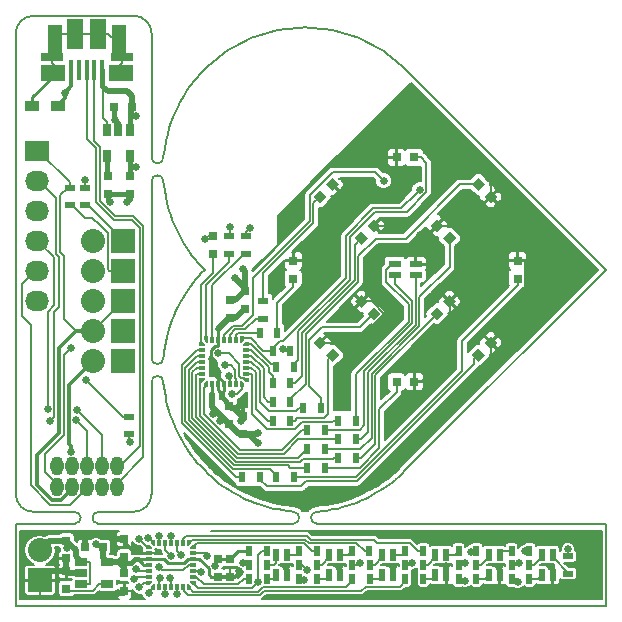
<source format=gtl>
G04 #@! TF.FileFunction,Copper,L1,Top,Signal*
%FSLAX46Y46*%
G04 Gerber Fmt 4.6, Leading zero omitted, Abs format (unit mm)*
G04 Created by KiCad (PCBNEW (2016-07-22 BZR 6991, Git 146a78a)-product) date Tue Jul 26 18:11:02 2016*
%MOMM*%
%LPD*%
G01*
G04 APERTURE LIST*
%ADD10C,0.100000*%
%ADD11C,0.150000*%
%ADD12R,0.900000X0.500000*%
%ADD13R,0.500000X0.900000*%
%ADD14R,0.750000X0.800000*%
%ADD15R,0.800000X0.750000*%
%ADD16R,1.060000X0.650000*%
%ADD17R,2.032000X2.032000*%
%ADD18O,2.032000X2.032000*%
%ADD19R,0.350000X0.300000*%
%ADD20R,0.550000X0.300000*%
%ADD21R,0.300000X0.350000*%
%ADD22R,0.300000X0.550000*%
%ADD23R,0.300000X0.150000*%
%ADD24R,0.150000X0.300000*%
%ADD25R,1.200000X0.900000*%
%ADD26R,2.032000X1.727200*%
%ADD27O,2.032000X1.727200*%
%ADD28R,0.398780X1.750060*%
%ADD29R,1.424940X2.499360*%
%ADD30R,1.998980X1.399540*%
%ADD31R,1.300480X2.451100*%
%ADD32R,1.826260X0.701040*%
%ADD33O,1.104800X1.612800*%
%ADD34R,0.797560X0.797560*%
%ADD35R,0.650000X1.060000*%
%ADD36R,1.050000X0.575000*%
%ADD37R,0.575000X1.050000*%
%ADD38C,0.635000*%
%ADD39C,0.254000*%
%ADD40C,0.152400*%
%ADD41C,0.381000*%
%ADD42C,0.508000*%
%ADD43C,0.304800*%
%ADD44C,0.203200*%
G04 APERTURE END LIST*
D10*
D11*
X38500000Y-17500000D02*
G75*
G03X37000000Y-16000000I-1500000J0D01*
G01*
X28500000Y-16000000D02*
G75*
G03X27000000Y-17500000I0J-1500000D01*
G01*
X37000000Y-58000000D02*
G75*
G03X38500000Y-56500000I0J1500000D01*
G01*
X27000000Y-56500000D02*
G75*
G03X28500000Y-58000000I1500000J0D01*
G01*
X43260000Y-54760000D02*
X43000000Y-54500000D01*
X43580000Y-55060000D02*
X43260000Y-54760000D01*
X43860000Y-55280000D02*
X43580000Y-55060000D01*
X44170000Y-55550000D02*
X43860000Y-55280000D01*
X44480000Y-55780000D02*
X44170000Y-55550000D01*
X44810000Y-55990000D02*
X44480000Y-55780000D01*
X45100000Y-56190000D02*
X44810000Y-55990000D01*
X45460000Y-56410000D02*
X45100000Y-56190000D01*
X45800000Y-56590000D02*
X45460000Y-56410000D01*
X46240000Y-56810000D02*
X45800000Y-56590000D01*
X46540000Y-56960000D02*
X46240000Y-56810000D01*
X46880000Y-57100000D02*
X46540000Y-56960000D01*
X47180000Y-57230000D02*
X46880000Y-57100000D01*
X47570000Y-57370000D02*
X47180000Y-57230000D01*
X48000000Y-57500000D02*
X47570000Y-57370000D01*
X48400000Y-57620000D02*
X48000000Y-57500000D01*
X48790000Y-57720000D02*
X48400000Y-57620000D01*
X49190000Y-57800000D02*
X48790000Y-57720000D01*
X49600000Y-57880000D02*
X49190000Y-57800000D01*
X49980000Y-57930000D02*
X49600000Y-57880000D01*
X50300000Y-57960000D02*
X49980000Y-57930000D01*
X50500000Y-58000000D02*
X50300000Y-57960000D01*
X53010000Y-57940000D02*
X52500000Y-58000000D01*
X53350000Y-57890000D02*
X53010000Y-57940000D01*
X53800000Y-57800000D02*
X53350000Y-57890000D01*
X54260000Y-57720000D02*
X53800000Y-57800000D01*
X54650000Y-57620000D02*
X54260000Y-57720000D01*
X54940000Y-57510000D02*
X54650000Y-57620000D01*
X55530000Y-57340000D02*
X54940000Y-57510000D01*
X55860000Y-57230000D02*
X55530000Y-57340000D01*
X56130000Y-57090000D02*
X55860000Y-57230000D01*
X56540000Y-56930000D02*
X56130000Y-57090000D01*
X56830000Y-56790000D02*
X56540000Y-56930000D01*
X57180000Y-56590000D02*
X56830000Y-56790000D01*
X57620000Y-56360000D02*
X57180000Y-56590000D01*
X57920000Y-56180000D02*
X57620000Y-56360000D01*
X58200000Y-55980000D02*
X57920000Y-56180000D01*
X58610000Y-55700000D02*
X58200000Y-55980000D01*
X58930000Y-55470000D02*
X58610000Y-55700000D01*
X59150000Y-55270000D02*
X58930000Y-55470000D01*
X59500000Y-54980000D02*
X59150000Y-55270000D01*
X59710000Y-54790000D02*
X59500000Y-54980000D01*
X60000000Y-54500000D02*
X59710000Y-54790000D01*
X52500000Y-59000000D02*
X77000000Y-59000000D01*
X50500000Y-59000000D02*
X34000000Y-59000000D01*
X34000000Y-58000000D02*
G75*
G03X34000000Y-59000000I0J-500000D01*
G01*
X52500000Y-58000000D02*
G75*
G03X52500000Y-59000000I0J-500000D01*
G01*
X50500000Y-59000000D02*
G75*
G03X50500000Y-58000000I0J500000D01*
G01*
X32000000Y-59000000D02*
G75*
G03X32500000Y-58500000I0J500000D01*
G01*
X32000000Y-59000000D02*
X27000000Y-59000000D01*
X77000000Y-66000000D02*
X77000000Y-59000000D01*
X27000000Y-66000000D02*
X77000000Y-66000000D01*
X27000000Y-59000000D02*
X27000000Y-66000000D01*
X38500000Y-47000000D02*
X38500000Y-56500000D01*
X38500000Y-30000000D02*
X38500000Y-45000000D01*
X42990000Y-54480000D02*
X43000000Y-54500000D01*
X42650000Y-54130000D02*
X42990000Y-54480000D01*
X42380000Y-53830000D02*
X42650000Y-54130000D01*
X42200000Y-53610000D02*
X42380000Y-53830000D01*
X41880000Y-53210000D02*
X42200000Y-53610000D01*
X41650000Y-52900000D02*
X41880000Y-53210000D01*
X41510000Y-52680000D02*
X41650000Y-52900000D01*
X41250000Y-52290000D02*
X41510000Y-52680000D01*
X41040000Y-51950000D02*
X41250000Y-52290000D01*
X40910000Y-51690000D02*
X41040000Y-51950000D01*
X40700000Y-51300000D02*
X40910000Y-51690000D01*
X40530000Y-50950000D02*
X40700000Y-51300000D01*
X40400000Y-50600000D02*
X40530000Y-50950000D01*
X40220000Y-50180000D02*
X40400000Y-50600000D01*
X40100000Y-49840000D02*
X40220000Y-50180000D01*
X40000000Y-49500000D02*
X40100000Y-49840000D01*
X39830000Y-48980000D02*
X40000000Y-49500000D01*
X39760000Y-48650000D02*
X39830000Y-48980000D01*
X39700000Y-48310000D02*
X39760000Y-48650000D01*
X39610000Y-47830000D02*
X39700000Y-48310000D01*
X39540000Y-47420000D02*
X39610000Y-47830000D01*
X39500000Y-47000000D02*
X39540000Y-47420000D01*
X39500000Y-47000000D02*
G75*
G03X38500000Y-47000000I-500000J0D01*
G01*
X38500000Y-45000000D02*
G75*
G03X39500000Y-45000000I500000J0D01*
G01*
X39540000Y-44810000D02*
X39500000Y-45000000D01*
X39580000Y-44450000D02*
X39540000Y-44810000D01*
X39640000Y-44020000D02*
X39580000Y-44450000D01*
X39710000Y-43660000D02*
X39640000Y-44020000D01*
X39800000Y-43210000D02*
X39710000Y-43660000D01*
X39900000Y-42840000D02*
X39800000Y-43210000D01*
X40000000Y-42500000D02*
X39900000Y-42840000D01*
X40150000Y-42040000D02*
X40000000Y-42500000D01*
X40260000Y-41730000D02*
X40150000Y-42040000D01*
X40400000Y-41390000D02*
X40260000Y-41730000D01*
X40600000Y-40940000D02*
X40400000Y-41390000D01*
X40750000Y-40620000D02*
X40600000Y-40940000D01*
X40910000Y-40300000D02*
X40750000Y-40620000D01*
X41160000Y-39870000D02*
X40910000Y-40300000D01*
X41300000Y-39640000D02*
X41160000Y-39870000D01*
X41550000Y-39260000D02*
X41300000Y-39640000D01*
X41800000Y-38910000D02*
X41550000Y-39260000D01*
X42020000Y-38600000D02*
X41800000Y-38910000D01*
X42260000Y-38320000D02*
X42020000Y-38600000D01*
X42520000Y-38010000D02*
X42260000Y-38320000D01*
X42710000Y-37790000D02*
X42520000Y-38010000D01*
X43000000Y-37500000D02*
X42710000Y-37790000D01*
X38500000Y-17500000D02*
X38500000Y-28000000D01*
X60000000Y-20500000D02*
G75*
G03X43000000Y-20500000I-8500000J-8500000D01*
G01*
X42650000Y-37160000D02*
X43000000Y-37500000D01*
X42440000Y-36910000D02*
X42650000Y-37160000D01*
X42200000Y-36600000D02*
X42440000Y-36910000D01*
X41960000Y-36330000D02*
X42200000Y-36600000D01*
X41780000Y-36080000D02*
X41960000Y-36330000D01*
X41510000Y-35690000D02*
X41780000Y-36080000D01*
X41280000Y-35330000D02*
X41510000Y-35690000D01*
X41080000Y-35000000D02*
X41280000Y-35330000D01*
X40900000Y-34680000D02*
X41080000Y-35000000D01*
X40710000Y-34320000D02*
X40900000Y-34680000D01*
X40550000Y-33990000D02*
X40710000Y-34320000D01*
X40400000Y-33600000D02*
X40550000Y-33990000D01*
X40260000Y-33280000D02*
X40400000Y-33600000D01*
X40120000Y-32890000D02*
X40260000Y-33280000D01*
X40000000Y-32500000D02*
X40120000Y-32890000D01*
X39820000Y-31860000D02*
X40000000Y-32500000D01*
X39700000Y-31320000D02*
X39820000Y-31860000D01*
X39600000Y-30750000D02*
X39700000Y-31320000D01*
X39500000Y-30000000D02*
X39600000Y-30750000D01*
X39600000Y-27300000D02*
X39500000Y-28000000D01*
X39720000Y-26620000D02*
X39600000Y-27300000D01*
X39860000Y-26000000D02*
X39720000Y-26620000D01*
X40000000Y-25490000D02*
X39860000Y-26000000D01*
X40170000Y-24990000D02*
X40000000Y-25490000D01*
X40400000Y-24390000D02*
X40170000Y-24990000D01*
X40730000Y-23690000D02*
X40400000Y-24390000D01*
X40910000Y-23320000D02*
X40730000Y-23690000D01*
X41240000Y-22770000D02*
X40910000Y-23320000D01*
X41540000Y-22280000D02*
X41240000Y-22770000D01*
X41770000Y-21970000D02*
X41540000Y-22280000D01*
X42170000Y-21430000D02*
X41770000Y-21970000D01*
X42330000Y-21240000D02*
X42170000Y-21430000D01*
X42610000Y-20930000D02*
X42330000Y-21240000D01*
X43000000Y-20500000D02*
X42610000Y-20930000D01*
X39500000Y-30000000D02*
G75*
G03X38500000Y-30000000I-500000J0D01*
G01*
X38500000Y-28000000D02*
G75*
G03X39500000Y-28000000I500000J0D01*
G01*
X77000000Y-37500000D02*
X60000000Y-20500000D01*
X60000000Y-54500000D02*
X77000000Y-37500000D01*
X37000000Y-58000000D02*
X34000000Y-58000000D01*
X32000000Y-58000000D02*
X28500000Y-58000000D01*
X32500000Y-58500000D02*
G75*
G03X32000000Y-58000000I-500000J0D01*
G01*
X28500000Y-16000000D02*
X37000000Y-16000000D01*
X27000000Y-56500000D02*
X27000000Y-17500000D01*
D12*
X32900000Y-30550000D03*
X32900000Y-32050000D03*
D13*
X50575000Y-55075000D03*
X49075000Y-55075000D03*
X47675000Y-55075000D03*
X46175000Y-55075000D03*
D14*
X46400000Y-40800000D03*
X46400000Y-39300000D03*
D12*
X46525000Y-34650000D03*
X46525000Y-36150000D03*
X73750000Y-61750000D03*
X73750000Y-63250000D03*
D14*
X36200000Y-63200000D03*
X36200000Y-64700000D03*
X36200000Y-61800000D03*
X36200000Y-60300000D03*
X44150000Y-63500000D03*
X44150000Y-62000000D03*
X31300000Y-60450000D03*
X31300000Y-61950000D03*
X31300000Y-64500000D03*
X31300000Y-63000000D03*
D15*
X34400000Y-60950000D03*
X32900000Y-60950000D03*
D13*
X46750000Y-61350000D03*
X48250000Y-61350000D03*
D16*
X32550000Y-62250000D03*
X32550000Y-63200000D03*
X32550000Y-64150000D03*
X34750000Y-64150000D03*
X34750000Y-62250000D03*
D17*
X29050000Y-63800000D03*
D18*
X29050000Y-61260000D03*
D14*
X45150000Y-63500000D03*
X45150000Y-62000000D03*
D13*
X51000000Y-63650000D03*
X52500000Y-63650000D03*
X69000000Y-62500000D03*
X70500000Y-62500000D03*
X46750000Y-63650000D03*
X48250000Y-63650000D03*
X70500000Y-61350000D03*
X69000000Y-61350000D03*
X46750000Y-62500000D03*
X48250000Y-62500000D03*
X55500000Y-63650000D03*
X57000000Y-63650000D03*
X60000000Y-63650000D03*
X61500000Y-63650000D03*
X51000000Y-62500000D03*
X52500000Y-62500000D03*
X55500000Y-62500000D03*
X57000000Y-62500000D03*
X52500000Y-61350000D03*
X51000000Y-61350000D03*
X56950000Y-61350000D03*
X55450000Y-61350000D03*
X64500000Y-63650000D03*
X66000000Y-63650000D03*
X69000000Y-63650000D03*
X70500000Y-63650000D03*
X60000000Y-62500000D03*
X61500000Y-62500000D03*
X64500000Y-62500000D03*
X66000000Y-62500000D03*
X61500000Y-61350000D03*
X60000000Y-61350000D03*
X66000000Y-61350000D03*
X64500000Y-61350000D03*
D19*
X42125000Y-64000000D03*
D20*
X42025000Y-63500000D03*
X42025000Y-63000000D03*
X42025000Y-62500000D03*
X42025000Y-62000000D03*
X42025000Y-61500000D03*
D19*
X42125000Y-61000000D03*
D21*
X41650000Y-60525000D03*
D22*
X41150000Y-60625000D03*
X40650000Y-60625000D03*
X40150000Y-60625000D03*
X39650000Y-60625000D03*
X39150000Y-60625000D03*
D21*
X38650000Y-60525000D03*
D19*
X38175000Y-61000000D03*
D20*
X38275000Y-61500000D03*
X38275000Y-62000000D03*
X38275000Y-62500000D03*
X38275000Y-63000000D03*
X38275000Y-63500000D03*
D19*
X38175000Y-64000000D03*
D21*
X38650000Y-64475000D03*
D22*
X39150000Y-64375000D03*
X39650000Y-64375000D03*
X40150000Y-64375000D03*
X40650000Y-64375000D03*
X41150000Y-64375000D03*
D21*
X41650000Y-64475000D03*
D23*
X41950000Y-63925000D03*
D10*
G36*
X42110000Y-64000000D02*
X41960000Y-64150000D01*
X41950000Y-64150000D01*
X41800000Y-64000000D01*
X42110000Y-64000000D01*
X42110000Y-64000000D01*
G37*
G36*
X41960000Y-60850000D02*
X42110000Y-61000000D01*
X41800000Y-61000000D01*
X41950000Y-60850000D01*
X41960000Y-60850000D01*
X41960000Y-60850000D01*
G37*
G36*
X38350000Y-60850000D02*
X38500000Y-61000000D01*
X38190000Y-61000000D01*
X38340000Y-60850000D01*
X38350000Y-60850000D01*
X38350000Y-60850000D01*
G37*
G36*
X38500000Y-64000000D02*
X38350000Y-64150000D01*
X38340000Y-64150000D01*
X38190000Y-64000000D01*
X38500000Y-64000000D01*
X38500000Y-64000000D01*
G37*
G36*
X41800000Y-60690000D02*
X41800000Y-60700000D01*
X41650000Y-60850000D01*
X41650000Y-60540000D01*
X41800000Y-60690000D01*
X41800000Y-60690000D01*
G37*
G36*
X38650000Y-60540000D02*
X38650000Y-60850000D01*
X38500000Y-60700000D01*
X38500000Y-60690000D01*
X38650000Y-60540000D01*
X38650000Y-60540000D01*
G37*
G36*
X38650000Y-64150000D02*
X38650000Y-64460000D01*
X38500000Y-64310000D01*
X38500000Y-64300000D01*
X38650000Y-64150000D01*
X38650000Y-64150000D01*
G37*
G36*
X41800000Y-64300000D02*
X41800000Y-64310000D01*
X41650000Y-64460000D01*
X41650000Y-64150000D01*
X41800000Y-64300000D01*
X41800000Y-64300000D01*
G37*
D23*
X41950000Y-61075000D03*
X38350000Y-63925000D03*
X38350000Y-61075000D03*
D24*
X41575000Y-60700000D03*
X38725000Y-60700000D03*
X38725000Y-64300000D03*
X41575000Y-64300000D03*
D17*
X36068000Y-45212000D03*
D18*
X33528000Y-45212000D03*
D17*
X36068000Y-40132000D03*
D18*
X33528000Y-40132000D03*
D17*
X36068000Y-37592000D03*
D18*
X33528000Y-37592000D03*
D25*
X28364000Y-23622000D03*
X30564000Y-23622000D03*
D26*
X28800000Y-27420000D03*
D27*
X28800000Y-29960000D03*
X28800000Y-32500000D03*
X28800000Y-35040000D03*
X28800000Y-37580000D03*
X28800000Y-40120000D03*
D12*
X36600000Y-51450000D03*
X36600000Y-49950000D03*
X31600000Y-30550000D03*
X31600000Y-32050000D03*
D28*
X34320480Y-20604480D03*
X33670240Y-20604480D03*
X33020000Y-20604480D03*
X32369760Y-20604480D03*
X31719520Y-20604480D03*
D29*
X33982660Y-17531080D03*
X32057340Y-17531080D03*
D30*
X35920680Y-20810220D03*
X30119320Y-20810220D03*
D31*
X35745420Y-17929860D03*
D32*
X36007040Y-19479260D03*
X30032960Y-19479260D03*
D31*
X30294580Y-17929860D03*
D33*
X30460000Y-54111000D03*
X31730000Y-54111000D03*
X33000000Y-54111000D03*
X34270000Y-54111000D03*
X35540000Y-54111000D03*
X30460000Y-55889000D03*
X31730000Y-55889000D03*
X33000000Y-55889000D03*
X34270000Y-55889000D03*
X35540000Y-55889000D03*
D14*
X45150000Y-41600000D03*
X45150000Y-40100000D03*
X45050000Y-49050000D03*
X45050000Y-50550000D03*
X46250000Y-49900000D03*
X46250000Y-51400000D03*
X43725000Y-34650000D03*
X43725000Y-36150000D03*
D13*
X50260000Y-44370000D03*
X48760000Y-44370000D03*
X50250000Y-48675000D03*
X48750000Y-48675000D03*
X50530000Y-45710000D03*
X49030000Y-45710000D03*
D12*
X47950000Y-40140000D03*
X47950000Y-41640000D03*
D13*
X54300000Y-51875000D03*
X55800000Y-51875000D03*
X49160000Y-42830000D03*
X47660000Y-42830000D03*
X50250000Y-50275000D03*
X48750000Y-50275000D03*
X53175000Y-54275000D03*
X51675000Y-54275000D03*
X51675000Y-51075000D03*
X53175000Y-51075000D03*
X54300000Y-50275000D03*
X55800000Y-50275000D03*
X53175000Y-52675000D03*
X51675000Y-52675000D03*
X50260000Y-47070000D03*
X48760000Y-47070000D03*
X52850000Y-49225000D03*
X51350000Y-49225000D03*
X55800000Y-53475000D03*
X54300000Y-53475000D03*
D12*
X45100000Y-34650000D03*
X45100000Y-36150000D03*
D21*
X46150000Y-43325000D03*
D22*
X45650000Y-43425000D03*
X45150000Y-43425000D03*
X44650000Y-43425000D03*
X44150000Y-43425000D03*
X43650000Y-43425000D03*
D21*
X43150000Y-43325000D03*
D19*
X42675000Y-43800000D03*
D20*
X42775000Y-44300000D03*
X42775000Y-44800000D03*
X42775000Y-45300000D03*
X42775000Y-45800000D03*
X42775000Y-46300000D03*
D19*
X42675000Y-46800000D03*
D21*
X43150000Y-47275000D03*
D22*
X43650000Y-47175000D03*
X44150000Y-47175000D03*
X44650000Y-47175000D03*
X45150000Y-47175000D03*
X45650000Y-47175000D03*
D21*
X46150000Y-47275000D03*
D19*
X46625000Y-46800000D03*
D20*
X46525000Y-46300000D03*
X46525000Y-45800000D03*
X46525000Y-45300000D03*
X46525000Y-44800000D03*
X46525000Y-44300000D03*
D19*
X46625000Y-43800000D03*
D24*
X46075000Y-43500000D03*
D10*
G36*
X46150000Y-43340000D02*
X46300000Y-43490000D01*
X46300000Y-43500000D01*
X46150000Y-43650000D01*
X46150000Y-43340000D01*
X46150000Y-43340000D01*
G37*
G36*
X43000000Y-43490000D02*
X43150000Y-43340000D01*
X43150000Y-43650000D01*
X43000000Y-43500000D01*
X43000000Y-43490000D01*
X43000000Y-43490000D01*
G37*
G36*
X43000000Y-47100000D02*
X43150000Y-46950000D01*
X43150000Y-47260000D01*
X43000000Y-47110000D01*
X43000000Y-47100000D01*
X43000000Y-47100000D01*
G37*
G36*
X46150000Y-46950000D02*
X46300000Y-47100000D01*
X46300000Y-47110000D01*
X46150000Y-47260000D01*
X46150000Y-46950000D01*
X46150000Y-46950000D01*
G37*
G36*
X42840000Y-43650000D02*
X42850000Y-43650000D01*
X43000000Y-43800000D01*
X42690000Y-43800000D01*
X42840000Y-43650000D01*
X42840000Y-43650000D01*
G37*
G36*
X42690000Y-46800000D02*
X43000000Y-46800000D01*
X42850000Y-46950000D01*
X42840000Y-46950000D01*
X42690000Y-46800000D01*
X42690000Y-46800000D01*
G37*
G36*
X46300000Y-46800000D02*
X46610000Y-46800000D01*
X46460000Y-46950000D01*
X46450000Y-46950000D01*
X46300000Y-46800000D01*
X46300000Y-46800000D01*
G37*
G36*
X46450000Y-43650000D02*
X46460000Y-43650000D01*
X46610000Y-43800000D01*
X46300000Y-43800000D01*
X46450000Y-43650000D01*
X46450000Y-43650000D01*
G37*
D24*
X43225000Y-43500000D03*
X46075000Y-47100000D03*
X43225000Y-47100000D03*
D23*
X42850000Y-43875000D03*
X42850000Y-46725000D03*
X46450000Y-46725000D03*
X46450000Y-43875000D03*
D10*
G36*
X67793795Y-31329835D02*
X67229835Y-31893795D01*
X66665875Y-31329835D01*
X67229835Y-30765875D01*
X67793795Y-31329835D01*
X67793795Y-31329835D01*
G37*
G36*
X66734125Y-30270165D02*
X66170165Y-30834125D01*
X65606205Y-30270165D01*
X66170165Y-29706205D01*
X66734125Y-30270165D01*
X66734125Y-30270165D01*
G37*
D34*
X59249720Y-28000000D03*
X60748320Y-28000000D03*
D10*
G36*
X53829835Y-29706205D02*
X54393795Y-30270165D01*
X53829835Y-30834125D01*
X53265875Y-30270165D01*
X53829835Y-29706205D01*
X53829835Y-29706205D01*
G37*
G36*
X52770165Y-30765875D02*
X53334125Y-31329835D01*
X52770165Y-31893795D01*
X52206205Y-31329835D01*
X52770165Y-30765875D01*
X52770165Y-30765875D01*
G37*
D34*
X50500000Y-36750700D03*
X50500000Y-38249300D03*
D10*
G36*
X52206205Y-43670165D02*
X52770165Y-43106205D01*
X53334125Y-43670165D01*
X52770165Y-44234125D01*
X52206205Y-43670165D01*
X52206205Y-43670165D01*
G37*
G36*
X53265875Y-44729835D02*
X53829835Y-44165875D01*
X54393795Y-44729835D01*
X53829835Y-45293795D01*
X53265875Y-44729835D01*
X53265875Y-44729835D01*
G37*
D34*
X60749300Y-47000000D03*
X59250700Y-47000000D03*
D10*
G36*
X67229835Y-43106205D02*
X67793795Y-43670165D01*
X67229835Y-44234125D01*
X66665875Y-43670165D01*
X67229835Y-43106205D01*
X67229835Y-43106205D01*
G37*
G36*
X66170165Y-44165875D02*
X66734125Y-44729835D01*
X66170165Y-45293795D01*
X65606205Y-44729835D01*
X66170165Y-44165875D01*
X66170165Y-44165875D01*
G37*
D34*
X69500000Y-36749720D03*
X69500000Y-38248320D03*
D10*
G36*
X62106205Y-33770165D02*
X62670165Y-33206205D01*
X63234125Y-33770165D01*
X62670165Y-34334125D01*
X62106205Y-33770165D01*
X62106205Y-33770165D01*
G37*
G36*
X63165875Y-34829835D02*
X63729835Y-34265875D01*
X64293795Y-34829835D01*
X63729835Y-35393795D01*
X63165875Y-34829835D01*
X63165875Y-34829835D01*
G37*
G36*
X57329835Y-33206205D02*
X57893795Y-33770165D01*
X57329835Y-34334125D01*
X56765875Y-33770165D01*
X57329835Y-33206205D01*
X57329835Y-33206205D01*
G37*
G36*
X56270165Y-34265875D02*
X56834125Y-34829835D01*
X56270165Y-35393795D01*
X55706205Y-34829835D01*
X56270165Y-34265875D01*
X56270165Y-34265875D01*
G37*
G36*
X55706205Y-40170165D02*
X56270165Y-39606205D01*
X56834125Y-40170165D01*
X56270165Y-40734125D01*
X55706205Y-40170165D01*
X55706205Y-40170165D01*
G37*
G36*
X56765875Y-41229835D02*
X57329835Y-40665875D01*
X57893795Y-41229835D01*
X57329835Y-41793795D01*
X56765875Y-41229835D01*
X56765875Y-41229835D01*
G37*
G36*
X63729835Y-39606205D02*
X64293795Y-40170165D01*
X63729835Y-40734125D01*
X63165875Y-40170165D01*
X63729835Y-39606205D01*
X63729835Y-39606205D01*
G37*
G36*
X62670165Y-40665875D02*
X63234125Y-41229835D01*
X62670165Y-41793795D01*
X62106205Y-41229835D01*
X62670165Y-40665875D01*
X62670165Y-40665875D01*
G37*
D14*
X36700000Y-29550000D03*
X36700000Y-31050000D03*
D15*
X36850000Y-23700000D03*
X35350000Y-23700000D03*
D14*
X34800000Y-29550000D03*
X34800000Y-31050000D03*
D17*
X36068000Y-42672000D03*
D18*
X33528000Y-42672000D03*
D35*
X36650000Y-25700000D03*
X35700000Y-25700000D03*
X34750000Y-25700000D03*
X34750000Y-27900000D03*
X36650000Y-27900000D03*
D17*
X36068000Y-35052000D03*
D18*
X33528000Y-35052000D03*
D36*
X60875000Y-37037500D03*
X60875000Y-37962500D03*
X59125000Y-37962500D03*
X59125000Y-37037500D03*
D37*
X49962500Y-63375000D03*
X49037500Y-63375000D03*
X49037500Y-61625000D03*
X49962500Y-61625000D03*
X54462500Y-63375000D03*
X53537500Y-63375000D03*
X53537500Y-61625000D03*
X54462500Y-61625000D03*
X58962500Y-63375000D03*
X58037500Y-63375000D03*
X58037500Y-61625000D03*
X58962500Y-61625000D03*
X63462500Y-63375000D03*
X62537500Y-63375000D03*
X62537500Y-61625000D03*
X63462500Y-61625000D03*
X67962500Y-63375000D03*
X67037500Y-63375000D03*
X67037500Y-61625000D03*
X67962500Y-61625000D03*
X72462500Y-63375000D03*
X71537500Y-63375000D03*
X71537500Y-61625000D03*
X72462500Y-61625000D03*
D38*
X67940000Y-62670000D03*
X63450000Y-62620000D03*
X58950000Y-62680000D03*
X54340000Y-62670000D03*
X49890000Y-62670000D03*
X72360000Y-62670000D03*
X33795511Y-60754578D03*
X45900000Y-63033623D03*
X43904054Y-62603695D03*
X35469908Y-60277478D03*
X32866184Y-60332302D03*
X35680462Y-64849363D03*
X31350000Y-61080098D03*
X37219427Y-62871081D03*
X37037496Y-63700685D03*
X37450000Y-64384426D03*
X38255731Y-64862682D03*
X47530098Y-63948056D03*
X39096022Y-62648077D03*
X51390000Y-63800000D03*
X40095187Y-63566524D03*
X42693555Y-63093245D03*
X46278545Y-62322205D03*
X39199484Y-63614263D03*
X51640982Y-62939346D03*
X56130551Y-62370165D03*
X40128233Y-61746110D03*
X43214617Y-61712583D03*
X60550000Y-62300000D03*
X65530000Y-61390000D03*
X37459961Y-60310541D03*
X65020137Y-63826910D03*
X39649992Y-64963560D03*
X69515328Y-63954890D03*
X40650000Y-64963552D03*
X65050000Y-62300000D03*
X41007421Y-61667760D03*
X38242062Y-60191908D03*
X69600000Y-62300000D03*
X70130000Y-61330000D03*
X39150000Y-60036449D03*
X73750000Y-61170000D03*
X40123758Y-60009416D03*
X31656802Y-52908264D03*
X37150309Y-24498249D03*
X32921479Y-46815973D03*
X31658628Y-44150509D03*
X29918694Y-50297334D03*
X32119608Y-50251290D03*
X29693719Y-49281069D03*
X32164313Y-49357196D03*
X36700000Y-52100000D03*
X36400000Y-31800000D03*
X35000000Y-31800000D03*
X32900000Y-29900000D03*
X35400000Y-24800000D03*
X31200000Y-22500000D03*
X45530065Y-38195663D03*
X46252064Y-37481032D03*
X44300000Y-50300000D03*
X43700000Y-49700000D03*
X47500000Y-51300000D03*
X47500000Y-52200000D03*
X49650000Y-44200000D03*
X43000000Y-34900000D03*
X44150808Y-44589535D03*
X45300000Y-48000000D03*
X44748855Y-45587510D03*
X58144511Y-29969609D03*
X61196124Y-30743806D03*
X45020730Y-46478133D03*
X46825000Y-33975000D03*
X45150000Y-33900000D03*
X61242228Y-34602228D03*
X60250000Y-35580000D03*
X65350000Y-37860000D03*
X65360000Y-38920000D03*
X64770000Y-39550000D03*
X64470000Y-36880000D03*
X46100000Y-50300000D03*
X47488268Y-56229453D03*
X45750000Y-49200000D03*
X37200000Y-28800000D03*
D39*
X67962500Y-63375000D02*
X67962500Y-62692500D01*
X67962500Y-62692500D02*
X67940000Y-62670000D01*
X63462500Y-63375000D02*
X63462500Y-62632500D01*
X63462500Y-62632500D02*
X63450000Y-62620000D01*
X58962500Y-63375000D02*
X58962500Y-62692500D01*
X58962500Y-62692500D02*
X58950000Y-62680000D01*
X54462500Y-63375000D02*
X54462500Y-62792500D01*
X54462500Y-62792500D02*
X54340000Y-62670000D01*
X49962500Y-63375000D02*
X49962500Y-62742500D01*
X49962500Y-62742500D02*
X49890000Y-62670000D01*
X72462500Y-63375000D02*
X72462500Y-62772500D01*
X72462500Y-62772500D02*
X72360000Y-62670000D01*
D40*
X33795511Y-60897911D02*
X33795511Y-60754578D01*
X33847600Y-60950000D02*
X33795511Y-60897911D01*
X34400000Y-60950000D02*
X33847600Y-60950000D01*
D39*
X45900000Y-63046918D02*
X45900000Y-63033623D01*
X45446918Y-63500000D02*
X45900000Y-63046918D01*
X45150000Y-63500000D02*
X45446918Y-63500000D01*
X38275000Y-62000000D02*
X37390000Y-62000000D01*
X37390000Y-62000000D02*
X37370000Y-62020000D01*
D41*
X37120000Y-62020000D02*
X36790000Y-62350000D01*
X36790000Y-62350000D02*
X36300000Y-62350000D01*
X37370000Y-62020000D02*
X37120000Y-62020000D01*
D39*
X37746000Y-62396000D02*
X37370000Y-62020000D01*
X37746000Y-62500000D02*
X37746000Y-62396000D01*
X44150000Y-63500000D02*
X45150000Y-63500000D01*
X43327149Y-62773149D02*
X43327149Y-63306149D01*
X43521000Y-63500000D02*
X44150000Y-63500000D01*
X43327149Y-63306149D02*
X43521000Y-63500000D01*
X42554000Y-62000000D02*
X43327149Y-62773149D01*
X42025000Y-62000000D02*
X42554000Y-62000000D01*
X41261311Y-62343012D02*
X41604323Y-62000000D01*
X38275000Y-62000000D02*
X39531331Y-62000000D01*
X39531331Y-62000000D02*
X39874343Y-62343012D01*
X41604323Y-62000000D02*
X42025000Y-62000000D01*
X39874343Y-62343012D02*
X41261311Y-62343012D01*
X38275000Y-62500000D02*
X37746000Y-62500000D01*
D42*
X36200000Y-63200000D02*
X36200000Y-62450000D01*
X36200000Y-62450000D02*
X36300000Y-62350000D01*
X36300000Y-62350000D02*
X36200000Y-62250000D01*
X36200000Y-62250000D02*
X36200000Y-61800000D01*
X36200000Y-62700000D02*
X35750000Y-62250000D01*
X36200000Y-63200000D02*
X36200000Y-62700000D01*
X34750000Y-62250000D02*
X35750000Y-62250000D01*
X35750000Y-62250000D02*
X36200000Y-61800000D01*
X34400000Y-60950000D02*
X34400000Y-61900000D01*
X34400000Y-61900000D02*
X34750000Y-62250000D01*
D39*
X44058737Y-62000000D02*
X43904054Y-62154683D01*
X43904054Y-62154683D02*
X43904054Y-62603695D01*
X44150000Y-62000000D02*
X44058737Y-62000000D01*
D42*
X36200000Y-60300000D02*
X36177478Y-60277478D01*
X35918920Y-60277478D02*
X35469908Y-60277478D01*
X36177478Y-60277478D02*
X35918920Y-60277478D01*
X32866184Y-60781314D02*
X32866184Y-60332302D01*
X32866184Y-60916184D02*
X32866184Y-60781314D01*
X32900000Y-60950000D02*
X32866184Y-60916184D01*
X36129474Y-64849363D02*
X35680462Y-64849363D01*
X36200000Y-64778837D02*
X36129474Y-64849363D01*
X36200000Y-64700000D02*
X36200000Y-64778837D01*
D39*
X45150000Y-62000000D02*
X45800000Y-61350000D01*
X45800000Y-61350000D02*
X46750000Y-61350000D01*
X44150000Y-62000000D02*
X45150000Y-62000000D01*
D43*
X36200000Y-60580238D02*
X36200000Y-60300000D01*
X37375000Y-61500000D02*
X37119762Y-61500000D01*
X37119762Y-61500000D02*
X36200000Y-60580238D01*
D39*
X38275000Y-61500000D02*
X37450000Y-61500000D01*
D42*
X31300000Y-63000000D02*
X29850000Y-63000000D01*
X29850000Y-63000000D02*
X29050000Y-63800000D01*
X31300000Y-63000000D02*
X31300000Y-61950000D01*
X32550000Y-63200000D02*
X31500000Y-63200000D01*
X31500000Y-63200000D02*
X31300000Y-63000000D01*
D40*
X31300000Y-60450000D02*
X31300000Y-61030098D01*
X31300000Y-61030098D02*
X31350000Y-61080098D01*
D42*
X31300000Y-60450000D02*
X32081401Y-61231401D01*
X32081401Y-61231401D02*
X32081401Y-61781401D01*
X32081401Y-61781401D02*
X32550000Y-62250000D01*
X31300000Y-60450000D02*
X29860000Y-60450000D01*
X29860000Y-60450000D02*
X29050000Y-61260000D01*
D40*
X32550000Y-64150000D02*
X33232400Y-64150000D01*
X33232400Y-64150000D02*
X33308601Y-64073799D01*
X33308601Y-64073799D02*
X33308601Y-62326201D01*
X33308601Y-62326201D02*
X33232400Y-62250000D01*
X33232400Y-62250000D02*
X32550000Y-62250000D01*
X31300000Y-64500000D02*
X31300000Y-64525000D01*
X31300000Y-64525000D02*
X31478601Y-64703601D01*
X31478601Y-64703601D02*
X33513999Y-64703601D01*
X33513999Y-64703601D02*
X34067600Y-64150000D01*
X34067600Y-64150000D02*
X34750000Y-64150000D01*
X37348346Y-63000000D02*
X37219427Y-62871081D01*
X38275000Y-63000000D02*
X37348346Y-63000000D01*
X37238181Y-63500000D02*
X37037496Y-63700685D01*
X38275000Y-63500000D02*
X37238181Y-63500000D01*
X37834426Y-64000000D02*
X37450000Y-64384426D01*
X38275000Y-64000000D02*
X37834426Y-64000000D01*
X38573230Y-64545183D02*
X38255731Y-64862682D01*
X38650000Y-64375000D02*
X38650000Y-64468413D01*
X38650000Y-64468413D02*
X38573230Y-64545183D01*
X47530098Y-61667502D02*
X47530098Y-63948056D01*
X47028916Y-64449238D02*
X47530098Y-63948056D01*
X47847600Y-61350000D02*
X47530098Y-61667502D01*
X48250000Y-61350000D02*
X47847600Y-61350000D01*
X42474238Y-64449238D02*
X47028916Y-64449238D01*
X42025000Y-64000000D02*
X42474238Y-64449238D01*
X39413521Y-62965576D02*
X39096022Y-62648077D01*
X41174280Y-62965576D02*
X39413521Y-62965576D01*
X42025000Y-62500000D02*
X41639856Y-62500000D01*
X41639856Y-62500000D02*
X41174280Y-62965576D01*
X49962500Y-61625000D02*
X50725000Y-61625000D01*
X50725000Y-61625000D02*
X51000000Y-61350000D01*
X48762500Y-63650000D02*
X49037500Y-63375000D01*
X48250000Y-63650000D02*
X48762500Y-63650000D01*
X49037500Y-62302400D02*
X49037500Y-61625000D01*
X48839900Y-62500000D02*
X49037500Y-62302400D01*
X48250000Y-62500000D02*
X48839900Y-62500000D01*
X54462500Y-61625000D02*
X55175000Y-61625000D01*
X55175000Y-61625000D02*
X55450000Y-61350000D01*
X52500000Y-63650000D02*
X53262500Y-63650000D01*
X53262500Y-63650000D02*
X53537500Y-63375000D01*
X52500000Y-62500000D02*
X52902400Y-62500000D01*
X52902400Y-62500000D02*
X53537500Y-61864900D01*
X53537500Y-61864900D02*
X53537500Y-61625000D01*
X58962500Y-61625000D02*
X59725000Y-61625000D01*
X59725000Y-61625000D02*
X60000000Y-61350000D01*
X57000000Y-63650000D02*
X57762500Y-63650000D01*
X57762500Y-63650000D02*
X58037500Y-63375000D01*
X58037500Y-61625000D02*
X58037500Y-61864900D01*
X58037500Y-61864900D02*
X57402400Y-62500000D01*
X57402400Y-62500000D02*
X57000000Y-62500000D01*
X63462500Y-61625000D02*
X64225000Y-61625000D01*
X64225000Y-61625000D02*
X64500000Y-61350000D01*
X61500000Y-63650000D02*
X62262500Y-63650000D01*
X62262500Y-63650000D02*
X62537500Y-63375000D01*
X61500000Y-62500000D02*
X61902400Y-62500000D01*
X61902400Y-62500000D02*
X62537500Y-61864900D01*
X62537500Y-61864900D02*
X62537500Y-61625000D01*
X69000000Y-61350000D02*
X68237500Y-61350000D01*
X68237500Y-61350000D02*
X67962500Y-61625000D01*
X66000000Y-63650000D02*
X66762500Y-63650000D01*
X66762500Y-63650000D02*
X67037500Y-63375000D01*
X66000000Y-62500000D02*
X66402400Y-62500000D01*
X66402400Y-62500000D02*
X67037500Y-61864900D01*
X67037500Y-61864900D02*
X67037500Y-61625000D01*
X72462500Y-61625000D02*
X72462500Y-61862500D01*
X72462500Y-61862500D02*
X73750000Y-63150000D01*
X73750000Y-63150000D02*
X73750000Y-63250000D01*
X70500000Y-63650000D02*
X71262500Y-63650000D01*
X71262500Y-63650000D02*
X71537500Y-63375000D01*
X71537500Y-61625000D02*
X71537500Y-61864900D01*
X70902400Y-62500000D02*
X70500000Y-62500000D01*
X71537500Y-61864900D02*
X70902400Y-62500000D01*
X42943867Y-64144427D02*
X45853173Y-64144427D01*
X42299440Y-63500000D02*
X42943867Y-64144427D01*
X45853173Y-64144427D02*
X46347600Y-63650000D01*
X42025000Y-63500000D02*
X42299440Y-63500000D01*
X46347600Y-63650000D02*
X46750000Y-63650000D01*
X51390000Y-63800000D02*
X51150000Y-63800000D01*
X51150000Y-63800000D02*
X51000000Y-63650000D01*
X40150000Y-63621337D02*
X40095187Y-63566524D01*
X40150000Y-64375000D02*
X40150000Y-63621337D01*
X42600310Y-63000000D02*
X42693555Y-63093245D01*
X46347600Y-62500000D02*
X46278545Y-62430945D01*
X42025000Y-63000000D02*
X42600310Y-63000000D01*
X46750000Y-62500000D02*
X46347600Y-62500000D01*
X46278545Y-62430945D02*
X46278545Y-62322205D01*
X39150000Y-63663747D02*
X39199484Y-63614263D01*
X39150000Y-64375000D02*
X39150000Y-63663747D01*
X51000000Y-62500000D02*
X51201636Y-62500000D01*
X51201636Y-62500000D02*
X51640982Y-62939346D01*
X42025000Y-61000000D02*
X42375000Y-60650000D01*
X42375000Y-60650000D02*
X51397600Y-60650000D01*
X51397600Y-60650000D02*
X52097600Y-61350000D01*
X52097600Y-61350000D02*
X52500000Y-61350000D01*
X56547600Y-61350000D02*
X56950000Y-61350000D01*
X55852411Y-60654811D02*
X56547600Y-61350000D01*
X51523856Y-60345189D02*
X51833477Y-60654811D01*
X41929811Y-60345189D02*
X51523856Y-60345189D01*
X41650000Y-60625000D02*
X41929811Y-60345189D01*
X51833477Y-60654811D02*
X55852411Y-60654811D01*
X55500000Y-63650000D02*
X55500000Y-63850000D01*
X55500000Y-63850000D02*
X55000000Y-64350000D01*
X55000000Y-64350000D02*
X47940447Y-64350000D01*
X47536398Y-64754049D02*
X42029049Y-64754049D01*
X47940447Y-64350000D02*
X47536398Y-64754049D01*
X42029049Y-64754049D02*
X41650000Y-64375000D01*
X60000000Y-63650000D02*
X60000000Y-63850000D01*
X60000000Y-63850000D02*
X59521399Y-64328601D01*
X47662653Y-65058860D02*
X41565596Y-65058860D01*
X59521399Y-64328601D02*
X56621399Y-64328601D01*
X56621399Y-64328601D02*
X56250000Y-64700000D01*
X56250000Y-64700000D02*
X48021513Y-64700000D01*
X48021513Y-64700000D02*
X47662653Y-65058860D01*
X41565596Y-65058860D02*
X41222602Y-64715866D01*
X41222602Y-64447602D02*
X41150000Y-64375000D01*
X41222602Y-64715866D02*
X41222602Y-64447602D01*
X55500000Y-62500000D02*
X56000716Y-62500000D01*
X56000716Y-62500000D02*
X56130551Y-62370165D01*
X39650000Y-60625000D02*
X39650000Y-61267877D01*
X39650000Y-61267877D02*
X40128233Y-61746110D01*
X43002034Y-61500000D02*
X43214617Y-61712583D01*
X42025000Y-61500000D02*
X43002034Y-61500000D01*
X60000000Y-62500000D02*
X60350000Y-62500000D01*
X60350000Y-62500000D02*
X60550000Y-62300000D01*
X41150000Y-60625000D02*
X41150000Y-60335314D01*
X41150000Y-60335314D02*
X41444936Y-60040378D01*
X41444936Y-60040378D02*
X51659191Y-60040378D01*
X57630000Y-60630000D02*
X60377600Y-60630000D01*
X51659191Y-60040378D02*
X51968813Y-60350000D01*
X60377600Y-60630000D02*
X61097600Y-61350000D01*
X61097600Y-61350000D02*
X61500000Y-61350000D01*
X51968813Y-60350000D02*
X57350000Y-60350000D01*
X57350000Y-60350000D02*
X57630000Y-60630000D01*
X65530000Y-61390000D02*
X65960000Y-61390000D01*
X65960000Y-61390000D02*
X66000000Y-61350000D01*
X38275000Y-61000000D02*
X38149421Y-61000000D01*
X38149421Y-61000000D02*
X37777460Y-60628040D01*
X37777460Y-60628040D02*
X37459961Y-60310541D01*
X64902400Y-63650000D02*
X65020137Y-63767737D01*
X65020137Y-63767737D02*
X65020137Y-63826910D01*
X64500000Y-63650000D02*
X64902400Y-63650000D01*
X39650000Y-64963552D02*
X39650003Y-64963555D01*
X39650000Y-64375000D02*
X39650000Y-64963552D01*
X69515328Y-63762928D02*
X69515328Y-63954890D01*
X69402400Y-63650000D02*
X69515328Y-63762928D01*
X69000000Y-63650000D02*
X69402400Y-63650000D01*
X40650000Y-64375000D02*
X40650000Y-64963552D01*
X40650000Y-64963552D02*
X40649992Y-64963560D01*
X64850000Y-62500000D02*
X65050000Y-62300000D01*
X40650000Y-60625000D02*
X40650000Y-61310339D01*
X40650000Y-61310339D02*
X41007421Y-61667760D01*
X64500000Y-62500000D02*
X64850000Y-62500000D01*
X38559561Y-60509407D02*
X38242062Y-60191908D01*
X38650000Y-60599846D02*
X38559561Y-60509407D01*
X38650000Y-60625000D02*
X38650000Y-60599846D01*
X69000000Y-62500000D02*
X69400000Y-62500000D01*
X69400000Y-62500000D02*
X69600000Y-62300000D01*
X70130000Y-61330000D02*
X70480000Y-61330000D01*
X70480000Y-61330000D02*
X70500000Y-61350000D01*
X39150000Y-60625000D02*
X39150000Y-60036449D01*
X39150000Y-60036449D02*
X39150002Y-60036447D01*
X73750000Y-61750000D02*
X73750000Y-61170000D01*
X40150000Y-60625000D02*
X40150000Y-60035658D01*
X40150000Y-60035658D02*
X40123758Y-60009416D01*
D43*
X31656802Y-52908264D02*
X31656802Y-52459252D01*
X31484454Y-47255546D02*
X33528000Y-45212000D01*
X31656802Y-52459252D02*
X31484454Y-52286904D01*
X31484454Y-52286904D02*
X31484454Y-47255546D01*
D41*
X36650000Y-25700000D02*
X36650000Y-23900000D01*
X36650000Y-23900000D02*
X36850000Y-23700000D01*
D39*
X37019249Y-24498249D02*
X37150309Y-24498249D01*
X36850000Y-24329000D02*
X37019249Y-24498249D01*
X36850000Y-23700000D02*
X36850000Y-24329000D01*
D44*
X34400000Y-24616800D02*
X34400000Y-22200000D01*
X34400000Y-22200000D02*
X34500000Y-22100000D01*
X34750000Y-25700000D02*
X34750000Y-24966800D01*
X34750000Y-24966800D02*
X34400000Y-24616800D01*
D42*
X34500000Y-22100000D02*
X34800000Y-22400000D01*
X34800000Y-22400000D02*
X36433000Y-22400000D01*
X36433000Y-22400000D02*
X36850000Y-22817000D01*
X36850000Y-22817000D02*
X36850000Y-23700000D01*
D41*
X34320480Y-21920480D02*
X34500000Y-22100000D01*
X34320480Y-20604480D02*
X34320480Y-21920480D01*
D44*
X31100000Y-36334182D02*
X31100000Y-41680840D01*
X31100000Y-41680840D02*
X32091160Y-42672000D01*
X30783157Y-36017339D02*
X31100000Y-36334182D01*
X30783157Y-36017339D02*
X30783157Y-31166843D01*
X30783157Y-31166843D02*
X31400000Y-30550000D01*
X31400000Y-30550000D02*
X31600000Y-30550000D01*
D43*
X28800000Y-53208067D02*
X28800000Y-55695278D01*
X28800000Y-55695278D02*
X30104932Y-57000210D01*
X30671632Y-51336435D02*
X28800000Y-53208067D01*
X30104932Y-57000210D02*
X30815068Y-57000210D01*
X32091160Y-42672000D02*
X30671632Y-44091528D01*
X30671632Y-44091528D02*
X30671632Y-51336435D01*
X30815068Y-57000210D02*
X31730000Y-56085278D01*
X31730000Y-56085278D02*
X31730000Y-55635000D01*
X33528000Y-42672000D02*
X32091160Y-42672000D01*
D44*
X31600000Y-30550000D02*
X31600000Y-30096800D01*
X31600000Y-30096800D02*
X28923200Y-27420000D01*
X28923200Y-27420000D02*
X28800000Y-27420000D01*
X33528000Y-42672000D02*
X36068000Y-40132000D01*
X36600000Y-49950000D02*
X36065526Y-49950000D01*
X36065526Y-49950000D02*
X32931499Y-46815973D01*
X32931499Y-46815973D02*
X32921479Y-46815973D01*
X34100000Y-33700000D02*
X33500000Y-33100000D01*
X33500000Y-33100000D02*
X32850000Y-33100000D01*
X32850000Y-33100000D02*
X31800000Y-32050000D01*
X31800000Y-32050000D02*
X31600000Y-32050000D01*
D40*
X34772601Y-34372601D02*
X34100000Y-33700000D01*
X36068000Y-37592000D02*
X34899600Y-37592000D01*
X34899600Y-37592000D02*
X34772601Y-37465001D01*
X34772601Y-37465001D02*
X34772601Y-34372601D01*
D44*
X31078043Y-51504774D02*
X31078043Y-44731094D01*
X31078043Y-44731094D02*
X31658628Y-44150509D01*
X30460000Y-55635000D02*
X29456988Y-54631988D01*
X29456988Y-53125829D02*
X31078043Y-51504774D01*
X29456988Y-54631988D02*
X29456988Y-53125829D01*
D40*
X30032960Y-19479260D02*
X30032960Y-19982180D01*
X30032960Y-19982180D02*
X30594300Y-20543520D01*
X30594300Y-20543520D02*
X30594300Y-20810220D01*
X30294580Y-17780000D02*
X30032960Y-18041620D01*
X30032960Y-18041620D02*
X30032960Y-19479260D01*
X36007040Y-19479260D02*
X36007040Y-19982180D01*
X36007040Y-19982180D02*
X35445700Y-20543520D01*
X35445700Y-20543520D02*
X35445700Y-20810220D01*
X35745420Y-17780000D02*
X36007040Y-18041620D01*
X36007040Y-18041620D02*
X36007040Y-19479260D01*
X33982660Y-17531080D02*
X34847530Y-17531080D01*
X34847530Y-17531080D02*
X35096450Y-17780000D01*
X35096450Y-17780000D02*
X35745420Y-17780000D01*
X32057340Y-17531080D02*
X33982660Y-17531080D01*
X30294580Y-17780000D02*
X30543500Y-17531080D01*
X30543500Y-17531080D02*
X32057340Y-17531080D01*
D39*
X30594300Y-20810220D02*
X30471780Y-20810220D01*
X28364000Y-22918000D02*
X28364000Y-23622000D01*
X30471780Y-20810220D02*
X28364000Y-22918000D01*
D44*
X28800000Y-29960000D02*
X28952400Y-29960000D01*
X28952400Y-29960000D02*
X30404404Y-31412004D01*
X30404404Y-31412004D02*
X30404404Y-36141496D01*
X30404404Y-36141496D02*
X30686813Y-36423905D01*
X30686813Y-40667365D02*
X30265221Y-41088957D01*
X30265221Y-41088957D02*
X30265221Y-49950807D01*
X30265221Y-49950807D02*
X29918694Y-50297334D01*
X30686813Y-36423905D02*
X30686813Y-40667365D01*
X33000000Y-54365000D02*
X33000000Y-51131682D01*
X33000000Y-51131682D02*
X32119608Y-50251290D01*
X33000000Y-54365000D02*
X33000000Y-53908368D01*
X29693719Y-41054641D02*
X29693719Y-49281069D01*
X30217277Y-40531083D02*
X29693719Y-41054641D01*
X30217277Y-36457277D02*
X30217277Y-40531083D01*
X28800000Y-35040000D02*
X30217277Y-36457277D01*
X34270000Y-51462883D02*
X32164313Y-49357196D01*
X34270000Y-54365000D02*
X34270000Y-51462883D01*
D40*
X34270000Y-54365000D02*
X34270000Y-54022486D01*
D44*
X33000000Y-55635000D02*
X32536410Y-55635000D01*
X32536410Y-55635000D02*
X32536410Y-56477025D01*
X32536410Y-56477025D02*
X31606814Y-57406620D01*
X31606814Y-57406620D02*
X29936591Y-57406619D01*
X29936591Y-57406619D02*
X28300000Y-55770028D01*
X28300000Y-55770028D02*
X28300000Y-42170010D01*
X28300000Y-42170010D02*
X27529990Y-41400000D01*
X27529990Y-41400000D02*
X27529990Y-38697610D01*
X27529990Y-38697610D02*
X28647600Y-37580000D01*
X28647600Y-37580000D02*
X28800000Y-37580000D01*
X36600000Y-51450000D02*
X36600000Y-52000000D01*
X36600000Y-52000000D02*
X36700000Y-52100000D01*
D40*
X36845451Y-33289451D02*
X37509996Y-33953996D01*
X35284039Y-33289451D02*
X36845451Y-33289451D01*
X33800000Y-31805412D02*
X35284039Y-33289451D01*
X33800000Y-27200001D02*
X33800000Y-31805412D01*
X33020000Y-26420000D02*
X33800000Y-27200001D01*
X33020000Y-20604480D02*
X33020000Y-26420000D01*
X37509996Y-33953996D02*
X37509996Y-52395004D01*
X37509996Y-52395004D02*
X35540000Y-54365000D01*
X33670240Y-26639173D02*
X33670240Y-20604480D01*
X35410294Y-32984640D02*
X34104811Y-31679157D01*
X34104811Y-31679157D02*
X34104811Y-27073744D01*
X34104811Y-27073744D02*
X33670240Y-26639173D01*
X37814807Y-33827740D02*
X36971707Y-32984640D01*
X36971707Y-32984640D02*
X35410294Y-32984640D01*
X35540000Y-55635000D02*
X37814807Y-53360193D01*
X37814807Y-53360193D02*
X37814807Y-33827740D01*
D41*
X36700000Y-31050000D02*
X36700000Y-31500000D01*
X36700000Y-31500000D02*
X36400000Y-31800000D01*
X34800000Y-31050000D02*
X34800000Y-31600000D01*
X34800000Y-31600000D02*
X35000000Y-31800000D01*
X34800000Y-31050000D02*
X36700000Y-31050000D01*
D44*
X32900000Y-30550000D02*
X32900000Y-29900000D01*
D43*
X31200000Y-22500000D02*
X31200000Y-22986000D01*
X31719520Y-21980480D02*
X31200000Y-22500000D01*
D41*
X35350000Y-24750000D02*
X35400000Y-24800000D01*
X35700000Y-25100000D02*
X35400000Y-24800000D01*
D43*
X31200000Y-22986000D02*
X30564000Y-23622000D01*
X31719520Y-20604480D02*
X31719520Y-21980480D01*
D41*
X35350000Y-23700000D02*
X35350000Y-24750000D01*
X35700000Y-25700000D02*
X35700000Y-25100000D01*
D42*
X46400000Y-39300000D02*
X46400000Y-37628968D01*
X46400000Y-37628968D02*
X46252064Y-37481032D01*
X46400000Y-39300000D02*
X46400000Y-39065598D01*
X46400000Y-39065598D02*
X45530065Y-38195663D01*
X45150000Y-40100000D02*
X45600000Y-40100000D01*
X45600000Y-40100000D02*
X46400000Y-39300000D01*
X44500000Y-49975000D02*
X43900000Y-49375000D01*
X45050000Y-50525000D02*
X44500000Y-49975000D01*
D44*
X44500000Y-49975000D02*
X44500000Y-50100000D01*
X44500000Y-50100000D02*
X44300000Y-50300000D01*
D42*
X43900000Y-49375000D02*
X43650000Y-49125000D01*
D44*
X43900000Y-49375000D02*
X43900000Y-49500000D01*
X43900000Y-49500000D02*
X43700000Y-49700000D01*
D42*
X46250000Y-51400000D02*
X47400000Y-51400000D01*
X47400000Y-51400000D02*
X47500000Y-51300000D01*
X46250000Y-51400000D02*
X46700000Y-51400000D01*
X46700000Y-51400000D02*
X47500000Y-52200000D01*
X45050000Y-50550000D02*
X45050000Y-50525000D01*
X43650000Y-49125000D02*
X43650000Y-48050000D01*
X46250000Y-51400000D02*
X45900000Y-51400000D01*
X45900000Y-51400000D02*
X45050000Y-50550000D01*
D39*
X43650000Y-47175000D02*
X43650000Y-48050000D01*
D40*
X50260000Y-44370000D02*
X49820000Y-44370000D01*
X49820000Y-44370000D02*
X49650000Y-44200000D01*
X43725000Y-34650000D02*
X43250000Y-34650000D01*
X43250000Y-34650000D02*
X43000000Y-34900000D01*
X43725000Y-36150000D02*
X43725000Y-37785000D01*
X43725000Y-37785000D02*
X42717597Y-38792403D01*
X42717597Y-38792403D02*
X42717597Y-43817597D01*
X42717597Y-43817597D02*
X42775000Y-43875000D01*
X42775000Y-43875000D02*
X42850000Y-43875000D01*
X50250000Y-48675000D02*
X50250000Y-48475000D01*
X50250000Y-48475000D02*
X51548255Y-47176745D01*
X51548255Y-47176745D02*
X51548255Y-42983322D01*
X56000000Y-38531577D02*
X56000000Y-36350000D01*
X51548255Y-42983322D02*
X56000000Y-38531577D01*
X56000000Y-36350000D02*
X57489705Y-34860295D01*
X60015397Y-34860295D02*
X64605527Y-30270165D01*
X57489705Y-34860295D02*
X60015397Y-34860295D01*
X64605527Y-30270165D02*
X66170165Y-30270165D01*
X50530000Y-45510000D02*
X50932400Y-45107600D01*
X57411823Y-32615464D02*
X60096783Y-32615464D01*
X50932400Y-45107600D02*
X50932400Y-42705467D01*
X50530000Y-45710000D02*
X50530000Y-45510000D01*
X50932400Y-42705467D02*
X55277448Y-38360419D01*
X55277448Y-38360419D02*
X55277448Y-34749839D01*
X55277448Y-34749839D02*
X57411823Y-32615464D01*
X60096783Y-32615464D02*
X61773372Y-30938875D01*
X61773372Y-30938875D02*
X61773372Y-28473872D01*
X61773372Y-28473872D02*
X61299500Y-28000000D01*
X61299500Y-28000000D02*
X60748320Y-28000000D01*
X47950000Y-40140000D02*
X47950000Y-37792867D01*
X47950000Y-37792867D02*
X52213128Y-33529739D01*
X52213128Y-33529739D02*
X52213128Y-31891446D01*
X52213128Y-31891446D02*
X52770165Y-31334409D01*
X52770165Y-31334409D02*
X52770165Y-31329835D01*
X50500000Y-38940000D02*
X50500000Y-38249300D01*
X49160000Y-42830000D02*
X49160000Y-40280000D01*
X49160000Y-40280000D02*
X50500000Y-38940000D01*
X50500000Y-38249300D02*
X50638445Y-38249300D01*
X53111482Y-50075000D02*
X53477145Y-49709337D01*
X53829835Y-44729835D02*
X53477145Y-45082525D01*
X53477145Y-45082525D02*
X53477145Y-49709337D01*
X50852400Y-50075000D02*
X53111482Y-50075000D01*
X50250000Y-50275000D02*
X50652400Y-50275000D01*
X50652400Y-50275000D02*
X50852400Y-50075000D01*
X53175000Y-54275000D02*
X56111482Y-54275000D01*
X56111482Y-54275000D02*
X57768724Y-52617758D01*
X57768724Y-52617758D02*
X57768724Y-49327722D01*
X57768724Y-49327722D02*
X59250700Y-47845746D01*
X59250700Y-47845746D02*
X59250700Y-47000000D01*
X55920000Y-55390000D02*
X65817475Y-45492525D01*
X51150000Y-55850000D02*
X51610000Y-55390000D01*
X51610000Y-55390000D02*
X55920000Y-55390000D01*
X48250000Y-55850000D02*
X51150000Y-55850000D01*
X65817475Y-45492525D02*
X65817475Y-45082525D01*
X65817475Y-45082525D02*
X66170165Y-44729835D01*
X47675000Y-55075000D02*
X47675000Y-55275000D01*
X47675000Y-55275000D02*
X48250000Y-55850000D01*
X69500000Y-38799500D02*
X69500000Y-38248320D01*
X64800000Y-43499500D02*
X69500000Y-38799500D01*
X64800000Y-46078934D02*
X64800000Y-43499500D01*
X55803934Y-55075000D02*
X64800000Y-46078934D01*
X50575000Y-55075000D02*
X55803934Y-55075000D01*
X53175000Y-52675000D02*
X56176222Y-52675000D01*
X63729835Y-37232297D02*
X63729835Y-35493795D01*
X56176222Y-52675000D02*
X57139433Y-51711789D01*
X57139433Y-51711789D02*
X57139433Y-46329501D01*
X57139433Y-46329501D02*
X61187886Y-42281048D01*
X61187886Y-42281048D02*
X61187886Y-39774246D01*
X61187886Y-39774246D02*
X63729835Y-37232297D01*
X63729835Y-35493795D02*
X63729835Y-34829835D01*
X55695189Y-35404811D02*
X56270165Y-34829835D01*
X51243444Y-46488956D02*
X51243444Y-42825489D01*
X50260000Y-47070000D02*
X50662400Y-47070000D01*
X51243444Y-42825489D02*
X55695189Y-38373744D01*
X55695189Y-38373744D02*
X55695189Y-35404811D01*
X50662400Y-47070000D02*
X51243444Y-46488956D01*
X52850000Y-49225000D02*
X52850000Y-48350019D01*
X52850000Y-48350019D02*
X51853066Y-47353085D01*
X56130330Y-42380330D02*
X57280825Y-41229835D01*
X51853066Y-47353085D02*
X51853066Y-43452750D01*
X51853066Y-43452750D02*
X52925486Y-42380330D01*
X52925486Y-42380330D02*
X56130330Y-42380330D01*
X57280825Y-41229835D02*
X57329835Y-41229835D01*
X57444244Y-52233156D02*
X57444244Y-46455756D01*
X56202400Y-53475000D02*
X57444244Y-52233156D01*
X55800000Y-53475000D02*
X56202400Y-53475000D01*
X57444244Y-46455756D02*
X62670165Y-41229835D01*
X58371399Y-37553601D02*
X58887500Y-37037500D01*
X58371399Y-38531399D02*
X58371399Y-37553601D01*
X58887500Y-37037500D02*
X59125000Y-37037500D01*
X60265378Y-40425378D02*
X58371399Y-38531399D01*
X55800000Y-50275000D02*
X55800000Y-46357397D01*
X55800000Y-46357397D02*
X60265378Y-41892019D01*
X60265378Y-41892019D02*
X60265378Y-40425378D01*
X60875000Y-37962500D02*
X60875000Y-42144529D01*
X60875000Y-42144529D02*
X56834622Y-46184907D01*
X56834622Y-46184907D02*
X56834622Y-51242778D01*
X56834622Y-51242778D02*
X56202400Y-51875000D01*
X56202400Y-51875000D02*
X55800000Y-51875000D01*
X59125000Y-37962500D02*
X59125000Y-38715751D01*
X59125000Y-38715751D02*
X60570189Y-40160940D01*
X60570189Y-40160940D02*
X60570189Y-42018274D01*
X60570189Y-42018274D02*
X56529811Y-46058651D01*
X56529811Y-46058651D02*
X56529811Y-50656671D01*
X56529811Y-50656671D02*
X56111482Y-51075000D01*
X56111482Y-51075000D02*
X53577400Y-51075000D01*
X53577400Y-51075000D02*
X53175000Y-51075000D01*
X45039535Y-44589535D02*
X44150808Y-44589535D01*
X46067119Y-46678601D02*
X45900000Y-46511482D01*
X46403601Y-46678601D02*
X46067119Y-46678601D01*
X45900000Y-46511482D02*
X45900000Y-45450000D01*
X46450000Y-46725000D02*
X46403601Y-46678601D01*
X45900000Y-45450000D02*
X45039535Y-44589535D01*
X46150000Y-47275000D02*
X46150000Y-47602400D01*
X46150000Y-47602400D02*
X45752400Y-48000000D01*
X45752400Y-48000000D02*
X45300000Y-48000000D01*
X45595189Y-45984832D02*
X45197867Y-45587510D01*
X45595189Y-46692789D02*
X45595189Y-45984832D01*
X45650000Y-46747600D02*
X45595189Y-46692789D01*
X45197867Y-45587510D02*
X44748855Y-45587510D01*
X45650000Y-47175000D02*
X45650000Y-46747600D01*
X44650000Y-43425000D02*
X44650000Y-42997600D01*
X44650000Y-42997600D02*
X45418999Y-42228601D01*
X45418999Y-42228601D02*
X46157881Y-42228601D01*
X46157881Y-42228601D02*
X47070000Y-41316482D01*
X47070000Y-41316482D02*
X47070000Y-38241800D01*
X47070000Y-38241800D02*
X51902072Y-33409728D01*
X51902072Y-33409728D02*
X51902072Y-31205973D01*
X51902072Y-31205973D02*
X53841397Y-29266648D01*
X53841397Y-29266648D02*
X57441550Y-29266648D01*
X57441550Y-29266648D02*
X58144511Y-29969609D01*
X60878625Y-31061305D02*
X61196124Y-30743806D01*
X54972637Y-34623583D02*
X57285567Y-32310653D01*
X49350000Y-43580000D02*
X49626800Y-43580000D01*
X48760000Y-44170000D02*
X49350000Y-43580000D01*
X54972637Y-38234163D02*
X54972637Y-34623583D01*
X49626800Y-43580000D02*
X54972637Y-38234163D01*
X48760000Y-44370000D02*
X48760000Y-44170000D01*
X57285567Y-32310653D02*
X59629277Y-32310653D01*
X59629277Y-32310653D02*
X60878625Y-31061305D01*
X46925000Y-43325000D02*
X47970000Y-44370000D01*
X47970000Y-44370000D02*
X48760000Y-44370000D01*
X46150000Y-43325000D02*
X46925000Y-43325000D01*
X45150000Y-47175000D02*
X45150000Y-46607403D01*
X45150000Y-46607403D02*
X45020730Y-46478133D01*
X46525000Y-34650000D02*
X46525000Y-34275000D01*
X46525000Y-34275000D02*
X46825000Y-33975000D01*
X45150000Y-33900000D02*
X45150000Y-34600000D01*
X45150000Y-34600000D02*
X45100000Y-34650000D01*
X48750000Y-48675000D02*
X48347600Y-48675000D01*
X48347600Y-48675000D02*
X47990000Y-48317400D01*
X47990000Y-48317400D02*
X47990000Y-45837600D01*
X47990000Y-45837600D02*
X46952400Y-44800000D01*
X46952400Y-44800000D02*
X46525000Y-44800000D01*
X48612400Y-45460000D02*
X48780000Y-45460000D01*
X48780000Y-45460000D02*
X49030000Y-45710000D01*
X46625000Y-43800000D02*
X46952400Y-43800000D01*
X46952400Y-43800000D02*
X48612400Y-45460000D01*
X45602411Y-42545189D02*
X46442411Y-42545189D01*
X46442411Y-42545189D02*
X47347600Y-41640000D01*
X47347600Y-41640000D02*
X47950000Y-41640000D01*
X45150000Y-42997600D02*
X45150000Y-43425000D01*
X45602411Y-42545189D02*
X45150000Y-42997600D01*
X50903667Y-51875000D02*
X54300000Y-51875000D01*
X49703856Y-53074811D02*
X50903667Y-51875000D01*
X42602096Y-47117904D02*
X42602096Y-49846763D01*
X42845000Y-46875000D02*
X42602096Y-47117904D01*
X42602096Y-49846763D02*
X45830144Y-53074811D01*
X45830144Y-53074811D02*
X49703856Y-53074811D01*
X47257600Y-42830000D02*
X47660000Y-42830000D01*
X47237600Y-42850000D02*
X47257600Y-42830000D01*
X45797600Y-42850000D02*
X47237600Y-42850000D01*
X45650000Y-42997600D02*
X45797600Y-42850000D01*
X45650000Y-43425000D02*
X45650000Y-42997600D01*
X48347600Y-50275000D02*
X48750000Y-50275000D01*
X47350000Y-49277400D02*
X48347600Y-50275000D01*
X47350000Y-46197600D02*
X47350000Y-49277400D01*
X46952400Y-45800000D02*
X47350000Y-46197600D01*
X46525000Y-45800000D02*
X46952400Y-45800000D01*
X45508778Y-54046646D02*
X50025000Y-54046646D01*
X50025000Y-54046646D02*
X50253354Y-54275000D01*
X50253354Y-54275000D02*
X51675000Y-54275000D01*
X42775000Y-45300000D02*
X42347600Y-45300000D01*
X41659620Y-45987980D02*
X41659620Y-50197488D01*
X42347600Y-45300000D02*
X41659620Y-45987980D01*
X41659620Y-50197488D02*
X45508778Y-54046646D01*
X42906907Y-49720507D02*
X45956400Y-52770000D01*
X49577600Y-52770000D02*
X51272600Y-51075000D01*
X43150000Y-47275000D02*
X42906907Y-47518093D01*
X42906907Y-47518093D02*
X42906907Y-49720507D01*
X45956400Y-52770000D02*
X49577600Y-52770000D01*
X51272600Y-51075000D02*
X51675000Y-51075000D01*
X46525000Y-46300000D02*
X46952400Y-46300000D01*
X46952400Y-46300000D02*
X47045189Y-46392789D01*
X47045189Y-46392789D02*
X47045189Y-49735284D01*
X47045189Y-49735284D02*
X48314493Y-51004588D01*
X48314493Y-51004588D02*
X50620412Y-51004588D01*
X51245189Y-50379811D02*
X53792789Y-50379811D01*
X53792789Y-50379811D02*
X53897600Y-50275000D01*
X50620412Y-51004588D02*
X51245189Y-50379811D01*
X53897600Y-50275000D02*
X54300000Y-50275000D01*
X42775000Y-44300000D02*
X42347600Y-44300000D01*
X42347600Y-44300000D02*
X41049998Y-45597602D01*
X41049998Y-45597602D02*
X41049998Y-50449998D01*
X41049998Y-50449998D02*
X45675000Y-55075000D01*
X45675000Y-55075000D02*
X46175000Y-55075000D01*
X42775000Y-44800000D02*
X42347600Y-44800000D01*
X45382522Y-54351457D02*
X48551457Y-54351457D01*
X41354809Y-45792791D02*
X41354809Y-50323744D01*
X41354809Y-50323744D02*
X45382522Y-54351457D01*
X48551457Y-54351457D02*
X49075000Y-54875000D01*
X49075000Y-54875000D02*
X49075000Y-55075000D01*
X42347600Y-44800000D02*
X41354809Y-45792791D01*
X45761290Y-53437024D02*
X50912976Y-53437024D01*
X42269242Y-49944976D02*
X45761290Y-53437024D01*
X42269242Y-46378358D02*
X42269242Y-49944976D01*
X42347600Y-46300000D02*
X42269242Y-46378358D01*
X50912976Y-53437024D02*
X51675000Y-52675000D01*
X42775000Y-46300000D02*
X42347600Y-46300000D01*
X46525000Y-44300000D02*
X46952400Y-44300000D01*
X46952400Y-44300000D02*
X48425000Y-45772600D01*
X48425000Y-45772600D02*
X48425000Y-46132600D01*
X48425000Y-46132600D02*
X48760000Y-46467600D01*
X48760000Y-46467600D02*
X48760000Y-47070000D01*
X50947600Y-49225000D02*
X51350000Y-49225000D01*
X48438518Y-49475000D02*
X50697600Y-49475000D01*
X47685189Y-48721671D02*
X48438518Y-49475000D01*
X47685189Y-46032789D02*
X47685189Y-48721671D01*
X50697600Y-49475000D02*
X50947600Y-49225000D01*
X46952400Y-45300000D02*
X47685189Y-46032789D01*
X46525000Y-45300000D02*
X46952400Y-45300000D01*
X42347600Y-45800000D02*
X41964431Y-46183169D01*
X41964431Y-46183169D02*
X41964431Y-50071232D01*
X41964431Y-50071232D02*
X45635034Y-53741835D01*
X42775000Y-45800000D02*
X42347600Y-45800000D01*
X45635034Y-53741835D02*
X51096683Y-53741835D01*
X51096683Y-53741835D02*
X51338518Y-53500000D01*
X51338518Y-53500000D02*
X53872600Y-53500000D01*
X53872600Y-53500000D02*
X53897600Y-53475000D01*
X53897600Y-53475000D02*
X54300000Y-53475000D01*
X46325000Y-36150000D02*
X46525000Y-36150000D01*
X43650000Y-38825000D02*
X46325000Y-36150000D01*
X43650000Y-43425000D02*
X43650000Y-38825000D01*
X45100000Y-36841066D02*
X45100000Y-36150000D01*
X43150000Y-38791066D02*
X45100000Y-36841066D01*
X43150000Y-43325000D02*
X43150000Y-38791066D01*
X56622855Y-39302145D02*
X56622855Y-39817475D01*
D39*
X43553898Y-45060000D02*
X43553898Y-44337870D01*
D42*
X43910000Y-45850000D02*
X43910000Y-45416102D01*
X43910000Y-45416102D02*
X43553898Y-45060000D01*
X44150000Y-46090000D02*
X43910000Y-45850000D01*
X44150000Y-46550000D02*
X44150000Y-46090000D01*
X45150000Y-41600000D02*
X45600000Y-41600000D01*
X45600000Y-41600000D02*
X46400000Y-40800000D01*
X44150000Y-42480000D02*
X45030000Y-41600000D01*
X45030000Y-41600000D02*
X45150000Y-41600000D01*
D39*
X44150000Y-43425000D02*
X44150000Y-42480000D01*
D40*
X54736122Y-31176452D02*
X53829835Y-30270165D01*
X57995573Y-31176452D02*
X54736122Y-31176452D01*
X59249720Y-29922305D02*
X57995573Y-31176452D01*
X59249720Y-28000000D02*
X59249720Y-29922305D01*
X70000000Y-32700000D02*
X69750000Y-32450000D01*
X64470000Y-36880000D02*
X64787499Y-36562501D01*
X69750000Y-32450000D02*
X68200000Y-30900000D01*
X64787499Y-36562501D02*
X65637499Y-36562501D01*
X65637499Y-36562501D02*
X69750000Y-32450000D01*
D39*
X44150000Y-46550000D02*
X44650000Y-47050000D01*
X44650000Y-47050000D02*
X44650000Y-47175000D01*
X44150000Y-43954000D02*
X44150000Y-43425000D01*
X44124599Y-43979401D02*
X44150000Y-43954000D01*
X43553898Y-44337870D02*
X43912367Y-43979401D01*
X43912367Y-43979401D02*
X44124599Y-43979401D01*
X44150000Y-47175000D02*
X44150000Y-46550000D01*
X44650000Y-47175000D02*
X44650000Y-47704000D01*
X44650000Y-47704000D02*
X44522600Y-47831400D01*
X44522600Y-47831400D02*
X44522600Y-48076600D01*
X44522600Y-48400000D02*
X44522600Y-48076600D01*
X44150000Y-47704000D02*
X44150000Y-47175000D01*
X44522600Y-48076600D02*
X44150000Y-47704000D01*
D40*
X44522600Y-47927400D02*
X44522600Y-48400000D01*
D41*
X45050000Y-49050000D02*
X45050000Y-48927400D01*
X45050000Y-48927400D02*
X44522600Y-48400000D01*
X46250000Y-49900000D02*
X46250000Y-50150000D01*
X46250000Y-50150000D02*
X46100000Y-50300000D01*
D40*
X50500000Y-36750700D02*
X50500000Y-36199520D01*
X50500000Y-36199520D02*
X54704258Y-31995262D01*
X54704258Y-31995262D02*
X54704258Y-31144588D01*
X54704258Y-31144588D02*
X53829835Y-30270165D01*
X55906181Y-56543819D02*
X48251646Y-56543819D01*
X67229835Y-43670165D02*
X67229835Y-45220165D01*
X48251646Y-56543819D02*
X47937280Y-56229453D01*
X47937280Y-56229453D02*
X47488268Y-56229453D01*
X67229835Y-45220165D02*
X55906181Y-56543819D01*
D41*
X45750000Y-49200000D02*
X45750000Y-49400000D01*
X45750000Y-49400000D02*
X46250000Y-49900000D01*
X45750000Y-49200000D02*
X45200000Y-49200000D01*
X45200000Y-49200000D02*
X45050000Y-49050000D01*
D40*
X59800000Y-24450000D02*
X59249720Y-25000280D01*
X59249720Y-25000280D02*
X59249720Y-28000000D01*
X61650000Y-24450000D02*
X59800000Y-24450000D01*
X65200000Y-28000000D02*
X61650000Y-24450000D01*
X65200000Y-28550000D02*
X65200000Y-28000000D01*
X66450000Y-28550000D02*
X67229835Y-29329835D01*
X67229835Y-29329835D02*
X67229835Y-31329835D01*
X65200000Y-28550000D02*
X66450000Y-28550000D01*
X59979835Y-33770165D02*
X65200000Y-28550000D01*
X57329835Y-33770165D02*
X59979835Y-33770165D01*
X63729835Y-40170165D02*
X63729835Y-44570645D01*
X63729835Y-44570645D02*
X61300480Y-47000000D01*
X61300480Y-47000000D02*
X60749300Y-47000000D01*
X56270165Y-40170165D02*
X57157429Y-40170165D01*
X57157429Y-40170165D02*
X58122405Y-41135141D01*
X58122405Y-41135141D02*
X58122405Y-41324529D01*
X58122405Y-41324529D02*
X55776769Y-43670165D01*
X55776769Y-43670165D02*
X52770165Y-43670165D01*
X56622855Y-39817475D02*
X56270165Y-40170165D01*
X69500000Y-36749720D02*
X67150280Y-36749720D01*
X67150280Y-36749720D02*
X63729835Y-40170165D01*
X70127381Y-40822619D02*
X70077381Y-40822619D01*
X70077381Y-40822619D02*
X67229835Y-43670165D01*
X69500000Y-36749720D02*
X70051180Y-36749720D01*
X70051180Y-36749720D02*
X70127381Y-36825921D01*
X70127381Y-36825921D02*
X70127381Y-40822619D01*
X70000000Y-34150000D02*
X69500000Y-34650000D01*
X69500000Y-34650000D02*
X69500000Y-36749720D01*
X67229835Y-31329835D02*
X64789505Y-33770165D01*
X64789505Y-33770165D02*
X62670165Y-33770165D01*
X70000000Y-34150000D02*
X70000000Y-32700000D01*
X68200000Y-30900000D02*
X67659670Y-30900000D01*
X67659670Y-30900000D02*
X67229835Y-31329835D01*
X44650000Y-47800000D02*
X44522600Y-47927400D01*
X45050000Y-49050000D02*
X45050000Y-49075000D01*
X45050000Y-49075000D02*
X45875000Y-49900000D01*
X45875000Y-49900000D02*
X46250000Y-49900000D01*
X44650000Y-47175000D02*
X44650000Y-47800000D01*
X44150000Y-47175000D02*
X44150000Y-47300000D01*
D41*
X36650000Y-28800000D02*
X37200000Y-28800000D01*
X36650000Y-28800000D02*
X36650000Y-29500000D01*
X36650000Y-27900000D02*
X36650000Y-28800000D01*
X36650000Y-29500000D02*
X36700000Y-29550000D01*
X34750000Y-27900000D02*
X34750000Y-29500000D01*
X34750000Y-29500000D02*
X34800000Y-29550000D01*
D44*
X33100000Y-32050000D02*
X32900000Y-32050000D01*
X36068000Y-35018000D02*
X33100000Y-32050000D01*
X36068000Y-35052000D02*
X36068000Y-35018000D01*
G36*
X35652344Y-59641603D02*
X35566603Y-59727345D01*
X35520200Y-59839372D01*
X35520200Y-60198400D01*
X35596400Y-60274600D01*
X36174600Y-60274600D01*
X36174600Y-60254600D01*
X36225400Y-60254600D01*
X36225400Y-60274600D01*
X36245400Y-60274600D01*
X36245400Y-60325400D01*
X36225400Y-60325400D01*
X36225400Y-60928600D01*
X36301600Y-61004800D01*
X36635629Y-61004800D01*
X36747656Y-60958397D01*
X36833397Y-60872655D01*
X36879800Y-60760628D01*
X36879800Y-60536026D01*
X36932093Y-60662585D01*
X37106996Y-60837794D01*
X37335635Y-60932733D01*
X37543519Y-60932914D01*
X37689229Y-61078624D01*
X37689229Y-61150000D01*
X37709895Y-61253895D01*
X37695200Y-61289372D01*
X37695200Y-61398400D01*
X37771400Y-61474600D01*
X38249600Y-61474600D01*
X38249600Y-61460771D01*
X38300400Y-61460771D01*
X38300400Y-61474600D01*
X38778600Y-61474600D01*
X38854800Y-61398400D01*
X38854800Y-61289372D01*
X38808397Y-61177345D01*
X38805840Y-61174788D01*
X38808984Y-61158984D01*
X38832093Y-61154387D01*
X38881073Y-61187115D01*
X39000000Y-61210771D01*
X39269000Y-61210771D01*
X39269000Y-61267877D01*
X39298002Y-61413680D01*
X39380592Y-61537285D01*
X39411507Y-61568200D01*
X38821400Y-61568200D01*
X38778600Y-61525400D01*
X38300400Y-61525400D01*
X38300400Y-61539229D01*
X38249600Y-61539229D01*
X38249600Y-61525400D01*
X37771400Y-61525400D01*
X37728600Y-61568200D01*
X37568220Y-61568200D01*
X37559543Y-61562402D01*
X37370000Y-61524700D01*
X37120000Y-61524700D01*
X36930457Y-61562402D01*
X36885771Y-61592260D01*
X36885771Y-61400000D01*
X36862115Y-61281073D01*
X36794748Y-61180252D01*
X36693927Y-61112885D01*
X36575000Y-61089229D01*
X35825000Y-61089229D01*
X35706073Y-61112885D01*
X35605252Y-61180252D01*
X35537885Y-61281073D01*
X35514229Y-61400000D01*
X35514229Y-61691200D01*
X35478718Y-61691200D01*
X35398927Y-61637885D01*
X35280000Y-61614229D01*
X34958800Y-61614229D01*
X34958800Y-61585472D01*
X35019748Y-61544748D01*
X35087115Y-61443927D01*
X35110771Y-61325000D01*
X35110771Y-60575000D01*
X35087115Y-60456073D01*
X35050718Y-60401600D01*
X35520200Y-60401600D01*
X35520200Y-60760628D01*
X35566603Y-60872655D01*
X35652344Y-60958397D01*
X35764371Y-61004800D01*
X36098400Y-61004800D01*
X36174600Y-60928600D01*
X36174600Y-60325400D01*
X35596400Y-60325400D01*
X35520200Y-60401600D01*
X35050718Y-60401600D01*
X35019748Y-60355252D01*
X34918927Y-60287885D01*
X34800000Y-60264229D01*
X34185316Y-60264229D01*
X34148476Y-60227325D01*
X33919837Y-60132386D01*
X33672271Y-60132170D01*
X33443467Y-60226710D01*
X33388384Y-60281697D01*
X33360628Y-60270200D01*
X33001600Y-60270200D01*
X32925400Y-60346400D01*
X32925400Y-60924600D01*
X32945400Y-60924600D01*
X32945400Y-60975400D01*
X32925400Y-60975400D01*
X32925400Y-60995400D01*
X32874600Y-60995400D01*
X32874600Y-60975400D01*
X32854600Y-60975400D01*
X32854600Y-60924600D01*
X32874600Y-60924600D01*
X32874600Y-60346400D01*
X32798400Y-60270200D01*
X32439372Y-60270200D01*
X32327345Y-60316603D01*
X32241603Y-60402344D01*
X32195200Y-60514371D01*
X32195200Y-60554938D01*
X31985771Y-60345509D01*
X31985771Y-60050000D01*
X31962115Y-59931073D01*
X31894748Y-59830252D01*
X31793927Y-59762885D01*
X31675000Y-59739229D01*
X30925000Y-59739229D01*
X30806073Y-59762885D01*
X30705252Y-59830252D01*
X30664528Y-59891200D01*
X29860000Y-59891200D01*
X29646156Y-59933736D01*
X29571955Y-59983316D01*
X29509032Y-60025360D01*
X29075876Y-59939200D01*
X29024124Y-59939200D01*
X28518676Y-60039740D01*
X28090177Y-60326053D01*
X27803864Y-60754552D01*
X27703324Y-61260000D01*
X27803864Y-61765448D01*
X28090177Y-62193947D01*
X28517090Y-62479200D01*
X27973372Y-62479200D01*
X27861345Y-62525603D01*
X27775603Y-62611344D01*
X27729200Y-62723371D01*
X27729200Y-63698400D01*
X27805400Y-63774600D01*
X29024600Y-63774600D01*
X29024600Y-63754600D01*
X29075400Y-63754600D01*
X29075400Y-63774600D01*
X30294600Y-63774600D01*
X30370800Y-63698400D01*
X30370800Y-63101600D01*
X30620200Y-63101600D01*
X30620200Y-63460628D01*
X30666603Y-63572655D01*
X30752344Y-63658397D01*
X30864371Y-63704800D01*
X31198400Y-63704800D01*
X31274600Y-63628600D01*
X31274600Y-63025400D01*
X30696400Y-63025400D01*
X30620200Y-63101600D01*
X30370800Y-63101600D01*
X30370800Y-62723371D01*
X30324397Y-62611344D01*
X30238655Y-62525603D01*
X30126628Y-62479200D01*
X29582910Y-62479200D01*
X30009823Y-62193947D01*
X30104935Y-62051600D01*
X30620200Y-62051600D01*
X30620200Y-62410628D01*
X30646864Y-62475000D01*
X30620200Y-62539372D01*
X30620200Y-62898400D01*
X30696400Y-62974600D01*
X31274600Y-62974600D01*
X31274600Y-61975400D01*
X30696400Y-61975400D01*
X30620200Y-62051600D01*
X30104935Y-62051600D01*
X30296136Y-61765448D01*
X30396676Y-61260000D01*
X30346709Y-61008800D01*
X30664528Y-61008800D01*
X30705252Y-61069748D01*
X30727695Y-61084744D01*
X30727592Y-61203338D01*
X30762350Y-61287458D01*
X30752344Y-61291603D01*
X30666603Y-61377345D01*
X30620200Y-61489372D01*
X30620200Y-61848400D01*
X30696400Y-61924600D01*
X31274600Y-61924600D01*
X31274600Y-61904600D01*
X31325400Y-61904600D01*
X31325400Y-61924600D01*
X31345400Y-61924600D01*
X31345400Y-61975400D01*
X31325400Y-61975400D01*
X31325400Y-62974600D01*
X31345400Y-62974600D01*
X31345400Y-63025400D01*
X31325400Y-63025400D01*
X31325400Y-63628600D01*
X31401600Y-63704800D01*
X31733736Y-63704800D01*
X31732885Y-63706073D01*
X31714771Y-63797140D01*
X31675000Y-63789229D01*
X30925000Y-63789229D01*
X30806073Y-63812885D01*
X30705252Y-63880252D01*
X30637885Y-63981073D01*
X30614229Y-64100000D01*
X30614229Y-64900000D01*
X30637885Y-65018927D01*
X30705252Y-65119748D01*
X30806073Y-65187115D01*
X30925000Y-65210771D01*
X31675000Y-65210771D01*
X31793927Y-65187115D01*
X31894748Y-65119748D01*
X31918233Y-65084601D01*
X33513999Y-65084601D01*
X33659802Y-65055599D01*
X33783407Y-64973009D01*
X34037068Y-64719348D01*
X34101073Y-64762115D01*
X34220000Y-64785771D01*
X35280000Y-64785771D01*
X35398927Y-64762115D01*
X35499748Y-64694748D01*
X35546532Y-64624732D01*
X35596400Y-64674600D01*
X36174600Y-64674600D01*
X36174600Y-64071400D01*
X36098400Y-63995200D01*
X35764371Y-63995200D01*
X35652344Y-64041603D01*
X35590771Y-64103177D01*
X35590771Y-63825000D01*
X35583145Y-63786663D01*
X35605252Y-63819748D01*
X35706073Y-63887115D01*
X35825000Y-63910771D01*
X36450972Y-63910771D01*
X36485857Y-63995200D01*
X36301600Y-63995200D01*
X36225400Y-64071400D01*
X36225400Y-64674600D01*
X36803600Y-64674600D01*
X36869386Y-64608814D01*
X36922132Y-64736470D01*
X37097035Y-64911679D01*
X37325674Y-65006618D01*
X37573240Y-65006834D01*
X37633326Y-64982007D01*
X37633323Y-64985922D01*
X37727863Y-65214726D01*
X37902766Y-65389935D01*
X37923152Y-65398400D01*
X36651080Y-65398400D01*
X36747656Y-65358397D01*
X36833397Y-65272655D01*
X36879800Y-65160628D01*
X36879800Y-64801600D01*
X36803600Y-64725400D01*
X36225400Y-64725400D01*
X36225400Y-64745400D01*
X36174600Y-64745400D01*
X36174600Y-64725400D01*
X35596400Y-64725400D01*
X35520200Y-64801600D01*
X35520200Y-65160628D01*
X35566603Y-65272655D01*
X35652344Y-65358397D01*
X35748920Y-65398400D01*
X27379800Y-65398400D01*
X27379800Y-63901600D01*
X27729200Y-63901600D01*
X27729200Y-64876629D01*
X27775603Y-64988656D01*
X27861345Y-65074397D01*
X27973372Y-65120800D01*
X28948400Y-65120800D01*
X29024600Y-65044600D01*
X29024600Y-63825400D01*
X29075400Y-63825400D01*
X29075400Y-65044600D01*
X29151600Y-65120800D01*
X30126628Y-65120800D01*
X30238655Y-65074397D01*
X30324397Y-64988656D01*
X30370800Y-64876629D01*
X30370800Y-63901600D01*
X30294600Y-63825400D01*
X29075400Y-63825400D01*
X29024600Y-63825400D01*
X27805400Y-63825400D01*
X27729200Y-63901600D01*
X27379800Y-63901600D01*
X27379800Y-59601600D01*
X35748920Y-59601600D01*
X35652344Y-59641603D01*
X35652344Y-59641603D01*
G37*
X35652344Y-59641603D02*
X35566603Y-59727345D01*
X35520200Y-59839372D01*
X35520200Y-60198400D01*
X35596400Y-60274600D01*
X36174600Y-60274600D01*
X36174600Y-60254600D01*
X36225400Y-60254600D01*
X36225400Y-60274600D01*
X36245400Y-60274600D01*
X36245400Y-60325400D01*
X36225400Y-60325400D01*
X36225400Y-60928600D01*
X36301600Y-61004800D01*
X36635629Y-61004800D01*
X36747656Y-60958397D01*
X36833397Y-60872655D01*
X36879800Y-60760628D01*
X36879800Y-60536026D01*
X36932093Y-60662585D01*
X37106996Y-60837794D01*
X37335635Y-60932733D01*
X37543519Y-60932914D01*
X37689229Y-61078624D01*
X37689229Y-61150000D01*
X37709895Y-61253895D01*
X37695200Y-61289372D01*
X37695200Y-61398400D01*
X37771400Y-61474600D01*
X38249600Y-61474600D01*
X38249600Y-61460771D01*
X38300400Y-61460771D01*
X38300400Y-61474600D01*
X38778600Y-61474600D01*
X38854800Y-61398400D01*
X38854800Y-61289372D01*
X38808397Y-61177345D01*
X38805840Y-61174788D01*
X38808984Y-61158984D01*
X38832093Y-61154387D01*
X38881073Y-61187115D01*
X39000000Y-61210771D01*
X39269000Y-61210771D01*
X39269000Y-61267877D01*
X39298002Y-61413680D01*
X39380592Y-61537285D01*
X39411507Y-61568200D01*
X38821400Y-61568200D01*
X38778600Y-61525400D01*
X38300400Y-61525400D01*
X38300400Y-61539229D01*
X38249600Y-61539229D01*
X38249600Y-61525400D01*
X37771400Y-61525400D01*
X37728600Y-61568200D01*
X37568220Y-61568200D01*
X37559543Y-61562402D01*
X37370000Y-61524700D01*
X37120000Y-61524700D01*
X36930457Y-61562402D01*
X36885771Y-61592260D01*
X36885771Y-61400000D01*
X36862115Y-61281073D01*
X36794748Y-61180252D01*
X36693927Y-61112885D01*
X36575000Y-61089229D01*
X35825000Y-61089229D01*
X35706073Y-61112885D01*
X35605252Y-61180252D01*
X35537885Y-61281073D01*
X35514229Y-61400000D01*
X35514229Y-61691200D01*
X35478718Y-61691200D01*
X35398927Y-61637885D01*
X35280000Y-61614229D01*
X34958800Y-61614229D01*
X34958800Y-61585472D01*
X35019748Y-61544748D01*
X35087115Y-61443927D01*
X35110771Y-61325000D01*
X35110771Y-60575000D01*
X35087115Y-60456073D01*
X35050718Y-60401600D01*
X35520200Y-60401600D01*
X35520200Y-60760628D01*
X35566603Y-60872655D01*
X35652344Y-60958397D01*
X35764371Y-61004800D01*
X36098400Y-61004800D01*
X36174600Y-60928600D01*
X36174600Y-60325400D01*
X35596400Y-60325400D01*
X35520200Y-60401600D01*
X35050718Y-60401600D01*
X35019748Y-60355252D01*
X34918927Y-60287885D01*
X34800000Y-60264229D01*
X34185316Y-60264229D01*
X34148476Y-60227325D01*
X33919837Y-60132386D01*
X33672271Y-60132170D01*
X33443467Y-60226710D01*
X33388384Y-60281697D01*
X33360628Y-60270200D01*
X33001600Y-60270200D01*
X32925400Y-60346400D01*
X32925400Y-60924600D01*
X32945400Y-60924600D01*
X32945400Y-60975400D01*
X32925400Y-60975400D01*
X32925400Y-60995400D01*
X32874600Y-60995400D01*
X32874600Y-60975400D01*
X32854600Y-60975400D01*
X32854600Y-60924600D01*
X32874600Y-60924600D01*
X32874600Y-60346400D01*
X32798400Y-60270200D01*
X32439372Y-60270200D01*
X32327345Y-60316603D01*
X32241603Y-60402344D01*
X32195200Y-60514371D01*
X32195200Y-60554938D01*
X31985771Y-60345509D01*
X31985771Y-60050000D01*
X31962115Y-59931073D01*
X31894748Y-59830252D01*
X31793927Y-59762885D01*
X31675000Y-59739229D01*
X30925000Y-59739229D01*
X30806073Y-59762885D01*
X30705252Y-59830252D01*
X30664528Y-59891200D01*
X29860000Y-59891200D01*
X29646156Y-59933736D01*
X29571955Y-59983316D01*
X29509032Y-60025360D01*
X29075876Y-59939200D01*
X29024124Y-59939200D01*
X28518676Y-60039740D01*
X28090177Y-60326053D01*
X27803864Y-60754552D01*
X27703324Y-61260000D01*
X27803864Y-61765448D01*
X28090177Y-62193947D01*
X28517090Y-62479200D01*
X27973372Y-62479200D01*
X27861345Y-62525603D01*
X27775603Y-62611344D01*
X27729200Y-62723371D01*
X27729200Y-63698400D01*
X27805400Y-63774600D01*
X29024600Y-63774600D01*
X29024600Y-63754600D01*
X29075400Y-63754600D01*
X29075400Y-63774600D01*
X30294600Y-63774600D01*
X30370800Y-63698400D01*
X30370800Y-63101600D01*
X30620200Y-63101600D01*
X30620200Y-63460628D01*
X30666603Y-63572655D01*
X30752344Y-63658397D01*
X30864371Y-63704800D01*
X31198400Y-63704800D01*
X31274600Y-63628600D01*
X31274600Y-63025400D01*
X30696400Y-63025400D01*
X30620200Y-63101600D01*
X30370800Y-63101600D01*
X30370800Y-62723371D01*
X30324397Y-62611344D01*
X30238655Y-62525603D01*
X30126628Y-62479200D01*
X29582910Y-62479200D01*
X30009823Y-62193947D01*
X30104935Y-62051600D01*
X30620200Y-62051600D01*
X30620200Y-62410628D01*
X30646864Y-62475000D01*
X30620200Y-62539372D01*
X30620200Y-62898400D01*
X30696400Y-62974600D01*
X31274600Y-62974600D01*
X31274600Y-61975400D01*
X30696400Y-61975400D01*
X30620200Y-62051600D01*
X30104935Y-62051600D01*
X30296136Y-61765448D01*
X30396676Y-61260000D01*
X30346709Y-61008800D01*
X30664528Y-61008800D01*
X30705252Y-61069748D01*
X30727695Y-61084744D01*
X30727592Y-61203338D01*
X30762350Y-61287458D01*
X30752344Y-61291603D01*
X30666603Y-61377345D01*
X30620200Y-61489372D01*
X30620200Y-61848400D01*
X30696400Y-61924600D01*
X31274600Y-61924600D01*
X31274600Y-61904600D01*
X31325400Y-61904600D01*
X31325400Y-61924600D01*
X31345400Y-61924600D01*
X31345400Y-61975400D01*
X31325400Y-61975400D01*
X31325400Y-62974600D01*
X31345400Y-62974600D01*
X31345400Y-63025400D01*
X31325400Y-63025400D01*
X31325400Y-63628600D01*
X31401600Y-63704800D01*
X31733736Y-63704800D01*
X31732885Y-63706073D01*
X31714771Y-63797140D01*
X31675000Y-63789229D01*
X30925000Y-63789229D01*
X30806073Y-63812885D01*
X30705252Y-63880252D01*
X30637885Y-63981073D01*
X30614229Y-64100000D01*
X30614229Y-64900000D01*
X30637885Y-65018927D01*
X30705252Y-65119748D01*
X30806073Y-65187115D01*
X30925000Y-65210771D01*
X31675000Y-65210771D01*
X31793927Y-65187115D01*
X31894748Y-65119748D01*
X31918233Y-65084601D01*
X33513999Y-65084601D01*
X33659802Y-65055599D01*
X33783407Y-64973009D01*
X34037068Y-64719348D01*
X34101073Y-64762115D01*
X34220000Y-64785771D01*
X35280000Y-64785771D01*
X35398927Y-64762115D01*
X35499748Y-64694748D01*
X35546532Y-64624732D01*
X35596400Y-64674600D01*
X36174600Y-64674600D01*
X36174600Y-64071400D01*
X36098400Y-63995200D01*
X35764371Y-63995200D01*
X35652344Y-64041603D01*
X35590771Y-64103177D01*
X35590771Y-63825000D01*
X35583145Y-63786663D01*
X35605252Y-63819748D01*
X35706073Y-63887115D01*
X35825000Y-63910771D01*
X36450972Y-63910771D01*
X36485857Y-63995200D01*
X36301600Y-63995200D01*
X36225400Y-64071400D01*
X36225400Y-64674600D01*
X36803600Y-64674600D01*
X36869386Y-64608814D01*
X36922132Y-64736470D01*
X37097035Y-64911679D01*
X37325674Y-65006618D01*
X37573240Y-65006834D01*
X37633326Y-64982007D01*
X37633323Y-64985922D01*
X37727863Y-65214726D01*
X37902766Y-65389935D01*
X37923152Y-65398400D01*
X36651080Y-65398400D01*
X36747656Y-65358397D01*
X36833397Y-65272655D01*
X36879800Y-65160628D01*
X36879800Y-64801600D01*
X36803600Y-64725400D01*
X36225400Y-64725400D01*
X36225400Y-64745400D01*
X36174600Y-64745400D01*
X36174600Y-64725400D01*
X35596400Y-64725400D01*
X35520200Y-64801600D01*
X35520200Y-65160628D01*
X35566603Y-65272655D01*
X35652344Y-65358397D01*
X35748920Y-65398400D01*
X27379800Y-65398400D01*
X27379800Y-63901600D01*
X27729200Y-63901600D01*
X27729200Y-64876629D01*
X27775603Y-64988656D01*
X27861345Y-65074397D01*
X27973372Y-65120800D01*
X28948400Y-65120800D01*
X29024600Y-65044600D01*
X29024600Y-63825400D01*
X29075400Y-63825400D01*
X29075400Y-65044600D01*
X29151600Y-65120800D01*
X30126628Y-65120800D01*
X30238655Y-65074397D01*
X30324397Y-64988656D01*
X30370800Y-64876629D01*
X30370800Y-63901600D01*
X30294600Y-63825400D01*
X29075400Y-63825400D01*
X29024600Y-63825400D01*
X27805400Y-63825400D01*
X27729200Y-63901600D01*
X27379800Y-63901600D01*
X27379800Y-59601600D01*
X35748920Y-59601600D01*
X35652344Y-59641603D01*
G36*
X32575400Y-63174600D02*
X32595400Y-63174600D01*
X32595400Y-63225400D01*
X32575400Y-63225400D01*
X32575400Y-63245400D01*
X32524600Y-63245400D01*
X32524600Y-63225400D01*
X32504600Y-63225400D01*
X32504600Y-63174600D01*
X32524600Y-63174600D01*
X32524600Y-63154600D01*
X32575400Y-63154600D01*
X32575400Y-63174600D01*
X32575400Y-63174600D01*
G37*
X32575400Y-63174600D02*
X32595400Y-63174600D01*
X32595400Y-63225400D01*
X32575400Y-63225400D01*
X32575400Y-63245400D01*
X32524600Y-63245400D01*
X32524600Y-63225400D01*
X32504600Y-63225400D01*
X32504600Y-63174600D01*
X32524600Y-63174600D01*
X32524600Y-63154600D01*
X32575400Y-63154600D01*
X32575400Y-63174600D01*
G36*
X76620200Y-65398400D02*
X47827101Y-65398400D01*
X47932061Y-65328268D01*
X48179328Y-65081000D01*
X56250000Y-65081000D01*
X56395803Y-65051998D01*
X56519408Y-64969408D01*
X56779214Y-64709601D01*
X59521399Y-64709601D01*
X59667202Y-64680599D01*
X59790807Y-64598009D01*
X59978045Y-64410771D01*
X60250000Y-64410771D01*
X60368927Y-64387115D01*
X60469748Y-64319748D01*
X60537115Y-64218927D01*
X60560771Y-64100000D01*
X60560771Y-63200000D01*
X60537115Y-63081073D01*
X60533057Y-63075000D01*
X60537115Y-63068927D01*
X60560771Y-62950000D01*
X60560771Y-62922310D01*
X60673240Y-62922408D01*
X60902044Y-62827868D01*
X60939229Y-62790748D01*
X60939229Y-62950000D01*
X60962885Y-63068927D01*
X60966943Y-63075000D01*
X60962885Y-63081073D01*
X60939229Y-63200000D01*
X60939229Y-64100000D01*
X60962885Y-64218927D01*
X61030252Y-64319748D01*
X61131073Y-64387115D01*
X61250000Y-64410771D01*
X61750000Y-64410771D01*
X61868927Y-64387115D01*
X61969748Y-64319748D01*
X62037115Y-64218927D01*
X62053723Y-64135431D01*
X62131073Y-64187115D01*
X62250000Y-64210771D01*
X62825000Y-64210771D01*
X62943927Y-64187115D01*
X62996160Y-64152213D01*
X63002344Y-64158397D01*
X63114371Y-64204800D01*
X63360900Y-64204800D01*
X63437100Y-64128600D01*
X63437100Y-63400400D01*
X63417100Y-63400400D01*
X63417100Y-63349600D01*
X63437100Y-63349600D01*
X63437100Y-62621400D01*
X63360900Y-62545200D01*
X63114371Y-62545200D01*
X63002344Y-62591603D01*
X62996160Y-62597787D01*
X62943927Y-62562885D01*
X62825000Y-62539229D01*
X62401987Y-62539229D01*
X62480445Y-62460771D01*
X62825000Y-62460771D01*
X62943927Y-62437115D01*
X63000000Y-62399648D01*
X63056073Y-62437115D01*
X63175000Y-62460771D01*
X63750000Y-62460771D01*
X63868927Y-62437115D01*
X63939229Y-62390140D01*
X63939229Y-62608176D01*
X63922656Y-62591603D01*
X63810629Y-62545200D01*
X63564100Y-62545200D01*
X63487900Y-62621400D01*
X63487900Y-63349600D01*
X63507900Y-63349600D01*
X63507900Y-63400400D01*
X63487900Y-63400400D01*
X63487900Y-64128600D01*
X63564100Y-64204800D01*
X63810629Y-64204800D01*
X63922656Y-64158397D01*
X63946168Y-64134885D01*
X63962885Y-64218927D01*
X64030252Y-64319748D01*
X64131073Y-64387115D01*
X64250000Y-64410771D01*
X64750000Y-64410771D01*
X64786172Y-64403576D01*
X64895811Y-64449102D01*
X65143377Y-64449318D01*
X65372181Y-64354778D01*
X65481045Y-64246105D01*
X65530252Y-64319748D01*
X65631073Y-64387115D01*
X65750000Y-64410771D01*
X66250000Y-64410771D01*
X66368927Y-64387115D01*
X66469748Y-64319748D01*
X66537115Y-64218927D01*
X66553723Y-64135431D01*
X66631073Y-64187115D01*
X66750000Y-64210771D01*
X67325000Y-64210771D01*
X67443927Y-64187115D01*
X67496160Y-64152213D01*
X67502344Y-64158397D01*
X67614371Y-64204800D01*
X67860900Y-64204800D01*
X67937100Y-64128600D01*
X67937100Y-63400400D01*
X67917100Y-63400400D01*
X67917100Y-63349600D01*
X67937100Y-63349600D01*
X67937100Y-62621400D01*
X67860900Y-62545200D01*
X67614371Y-62545200D01*
X67502344Y-62591603D01*
X67496160Y-62597787D01*
X67443927Y-62562885D01*
X67325000Y-62539229D01*
X66901987Y-62539229D01*
X66980445Y-62460771D01*
X67325000Y-62460771D01*
X67443927Y-62437115D01*
X67500000Y-62399648D01*
X67556073Y-62437115D01*
X67675000Y-62460771D01*
X68250000Y-62460771D01*
X68368927Y-62437115D01*
X68439229Y-62390140D01*
X68439229Y-62608176D01*
X68422656Y-62591603D01*
X68310629Y-62545200D01*
X68064100Y-62545200D01*
X67987900Y-62621400D01*
X67987900Y-63349600D01*
X68007900Y-63349600D01*
X68007900Y-63400400D01*
X67987900Y-63400400D01*
X67987900Y-64128600D01*
X68064100Y-64204800D01*
X68310629Y-64204800D01*
X68422656Y-64158397D01*
X68446168Y-64134885D01*
X68462885Y-64218927D01*
X68530252Y-64319748D01*
X68631073Y-64387115D01*
X68750000Y-64410771D01*
X69091116Y-64410771D01*
X69162363Y-64482143D01*
X69391002Y-64577082D01*
X69638568Y-64577298D01*
X69867372Y-64482758D01*
X70030501Y-64319914D01*
X70131073Y-64387115D01*
X70250000Y-64410771D01*
X70750000Y-64410771D01*
X70868927Y-64387115D01*
X70969748Y-64319748D01*
X71037115Y-64218927D01*
X71053723Y-64135431D01*
X71131073Y-64187115D01*
X71250000Y-64210771D01*
X71825000Y-64210771D01*
X71943927Y-64187115D01*
X71996160Y-64152213D01*
X72002344Y-64158397D01*
X72114371Y-64204800D01*
X72360900Y-64204800D01*
X72437100Y-64128600D01*
X72437100Y-63400400D01*
X72417100Y-63400400D01*
X72417100Y-63349600D01*
X72437100Y-63349600D01*
X72437100Y-62621400D01*
X72360900Y-62545200D01*
X72114371Y-62545200D01*
X72002344Y-62591603D01*
X71996160Y-62597787D01*
X71943927Y-62562885D01*
X71825000Y-62539229D01*
X71401987Y-62539229D01*
X71480445Y-62460771D01*
X71825000Y-62460771D01*
X71943927Y-62437115D01*
X72000000Y-62399648D01*
X72056073Y-62437115D01*
X72175000Y-62460771D01*
X72521955Y-62460771D01*
X72606384Y-62545200D01*
X72564100Y-62545200D01*
X72487900Y-62621400D01*
X72487900Y-63349600D01*
X72507900Y-63349600D01*
X72507900Y-63400400D01*
X72487900Y-63400400D01*
X72487900Y-64128600D01*
X72564100Y-64204800D01*
X72810629Y-64204800D01*
X72922656Y-64158397D01*
X73008397Y-64072655D01*
X73054800Y-63960628D01*
X73054800Y-63681657D01*
X73080252Y-63719748D01*
X73181073Y-63787115D01*
X73300000Y-63810771D01*
X74200000Y-63810771D01*
X74318927Y-63787115D01*
X74419748Y-63719748D01*
X74487115Y-63618927D01*
X74510771Y-63500000D01*
X74510771Y-63000000D01*
X74487115Y-62881073D01*
X74419748Y-62780252D01*
X74318927Y-62712885D01*
X74200000Y-62689229D01*
X73828045Y-62689229D01*
X73449587Y-62310771D01*
X74200000Y-62310771D01*
X74318927Y-62287115D01*
X74419748Y-62219748D01*
X74487115Y-62118927D01*
X74510771Y-62000000D01*
X74510771Y-61500000D01*
X74487115Y-61381073D01*
X74419748Y-61280252D01*
X74372232Y-61248503D01*
X74372408Y-61046760D01*
X74277868Y-60817956D01*
X74102965Y-60642747D01*
X73874326Y-60547808D01*
X73626760Y-60547592D01*
X73397956Y-60642132D01*
X73222747Y-60817035D01*
X73127808Y-61045674D01*
X73127631Y-61248594D01*
X73080252Y-61280252D01*
X73060771Y-61309407D01*
X73060771Y-61100000D01*
X73037115Y-60981073D01*
X72969748Y-60880252D01*
X72868927Y-60812885D01*
X72750000Y-60789229D01*
X72175000Y-60789229D01*
X72056073Y-60812885D01*
X72000000Y-60850352D01*
X71943927Y-60812885D01*
X71825000Y-60789229D01*
X71250000Y-60789229D01*
X71131073Y-60812885D01*
X71053723Y-60864569D01*
X71037115Y-60781073D01*
X70969748Y-60680252D01*
X70868927Y-60612885D01*
X70750000Y-60589229D01*
X70250000Y-60589229D01*
X70131073Y-60612885D01*
X70030252Y-60680252D01*
X70011981Y-60707597D01*
X70006760Y-60707592D01*
X69777956Y-60802132D01*
X69602747Y-60977035D01*
X69560771Y-61078125D01*
X69560771Y-60900000D01*
X69537115Y-60781073D01*
X69469748Y-60680252D01*
X69368927Y-60612885D01*
X69250000Y-60589229D01*
X68750000Y-60589229D01*
X68631073Y-60612885D01*
X68530252Y-60680252D01*
X68462885Y-60781073D01*
X68446277Y-60864569D01*
X68368927Y-60812885D01*
X68250000Y-60789229D01*
X67675000Y-60789229D01*
X67556073Y-60812885D01*
X67500000Y-60850352D01*
X67443927Y-60812885D01*
X67325000Y-60789229D01*
X66750000Y-60789229D01*
X66631073Y-60812885D01*
X66553723Y-60864569D01*
X66537115Y-60781073D01*
X66469748Y-60680252D01*
X66368927Y-60612885D01*
X66250000Y-60589229D01*
X65750000Y-60589229D01*
X65631073Y-60612885D01*
X65530252Y-60680252D01*
X65471855Y-60767649D01*
X65406760Y-60767592D01*
X65177956Y-60862132D01*
X65060771Y-60979112D01*
X65060771Y-60900000D01*
X65037115Y-60781073D01*
X64969748Y-60680252D01*
X64868927Y-60612885D01*
X64750000Y-60589229D01*
X64250000Y-60589229D01*
X64131073Y-60612885D01*
X64030252Y-60680252D01*
X63962885Y-60781073D01*
X63946277Y-60864569D01*
X63868927Y-60812885D01*
X63750000Y-60789229D01*
X63175000Y-60789229D01*
X63056073Y-60812885D01*
X63000000Y-60850352D01*
X62943927Y-60812885D01*
X62825000Y-60789229D01*
X62250000Y-60789229D01*
X62131073Y-60812885D01*
X62053723Y-60864569D01*
X62037115Y-60781073D01*
X61969748Y-60680252D01*
X61868927Y-60612885D01*
X61750000Y-60589229D01*
X61250000Y-60589229D01*
X61131073Y-60612885D01*
X61030252Y-60680252D01*
X61004784Y-60718368D01*
X60647008Y-60360592D01*
X60523403Y-60278002D01*
X60377600Y-60249000D01*
X57787816Y-60249000D01*
X57619408Y-60080592D01*
X57495803Y-59998002D01*
X57350000Y-59969000D01*
X52126628Y-59969000D01*
X51928599Y-59770970D01*
X51804994Y-59688380D01*
X51659191Y-59659378D01*
X43501600Y-59659378D01*
X43501600Y-59601600D01*
X76620200Y-59601600D01*
X76620200Y-65398400D01*
X76620200Y-65398400D01*
G37*
X76620200Y-65398400D02*
X47827101Y-65398400D01*
X47932061Y-65328268D01*
X48179328Y-65081000D01*
X56250000Y-65081000D01*
X56395803Y-65051998D01*
X56519408Y-64969408D01*
X56779214Y-64709601D01*
X59521399Y-64709601D01*
X59667202Y-64680599D01*
X59790807Y-64598009D01*
X59978045Y-64410771D01*
X60250000Y-64410771D01*
X60368927Y-64387115D01*
X60469748Y-64319748D01*
X60537115Y-64218927D01*
X60560771Y-64100000D01*
X60560771Y-63200000D01*
X60537115Y-63081073D01*
X60533057Y-63075000D01*
X60537115Y-63068927D01*
X60560771Y-62950000D01*
X60560771Y-62922310D01*
X60673240Y-62922408D01*
X60902044Y-62827868D01*
X60939229Y-62790748D01*
X60939229Y-62950000D01*
X60962885Y-63068927D01*
X60966943Y-63075000D01*
X60962885Y-63081073D01*
X60939229Y-63200000D01*
X60939229Y-64100000D01*
X60962885Y-64218927D01*
X61030252Y-64319748D01*
X61131073Y-64387115D01*
X61250000Y-64410771D01*
X61750000Y-64410771D01*
X61868927Y-64387115D01*
X61969748Y-64319748D01*
X62037115Y-64218927D01*
X62053723Y-64135431D01*
X62131073Y-64187115D01*
X62250000Y-64210771D01*
X62825000Y-64210771D01*
X62943927Y-64187115D01*
X62996160Y-64152213D01*
X63002344Y-64158397D01*
X63114371Y-64204800D01*
X63360900Y-64204800D01*
X63437100Y-64128600D01*
X63437100Y-63400400D01*
X63417100Y-63400400D01*
X63417100Y-63349600D01*
X63437100Y-63349600D01*
X63437100Y-62621400D01*
X63360900Y-62545200D01*
X63114371Y-62545200D01*
X63002344Y-62591603D01*
X62996160Y-62597787D01*
X62943927Y-62562885D01*
X62825000Y-62539229D01*
X62401987Y-62539229D01*
X62480445Y-62460771D01*
X62825000Y-62460771D01*
X62943927Y-62437115D01*
X63000000Y-62399648D01*
X63056073Y-62437115D01*
X63175000Y-62460771D01*
X63750000Y-62460771D01*
X63868927Y-62437115D01*
X63939229Y-62390140D01*
X63939229Y-62608176D01*
X63922656Y-62591603D01*
X63810629Y-62545200D01*
X63564100Y-62545200D01*
X63487900Y-62621400D01*
X63487900Y-63349600D01*
X63507900Y-63349600D01*
X63507900Y-63400400D01*
X63487900Y-63400400D01*
X63487900Y-64128600D01*
X63564100Y-64204800D01*
X63810629Y-64204800D01*
X63922656Y-64158397D01*
X63946168Y-64134885D01*
X63962885Y-64218927D01*
X64030252Y-64319748D01*
X64131073Y-64387115D01*
X64250000Y-64410771D01*
X64750000Y-64410771D01*
X64786172Y-64403576D01*
X64895811Y-64449102D01*
X65143377Y-64449318D01*
X65372181Y-64354778D01*
X65481045Y-64246105D01*
X65530252Y-64319748D01*
X65631073Y-64387115D01*
X65750000Y-64410771D01*
X66250000Y-64410771D01*
X66368927Y-64387115D01*
X66469748Y-64319748D01*
X66537115Y-64218927D01*
X66553723Y-64135431D01*
X66631073Y-64187115D01*
X66750000Y-64210771D01*
X67325000Y-64210771D01*
X67443927Y-64187115D01*
X67496160Y-64152213D01*
X67502344Y-64158397D01*
X67614371Y-64204800D01*
X67860900Y-64204800D01*
X67937100Y-64128600D01*
X67937100Y-63400400D01*
X67917100Y-63400400D01*
X67917100Y-63349600D01*
X67937100Y-63349600D01*
X67937100Y-62621400D01*
X67860900Y-62545200D01*
X67614371Y-62545200D01*
X67502344Y-62591603D01*
X67496160Y-62597787D01*
X67443927Y-62562885D01*
X67325000Y-62539229D01*
X66901987Y-62539229D01*
X66980445Y-62460771D01*
X67325000Y-62460771D01*
X67443927Y-62437115D01*
X67500000Y-62399648D01*
X67556073Y-62437115D01*
X67675000Y-62460771D01*
X68250000Y-62460771D01*
X68368927Y-62437115D01*
X68439229Y-62390140D01*
X68439229Y-62608176D01*
X68422656Y-62591603D01*
X68310629Y-62545200D01*
X68064100Y-62545200D01*
X67987900Y-62621400D01*
X67987900Y-63349600D01*
X68007900Y-63349600D01*
X68007900Y-63400400D01*
X67987900Y-63400400D01*
X67987900Y-64128600D01*
X68064100Y-64204800D01*
X68310629Y-64204800D01*
X68422656Y-64158397D01*
X68446168Y-64134885D01*
X68462885Y-64218927D01*
X68530252Y-64319748D01*
X68631073Y-64387115D01*
X68750000Y-64410771D01*
X69091116Y-64410771D01*
X69162363Y-64482143D01*
X69391002Y-64577082D01*
X69638568Y-64577298D01*
X69867372Y-64482758D01*
X70030501Y-64319914D01*
X70131073Y-64387115D01*
X70250000Y-64410771D01*
X70750000Y-64410771D01*
X70868927Y-64387115D01*
X70969748Y-64319748D01*
X71037115Y-64218927D01*
X71053723Y-64135431D01*
X71131073Y-64187115D01*
X71250000Y-64210771D01*
X71825000Y-64210771D01*
X71943927Y-64187115D01*
X71996160Y-64152213D01*
X72002344Y-64158397D01*
X72114371Y-64204800D01*
X72360900Y-64204800D01*
X72437100Y-64128600D01*
X72437100Y-63400400D01*
X72417100Y-63400400D01*
X72417100Y-63349600D01*
X72437100Y-63349600D01*
X72437100Y-62621400D01*
X72360900Y-62545200D01*
X72114371Y-62545200D01*
X72002344Y-62591603D01*
X71996160Y-62597787D01*
X71943927Y-62562885D01*
X71825000Y-62539229D01*
X71401987Y-62539229D01*
X71480445Y-62460771D01*
X71825000Y-62460771D01*
X71943927Y-62437115D01*
X72000000Y-62399648D01*
X72056073Y-62437115D01*
X72175000Y-62460771D01*
X72521955Y-62460771D01*
X72606384Y-62545200D01*
X72564100Y-62545200D01*
X72487900Y-62621400D01*
X72487900Y-63349600D01*
X72507900Y-63349600D01*
X72507900Y-63400400D01*
X72487900Y-63400400D01*
X72487900Y-64128600D01*
X72564100Y-64204800D01*
X72810629Y-64204800D01*
X72922656Y-64158397D01*
X73008397Y-64072655D01*
X73054800Y-63960628D01*
X73054800Y-63681657D01*
X73080252Y-63719748D01*
X73181073Y-63787115D01*
X73300000Y-63810771D01*
X74200000Y-63810771D01*
X74318927Y-63787115D01*
X74419748Y-63719748D01*
X74487115Y-63618927D01*
X74510771Y-63500000D01*
X74510771Y-63000000D01*
X74487115Y-62881073D01*
X74419748Y-62780252D01*
X74318927Y-62712885D01*
X74200000Y-62689229D01*
X73828045Y-62689229D01*
X73449587Y-62310771D01*
X74200000Y-62310771D01*
X74318927Y-62287115D01*
X74419748Y-62219748D01*
X74487115Y-62118927D01*
X74510771Y-62000000D01*
X74510771Y-61500000D01*
X74487115Y-61381073D01*
X74419748Y-61280252D01*
X74372232Y-61248503D01*
X74372408Y-61046760D01*
X74277868Y-60817956D01*
X74102965Y-60642747D01*
X73874326Y-60547808D01*
X73626760Y-60547592D01*
X73397956Y-60642132D01*
X73222747Y-60817035D01*
X73127808Y-61045674D01*
X73127631Y-61248594D01*
X73080252Y-61280252D01*
X73060771Y-61309407D01*
X73060771Y-61100000D01*
X73037115Y-60981073D01*
X72969748Y-60880252D01*
X72868927Y-60812885D01*
X72750000Y-60789229D01*
X72175000Y-60789229D01*
X72056073Y-60812885D01*
X72000000Y-60850352D01*
X71943927Y-60812885D01*
X71825000Y-60789229D01*
X71250000Y-60789229D01*
X71131073Y-60812885D01*
X71053723Y-60864569D01*
X71037115Y-60781073D01*
X70969748Y-60680252D01*
X70868927Y-60612885D01*
X70750000Y-60589229D01*
X70250000Y-60589229D01*
X70131073Y-60612885D01*
X70030252Y-60680252D01*
X70011981Y-60707597D01*
X70006760Y-60707592D01*
X69777956Y-60802132D01*
X69602747Y-60977035D01*
X69560771Y-61078125D01*
X69560771Y-60900000D01*
X69537115Y-60781073D01*
X69469748Y-60680252D01*
X69368927Y-60612885D01*
X69250000Y-60589229D01*
X68750000Y-60589229D01*
X68631073Y-60612885D01*
X68530252Y-60680252D01*
X68462885Y-60781073D01*
X68446277Y-60864569D01*
X68368927Y-60812885D01*
X68250000Y-60789229D01*
X67675000Y-60789229D01*
X67556073Y-60812885D01*
X67500000Y-60850352D01*
X67443927Y-60812885D01*
X67325000Y-60789229D01*
X66750000Y-60789229D01*
X66631073Y-60812885D01*
X66553723Y-60864569D01*
X66537115Y-60781073D01*
X66469748Y-60680252D01*
X66368927Y-60612885D01*
X66250000Y-60589229D01*
X65750000Y-60589229D01*
X65631073Y-60612885D01*
X65530252Y-60680252D01*
X65471855Y-60767649D01*
X65406760Y-60767592D01*
X65177956Y-60862132D01*
X65060771Y-60979112D01*
X65060771Y-60900000D01*
X65037115Y-60781073D01*
X64969748Y-60680252D01*
X64868927Y-60612885D01*
X64750000Y-60589229D01*
X64250000Y-60589229D01*
X64131073Y-60612885D01*
X64030252Y-60680252D01*
X63962885Y-60781073D01*
X63946277Y-60864569D01*
X63868927Y-60812885D01*
X63750000Y-60789229D01*
X63175000Y-60789229D01*
X63056073Y-60812885D01*
X63000000Y-60850352D01*
X62943927Y-60812885D01*
X62825000Y-60789229D01*
X62250000Y-60789229D01*
X62131073Y-60812885D01*
X62053723Y-60864569D01*
X62037115Y-60781073D01*
X61969748Y-60680252D01*
X61868927Y-60612885D01*
X61750000Y-60589229D01*
X61250000Y-60589229D01*
X61131073Y-60612885D01*
X61030252Y-60680252D01*
X61004784Y-60718368D01*
X60647008Y-60360592D01*
X60523403Y-60278002D01*
X60377600Y-60249000D01*
X57787816Y-60249000D01*
X57619408Y-60080592D01*
X57495803Y-59998002D01*
X57350000Y-59969000D01*
X52126628Y-59969000D01*
X51928599Y-59770970D01*
X51804994Y-59688380D01*
X51659191Y-59659378D01*
X43501600Y-59659378D01*
X43501600Y-59601600D01*
X76620200Y-59601600D01*
X76620200Y-65398400D01*
G36*
X45750677Y-62674249D02*
X45925580Y-62849458D01*
X46154219Y-62944397D01*
X46189229Y-62944428D01*
X46189229Y-62950000D01*
X46212885Y-63068927D01*
X46216943Y-63075000D01*
X46212885Y-63081073D01*
X46189229Y-63200000D01*
X46189229Y-63306400D01*
X46078192Y-63380592D01*
X46078190Y-63380595D01*
X45829800Y-63628984D01*
X45829800Y-63601600D01*
X45753600Y-63525400D01*
X45175400Y-63525400D01*
X45175400Y-63545400D01*
X45124600Y-63545400D01*
X45124600Y-63525400D01*
X44175400Y-63525400D01*
X44175400Y-63545400D01*
X44124600Y-63545400D01*
X44124600Y-63525400D01*
X44104600Y-63525400D01*
X44104600Y-63474600D01*
X44124600Y-63474600D01*
X44124600Y-63454600D01*
X44175400Y-63454600D01*
X44175400Y-63474600D01*
X45124600Y-63474600D01*
X45124600Y-62871400D01*
X45175400Y-62871400D01*
X45175400Y-63474600D01*
X45753600Y-63474600D01*
X45829800Y-63398400D01*
X45829800Y-63039372D01*
X45783397Y-62927345D01*
X45697656Y-62841603D01*
X45585629Y-62795200D01*
X45251600Y-62795200D01*
X45175400Y-62871400D01*
X45124600Y-62871400D01*
X45048400Y-62795200D01*
X44714371Y-62795200D01*
X44650000Y-62821863D01*
X44585629Y-62795200D01*
X44498351Y-62795200D01*
X44526246Y-62728021D01*
X44526261Y-62710520D01*
X44643927Y-62687115D01*
X44650000Y-62683057D01*
X44656073Y-62687115D01*
X44775000Y-62710771D01*
X45525000Y-62710771D01*
X45643927Y-62687115D01*
X45731747Y-62628435D01*
X45750677Y-62674249D01*
X45750677Y-62674249D01*
G37*
X45750677Y-62674249D02*
X45925580Y-62849458D01*
X46154219Y-62944397D01*
X46189229Y-62944428D01*
X46189229Y-62950000D01*
X46212885Y-63068927D01*
X46216943Y-63075000D01*
X46212885Y-63081073D01*
X46189229Y-63200000D01*
X46189229Y-63306400D01*
X46078192Y-63380592D01*
X46078190Y-63380595D01*
X45829800Y-63628984D01*
X45829800Y-63601600D01*
X45753600Y-63525400D01*
X45175400Y-63525400D01*
X45175400Y-63545400D01*
X45124600Y-63545400D01*
X45124600Y-63525400D01*
X44175400Y-63525400D01*
X44175400Y-63545400D01*
X44124600Y-63545400D01*
X44124600Y-63525400D01*
X44104600Y-63525400D01*
X44104600Y-63474600D01*
X44124600Y-63474600D01*
X44124600Y-63454600D01*
X44175400Y-63454600D01*
X44175400Y-63474600D01*
X45124600Y-63474600D01*
X45124600Y-62871400D01*
X45175400Y-62871400D01*
X45175400Y-63474600D01*
X45753600Y-63474600D01*
X45829800Y-63398400D01*
X45829800Y-63039372D01*
X45783397Y-62927345D01*
X45697656Y-62841603D01*
X45585629Y-62795200D01*
X45251600Y-62795200D01*
X45175400Y-62871400D01*
X45124600Y-62871400D01*
X45048400Y-62795200D01*
X44714371Y-62795200D01*
X44650000Y-62821863D01*
X44585629Y-62795200D01*
X44498351Y-62795200D01*
X44526246Y-62728021D01*
X44526261Y-62710520D01*
X44643927Y-62687115D01*
X44650000Y-62683057D01*
X44656073Y-62687115D01*
X44775000Y-62710771D01*
X45525000Y-62710771D01*
X45643927Y-62687115D01*
X45731747Y-62628435D01*
X45750677Y-62674249D01*
G36*
X50439229Y-62608176D02*
X50422656Y-62591603D01*
X50310629Y-62545200D01*
X50064100Y-62545200D01*
X49987900Y-62621400D01*
X49987900Y-63349600D01*
X50007900Y-63349600D01*
X50007900Y-63400400D01*
X49987900Y-63400400D01*
X49987900Y-63420400D01*
X49937100Y-63420400D01*
X49937100Y-63400400D01*
X49917100Y-63400400D01*
X49917100Y-63349600D01*
X49937100Y-63349600D01*
X49937100Y-62621400D01*
X49860900Y-62545200D01*
X49614371Y-62545200D01*
X49502344Y-62591603D01*
X49496160Y-62597787D01*
X49443927Y-62562885D01*
X49328245Y-62539874D01*
X49389498Y-62448202D01*
X49389552Y-62447931D01*
X49443927Y-62437115D01*
X49500000Y-62399648D01*
X49556073Y-62437115D01*
X49675000Y-62460771D01*
X50250000Y-62460771D01*
X50368927Y-62437115D01*
X50439229Y-62390140D01*
X50439229Y-62608176D01*
X50439229Y-62608176D01*
G37*
X50439229Y-62608176D02*
X50422656Y-62591603D01*
X50310629Y-62545200D01*
X50064100Y-62545200D01*
X49987900Y-62621400D01*
X49987900Y-63349600D01*
X50007900Y-63349600D01*
X50007900Y-63400400D01*
X49987900Y-63400400D01*
X49987900Y-63420400D01*
X49937100Y-63420400D01*
X49937100Y-63400400D01*
X49917100Y-63400400D01*
X49917100Y-63349600D01*
X49937100Y-63349600D01*
X49937100Y-62621400D01*
X49860900Y-62545200D01*
X49614371Y-62545200D01*
X49502344Y-62591603D01*
X49496160Y-62597787D01*
X49443927Y-62562885D01*
X49328245Y-62539874D01*
X49389498Y-62448202D01*
X49389552Y-62447931D01*
X49443927Y-62437115D01*
X49500000Y-62399648D01*
X49556073Y-62437115D01*
X49675000Y-62460771D01*
X50250000Y-62460771D01*
X50368927Y-62437115D01*
X50439229Y-62390140D01*
X50439229Y-62608176D01*
G36*
X59439229Y-62608176D02*
X59422656Y-62591603D01*
X59310629Y-62545200D01*
X59064100Y-62545200D01*
X58987900Y-62621400D01*
X58987900Y-63349600D01*
X59007900Y-63349600D01*
X59007900Y-63400400D01*
X58987900Y-63400400D01*
X58987900Y-63420400D01*
X58937100Y-63420400D01*
X58937100Y-63400400D01*
X58917100Y-63400400D01*
X58917100Y-63349600D01*
X58937100Y-63349600D01*
X58937100Y-62621400D01*
X58860900Y-62545200D01*
X58614371Y-62545200D01*
X58502344Y-62591603D01*
X58496160Y-62597787D01*
X58443927Y-62562885D01*
X58325000Y-62539229D01*
X57901987Y-62539229D01*
X57980445Y-62460771D01*
X58325000Y-62460771D01*
X58443927Y-62437115D01*
X58500000Y-62399648D01*
X58556073Y-62437115D01*
X58675000Y-62460771D01*
X59250000Y-62460771D01*
X59368927Y-62437115D01*
X59439229Y-62390140D01*
X59439229Y-62608176D01*
X59439229Y-62608176D01*
G37*
X59439229Y-62608176D02*
X59422656Y-62591603D01*
X59310629Y-62545200D01*
X59064100Y-62545200D01*
X58987900Y-62621400D01*
X58987900Y-63349600D01*
X59007900Y-63349600D01*
X59007900Y-63400400D01*
X58987900Y-63400400D01*
X58987900Y-63420400D01*
X58937100Y-63420400D01*
X58937100Y-63400400D01*
X58917100Y-63400400D01*
X58917100Y-63349600D01*
X58937100Y-63349600D01*
X58937100Y-62621400D01*
X58860900Y-62545200D01*
X58614371Y-62545200D01*
X58502344Y-62591603D01*
X58496160Y-62597787D01*
X58443927Y-62562885D01*
X58325000Y-62539229D01*
X57901987Y-62539229D01*
X57980445Y-62460771D01*
X58325000Y-62460771D01*
X58443927Y-62437115D01*
X58500000Y-62399648D01*
X58556073Y-62437115D01*
X58675000Y-62460771D01*
X59250000Y-62460771D01*
X59368927Y-62437115D01*
X59439229Y-62390140D01*
X59439229Y-62608176D01*
G36*
X54939229Y-62608176D02*
X54922656Y-62591603D01*
X54810629Y-62545200D01*
X54564100Y-62545200D01*
X54487900Y-62621400D01*
X54487900Y-63349600D01*
X54507900Y-63349600D01*
X54507900Y-63400400D01*
X54487900Y-63400400D01*
X54487900Y-63420400D01*
X54437100Y-63420400D01*
X54437100Y-63400400D01*
X54417100Y-63400400D01*
X54417100Y-63349600D01*
X54437100Y-63349600D01*
X54437100Y-62621400D01*
X54360900Y-62545200D01*
X54114371Y-62545200D01*
X54002344Y-62591603D01*
X53996160Y-62597787D01*
X53943927Y-62562885D01*
X53825000Y-62539229D01*
X53401987Y-62539229D01*
X53480445Y-62460771D01*
X53825000Y-62460771D01*
X53943927Y-62437115D01*
X54000000Y-62399648D01*
X54056073Y-62437115D01*
X54175000Y-62460771D01*
X54750000Y-62460771D01*
X54868927Y-62437115D01*
X54939229Y-62390140D01*
X54939229Y-62608176D01*
X54939229Y-62608176D01*
G37*
X54939229Y-62608176D02*
X54922656Y-62591603D01*
X54810629Y-62545200D01*
X54564100Y-62545200D01*
X54487900Y-62621400D01*
X54487900Y-63349600D01*
X54507900Y-63349600D01*
X54507900Y-63400400D01*
X54487900Y-63400400D01*
X54487900Y-63420400D01*
X54437100Y-63420400D01*
X54437100Y-63400400D01*
X54417100Y-63400400D01*
X54417100Y-63349600D01*
X54437100Y-63349600D01*
X54437100Y-62621400D01*
X54360900Y-62545200D01*
X54114371Y-62545200D01*
X54002344Y-62591603D01*
X53996160Y-62597787D01*
X53943927Y-62562885D01*
X53825000Y-62539229D01*
X53401987Y-62539229D01*
X53480445Y-62460771D01*
X53825000Y-62460771D01*
X53943927Y-62437115D01*
X54000000Y-62399648D01*
X54056073Y-62437115D01*
X54175000Y-62460771D01*
X54750000Y-62460771D01*
X54868927Y-62437115D01*
X54939229Y-62390140D01*
X54939229Y-62608176D01*
G36*
X76319197Y-37500000D02*
X59659599Y-54159599D01*
X59378107Y-54441091D01*
X59184801Y-54615986D01*
X58842858Y-54899312D01*
X58835785Y-54908013D01*
X58826175Y-54913793D01*
X58626611Y-55095214D01*
X58333755Y-55305705D01*
X57928509Y-55582459D01*
X57924895Y-55586147D01*
X57920192Y-55588269D01*
X57655837Y-55777094D01*
X57384453Y-55939925D01*
X56956989Y-56163371D01*
X56949849Y-56169121D01*
X56941159Y-56172028D01*
X56605674Y-56363734D01*
X56347561Y-56488340D01*
X55954991Y-56641539D01*
X55933220Y-56655445D01*
X55908403Y-56662635D01*
X55671933Y-56785249D01*
X55387193Y-56880162D01*
X54806714Y-57047419D01*
X54788968Y-57056588D01*
X54769269Y-57059892D01*
X54504397Y-57160361D01*
X54158814Y-57248972D01*
X53717516Y-57325719D01*
X53711761Y-57327942D01*
X53705590Y-57327948D01*
X53267722Y-57415522D01*
X52946870Y-57462707D01*
X52443753Y-57521897D01*
X52425388Y-57527850D01*
X52406085Y-57527850D01*
X52214742Y-57565910D01*
X52214739Y-57565910D01*
X52125418Y-57602909D01*
X52041207Y-57637790D01*
X52041205Y-57637792D01*
X51879001Y-57746174D01*
X51878997Y-57746176D01*
X51746176Y-57878997D01*
X51746174Y-57879001D01*
X51733212Y-57898400D01*
X51266788Y-57898400D01*
X51253826Y-57879001D01*
X51253824Y-57878997D01*
X51121003Y-57746176D01*
X51120999Y-57746174D01*
X50958798Y-57637794D01*
X50958794Y-57637790D01*
X50852292Y-57593676D01*
X50785261Y-57565910D01*
X50785258Y-57565910D01*
X50593916Y-57527850D01*
X50394410Y-57487948D01*
X50369143Y-57487922D01*
X50344934Y-57480702D01*
X50033890Y-57451542D01*
X49677579Y-57404658D01*
X49283137Y-57327694D01*
X48897059Y-57250478D01*
X48529004Y-57156104D01*
X48138540Y-57038965D01*
X47721069Y-56912753D01*
X47357214Y-56782138D01*
X47071408Y-56658289D01*
X47067027Y-56657343D01*
X47063293Y-56654860D01*
X46739551Y-56521554D01*
X46020277Y-56161917D01*
X45698357Y-55991488D01*
X45362364Y-55786159D01*
X45083307Y-55593705D01*
X45074994Y-55590118D01*
X45068452Y-55583861D01*
X44752990Y-55383112D01*
X44471970Y-55174614D01*
X44176174Y-54916985D01*
X44165456Y-54910846D01*
X44157419Y-54901466D01*
X43893927Y-54694436D01*
X43594929Y-54414126D01*
X43353530Y-54172728D01*
X43335298Y-54144567D01*
X43001682Y-53801139D01*
X42745402Y-53516383D01*
X42574230Y-53307172D01*
X42261390Y-52916122D01*
X42046888Y-52627010D01*
X41916139Y-52421548D01*
X41912537Y-52417781D01*
X41910549Y-52412968D01*
X41655177Y-52029909D01*
X41460919Y-51715397D01*
X41340577Y-51474711D01*
X41336032Y-51468855D01*
X41333859Y-51461769D01*
X41280881Y-51363381D01*
X45333748Y-55416247D01*
X45333750Y-55416250D01*
X45450693Y-55494388D01*
X45490317Y-55520864D01*
X45510639Y-55524906D01*
X45510639Y-55525000D01*
X45542180Y-55683569D01*
X45632003Y-55817997D01*
X45655042Y-55833391D01*
X45656134Y-55838881D01*
X45678158Y-55871842D01*
X45711119Y-55893866D01*
X45750000Y-55901600D01*
X45757122Y-55901600D01*
X45766431Y-55907820D01*
X45925000Y-55939361D01*
X46425000Y-55939361D01*
X46583569Y-55907820D01*
X46592878Y-55901600D01*
X47257122Y-55901600D01*
X47266431Y-55907820D01*
X47425000Y-55939361D01*
X47656861Y-55939361D01*
X47908750Y-56191250D01*
X48065317Y-56295864D01*
X48250000Y-56332601D01*
X48250005Y-56332600D01*
X51150000Y-56332600D01*
X51334683Y-56295864D01*
X51491250Y-56191250D01*
X51809900Y-55872600D01*
X55920000Y-55872600D01*
X56104683Y-55835864D01*
X56261250Y-55731250D01*
X66158722Y-45833777D01*
X66158725Y-45833775D01*
X66253772Y-45691526D01*
X66328734Y-45676615D01*
X66463162Y-45586792D01*
X67027122Y-45022832D01*
X67116945Y-44888404D01*
X67148486Y-44729835D01*
X67129080Y-44632275D01*
X67148997Y-44640525D01*
X67310673Y-44640525D01*
X67460042Y-44578654D01*
X67691420Y-44347276D01*
X67691420Y-44203592D01*
X67229835Y-43742007D01*
X67215693Y-43756150D01*
X67143851Y-43684308D01*
X67157993Y-43670165D01*
X67301677Y-43670165D01*
X67763262Y-44131750D01*
X67906946Y-44131750D01*
X68138324Y-43900372D01*
X68200195Y-43751003D01*
X68200195Y-43589327D01*
X68138324Y-43439958D01*
X67906946Y-43208580D01*
X67763262Y-43208580D01*
X67301677Y-43670165D01*
X67157993Y-43670165D01*
X66696408Y-43208580D01*
X66552724Y-43208580D01*
X66321346Y-43439958D01*
X66259475Y-43589327D01*
X66259475Y-43751003D01*
X66267725Y-43770920D01*
X66170165Y-43751514D01*
X66011596Y-43783055D01*
X65877168Y-43872878D01*
X65313208Y-44436838D01*
X65282600Y-44482646D01*
X65282600Y-43699400D01*
X65988946Y-42993054D01*
X66768250Y-42993054D01*
X66768250Y-43136738D01*
X67229835Y-43598323D01*
X67691420Y-43136738D01*
X67691420Y-42993054D01*
X67460042Y-42761676D01*
X67310673Y-42699805D01*
X67148997Y-42699805D01*
X66999628Y-42761676D01*
X66768250Y-42993054D01*
X65988946Y-42993054D01*
X69841250Y-39140750D01*
X69894229Y-39061461D01*
X69898780Y-39061461D01*
X70057349Y-39029920D01*
X70191777Y-38940097D01*
X70281600Y-38805669D01*
X70313141Y-38647100D01*
X70313141Y-37849540D01*
X70281600Y-37690971D01*
X70191777Y-37556543D01*
X70109070Y-37501279D01*
X70128987Y-37493029D01*
X70243309Y-37378707D01*
X70305180Y-37229338D01*
X70305180Y-36902120D01*
X70203580Y-36800520D01*
X69550800Y-36800520D01*
X69550800Y-36820520D01*
X69449200Y-36820520D01*
X69449200Y-36800520D01*
X68796420Y-36800520D01*
X68694820Y-36902120D01*
X68694820Y-37229338D01*
X68756691Y-37378707D01*
X68871013Y-37493029D01*
X68890930Y-37501279D01*
X68808223Y-37556543D01*
X68718400Y-37690971D01*
X68686859Y-37849540D01*
X68686859Y-38647100D01*
X68718400Y-38805669D01*
X68755623Y-38861377D01*
X64458750Y-43158250D01*
X64354136Y-43314817D01*
X64317400Y-43499500D01*
X64317400Y-45879035D01*
X58251324Y-51945110D01*
X58251324Y-49527622D01*
X59591947Y-48186998D01*
X59591950Y-48186996D01*
X59696564Y-48030429D01*
X59700872Y-48008770D01*
X59733301Y-47845746D01*
X59733300Y-47845741D01*
X59733300Y-47796468D01*
X59808049Y-47781600D01*
X59942477Y-47691777D01*
X59997741Y-47609070D01*
X60005991Y-47628987D01*
X60120313Y-47743309D01*
X60269682Y-47805180D01*
X60596900Y-47805180D01*
X60698500Y-47703580D01*
X60698500Y-47050800D01*
X60800100Y-47050800D01*
X60800100Y-47703580D01*
X60901700Y-47805180D01*
X61228918Y-47805180D01*
X61378287Y-47743309D01*
X61492609Y-47628987D01*
X61554480Y-47479618D01*
X61554480Y-47152400D01*
X61452880Y-47050800D01*
X60800100Y-47050800D01*
X60698500Y-47050800D01*
X60678500Y-47050800D01*
X60678500Y-46949200D01*
X60698500Y-46949200D01*
X60698500Y-46296420D01*
X60800100Y-46296420D01*
X60800100Y-46949200D01*
X61452880Y-46949200D01*
X61554480Y-46847600D01*
X61554480Y-46520382D01*
X61492609Y-46371013D01*
X61378287Y-46256691D01*
X61228918Y-46194820D01*
X60901700Y-46194820D01*
X60800100Y-46296420D01*
X60698500Y-46296420D01*
X60596900Y-46194820D01*
X60269682Y-46194820D01*
X60120313Y-46256691D01*
X60005991Y-46371013D01*
X59997741Y-46390930D01*
X59942477Y-46308223D01*
X59808049Y-46218400D01*
X59649480Y-46186859D01*
X58851920Y-46186859D01*
X58693351Y-46218400D01*
X58558923Y-46308223D01*
X58469100Y-46442651D01*
X58437559Y-46601220D01*
X58437559Y-47398780D01*
X58469100Y-47557349D01*
X58558923Y-47691777D01*
X58656782Y-47757165D01*
X57926844Y-48487102D01*
X57926844Y-46655656D01*
X62448227Y-42134272D01*
X62511596Y-42176615D01*
X62670165Y-42208156D01*
X62828734Y-42176615D01*
X62963162Y-42086792D01*
X63527122Y-41522832D01*
X63616945Y-41388404D01*
X63648486Y-41229835D01*
X63629080Y-41132275D01*
X63648997Y-41140525D01*
X63810673Y-41140525D01*
X63960042Y-41078654D01*
X64191420Y-40847276D01*
X64191420Y-40703592D01*
X63729835Y-40242007D01*
X63715693Y-40256150D01*
X63643851Y-40184308D01*
X63657993Y-40170165D01*
X63801677Y-40170165D01*
X64263262Y-40631750D01*
X64406946Y-40631750D01*
X64638324Y-40400372D01*
X64700195Y-40251003D01*
X64700195Y-40089327D01*
X64638324Y-39939958D01*
X64406946Y-39708580D01*
X64263262Y-39708580D01*
X63801677Y-40170165D01*
X63657993Y-40170165D01*
X63196408Y-39708580D01*
X63052724Y-39708580D01*
X62821346Y-39939958D01*
X62759475Y-40089327D01*
X62759475Y-40251003D01*
X62767725Y-40270920D01*
X62670165Y-40251514D01*
X62511596Y-40283055D01*
X62377168Y-40372878D01*
X61813208Y-40936838D01*
X61723385Y-41071266D01*
X61691844Y-41229835D01*
X61723385Y-41388404D01*
X61765728Y-41451773D01*
X61670486Y-41547015D01*
X61670486Y-39974146D01*
X62151578Y-39493054D01*
X63268250Y-39493054D01*
X63268250Y-39636738D01*
X63729835Y-40098323D01*
X64191420Y-39636738D01*
X64191420Y-39493054D01*
X63960042Y-39261676D01*
X63810673Y-39199805D01*
X63648997Y-39199805D01*
X63499628Y-39261676D01*
X63268250Y-39493054D01*
X62151578Y-39493054D01*
X64071085Y-37573547D01*
X64175699Y-37416980D01*
X64212436Y-37232297D01*
X64212435Y-37232292D01*
X64212435Y-36270102D01*
X68694820Y-36270102D01*
X68694820Y-36597320D01*
X68796420Y-36698920D01*
X69449200Y-36698920D01*
X69449200Y-36046140D01*
X69550800Y-36046140D01*
X69550800Y-36698920D01*
X70203580Y-36698920D01*
X70305180Y-36597320D01*
X70305180Y-36270102D01*
X70243309Y-36120733D01*
X70128987Y-36006411D01*
X69979618Y-35944540D01*
X69652400Y-35944540D01*
X69550800Y-36046140D01*
X69449200Y-36046140D01*
X69347600Y-35944540D01*
X69020382Y-35944540D01*
X68871013Y-36006411D01*
X68756691Y-36120733D01*
X68694820Y-36270102D01*
X64212435Y-36270102D01*
X64212435Y-35497189D01*
X64586792Y-35122832D01*
X64676615Y-34988404D01*
X64708156Y-34829835D01*
X64676615Y-34671266D01*
X64586792Y-34536838D01*
X64022832Y-33972878D01*
X63888404Y-33883055D01*
X63729835Y-33851514D01*
X63632275Y-33870920D01*
X63640525Y-33851003D01*
X63640525Y-33689327D01*
X63578654Y-33539958D01*
X63347276Y-33308580D01*
X63203592Y-33308580D01*
X62742007Y-33770165D01*
X62756150Y-33784308D01*
X62684308Y-33856150D01*
X62670165Y-33842007D01*
X62208580Y-34303592D01*
X62208580Y-34447276D01*
X62439958Y-34678654D01*
X62589327Y-34740525D01*
X62751003Y-34740525D01*
X62770920Y-34732275D01*
X62751514Y-34829835D01*
X62783055Y-34988404D01*
X62872878Y-35122832D01*
X63247235Y-35497189D01*
X63247235Y-37032397D01*
X61357600Y-38922032D01*
X61357600Y-38664361D01*
X61400000Y-38664361D01*
X61558569Y-38632820D01*
X61692997Y-38542997D01*
X61782820Y-38408569D01*
X61814361Y-38250000D01*
X61814361Y-37675000D01*
X61782820Y-37516431D01*
X61769097Y-37495894D01*
X61806400Y-37405838D01*
X61806400Y-37189900D01*
X61704800Y-37088300D01*
X60925800Y-37088300D01*
X60925800Y-37108300D01*
X60824200Y-37108300D01*
X60824200Y-37088300D01*
X60804200Y-37088300D01*
X60804200Y-36986700D01*
X60824200Y-36986700D01*
X60824200Y-36445200D01*
X60925800Y-36445200D01*
X60925800Y-36986700D01*
X61704800Y-36986700D01*
X61806400Y-36885100D01*
X61806400Y-36669162D01*
X61744529Y-36519793D01*
X61630207Y-36405471D01*
X61480838Y-36343600D01*
X61027400Y-36343600D01*
X60925800Y-36445200D01*
X60824200Y-36445200D01*
X60722600Y-36343600D01*
X60269162Y-36343600D01*
X60119793Y-36405471D01*
X60005471Y-36519793D01*
X59997619Y-36538749D01*
X59942997Y-36457003D01*
X59808569Y-36367180D01*
X59650000Y-36335639D01*
X58600000Y-36335639D01*
X58441431Y-36367180D01*
X58307003Y-36457003D01*
X58217180Y-36591431D01*
X58185639Y-36750000D01*
X58185639Y-37056861D01*
X58030149Y-37212351D01*
X57925535Y-37368918D01*
X57888799Y-37553601D01*
X57888799Y-38531399D01*
X57925535Y-38716082D01*
X58030149Y-38872649D01*
X59782778Y-40625278D01*
X59782778Y-41692119D01*
X55458750Y-46016147D01*
X55354136Y-46172714D01*
X55317400Y-46357397D01*
X55317400Y-49348400D01*
X53959745Y-49348400D01*
X53959745Y-45682316D01*
X53988404Y-45676615D01*
X54122832Y-45586792D01*
X54686792Y-45022832D01*
X54776615Y-44888404D01*
X54808156Y-44729835D01*
X54776615Y-44571266D01*
X54686792Y-44436838D01*
X54122832Y-43872878D01*
X53988404Y-43783055D01*
X53829835Y-43751514D01*
X53732275Y-43770920D01*
X53740525Y-43751003D01*
X53740525Y-43589327D01*
X53678654Y-43439958D01*
X53447276Y-43208580D01*
X53303592Y-43208580D01*
X52842007Y-43670165D01*
X52856150Y-43684308D01*
X52784308Y-43756150D01*
X52770165Y-43742007D01*
X52756023Y-43756150D01*
X52684181Y-43684308D01*
X52698323Y-43670165D01*
X52684181Y-43656023D01*
X52756023Y-43584181D01*
X52770165Y-43598323D01*
X53231750Y-43136738D01*
X53231750Y-42993054D01*
X53113506Y-42874810D01*
X53125386Y-42862930D01*
X56130330Y-42862930D01*
X56315013Y-42826194D01*
X56471580Y-42721580D01*
X57078518Y-42114642D01*
X57171266Y-42176615D01*
X57329835Y-42208156D01*
X57488404Y-42176615D01*
X57622832Y-42086792D01*
X58186792Y-41522832D01*
X58276615Y-41388404D01*
X58308156Y-41229835D01*
X58276615Y-41071266D01*
X58186792Y-40936838D01*
X57622832Y-40372878D01*
X57488404Y-40283055D01*
X57329835Y-40251514D01*
X57232275Y-40270920D01*
X57240525Y-40251003D01*
X57240525Y-40089327D01*
X57178654Y-39939958D01*
X56947276Y-39708580D01*
X56803592Y-39708580D01*
X56342007Y-40170165D01*
X56356150Y-40184308D01*
X56284308Y-40256150D01*
X56270165Y-40242007D01*
X55808580Y-40703592D01*
X55808580Y-40847276D01*
X56039958Y-41078654D01*
X56189327Y-41140525D01*
X56351003Y-41140525D01*
X56370920Y-41132275D01*
X56351514Y-41229835D01*
X56383055Y-41388404D01*
X56405767Y-41422394D01*
X55930430Y-41897730D01*
X53316347Y-41897730D01*
X55124750Y-40089327D01*
X55299805Y-40089327D01*
X55299805Y-40251003D01*
X55361676Y-40400372D01*
X55593054Y-40631750D01*
X55736738Y-40631750D01*
X56198323Y-40170165D01*
X55736738Y-39708580D01*
X55593054Y-39708580D01*
X55361676Y-39939958D01*
X55299805Y-40089327D01*
X55124750Y-40089327D01*
X55721023Y-39493054D01*
X55808580Y-39493054D01*
X55808580Y-39636738D01*
X56270165Y-40098323D01*
X56731750Y-39636738D01*
X56731750Y-39493054D01*
X56500372Y-39261676D01*
X56351003Y-39199805D01*
X56189327Y-39199805D01*
X56039958Y-39261676D01*
X55808580Y-39493054D01*
X55721023Y-39493054D01*
X56341250Y-38872827D01*
X56445864Y-38716260D01*
X56482600Y-38531577D01*
X56482600Y-36549900D01*
X57689605Y-35342895D01*
X60015397Y-35342895D01*
X60200080Y-35306159D01*
X60356647Y-35201545D01*
X61701968Y-33856224D01*
X61761676Y-34000372D01*
X61993054Y-34231750D01*
X62136738Y-34231750D01*
X62598323Y-33770165D01*
X62584181Y-33756023D01*
X62656023Y-33684181D01*
X62670165Y-33698323D01*
X63131750Y-33236738D01*
X63131750Y-33093054D01*
X62900372Y-32861676D01*
X62756224Y-32801968D01*
X63694930Y-31863262D01*
X66768250Y-31863262D01*
X66768250Y-32006946D01*
X66999628Y-32238324D01*
X67148997Y-32300195D01*
X67310673Y-32300195D01*
X67460042Y-32238324D01*
X67691420Y-32006946D01*
X67691420Y-31863262D01*
X67229835Y-31401677D01*
X66768250Y-31863262D01*
X63694930Y-31863262D01*
X64805427Y-30752765D01*
X65502811Y-30752765D01*
X65877168Y-31127122D01*
X66011596Y-31216945D01*
X66170165Y-31248486D01*
X66267725Y-31229080D01*
X66259475Y-31248997D01*
X66259475Y-31410673D01*
X66321346Y-31560042D01*
X66552724Y-31791420D01*
X66696408Y-31791420D01*
X67157993Y-31329835D01*
X67301677Y-31329835D01*
X67763262Y-31791420D01*
X67906946Y-31791420D01*
X68138324Y-31560042D01*
X68200195Y-31410673D01*
X68200195Y-31248997D01*
X68138324Y-31099628D01*
X67906946Y-30868250D01*
X67763262Y-30868250D01*
X67301677Y-31329835D01*
X67157993Y-31329835D01*
X67143851Y-31315693D01*
X67215693Y-31243851D01*
X67229835Y-31257993D01*
X67691420Y-30796408D01*
X67691420Y-30652724D01*
X67460042Y-30421346D01*
X67310673Y-30359475D01*
X67148997Y-30359475D01*
X67129080Y-30367725D01*
X67148486Y-30270165D01*
X67116945Y-30111596D01*
X67027122Y-29977168D01*
X66463162Y-29413208D01*
X66328734Y-29323385D01*
X66170165Y-29291844D01*
X66011596Y-29323385D01*
X65877168Y-29413208D01*
X65502811Y-29787565D01*
X64605527Y-29787565D01*
X64420844Y-29824301D01*
X64264277Y-29928915D01*
X59815497Y-34377695D01*
X57791420Y-34377695D01*
X57791420Y-34303592D01*
X57329835Y-33842007D01*
X57315693Y-33856150D01*
X57243851Y-33784308D01*
X57257993Y-33770165D01*
X57401677Y-33770165D01*
X57863262Y-34231750D01*
X58006946Y-34231750D01*
X58238324Y-34000372D01*
X58300195Y-33851003D01*
X58300195Y-33689327D01*
X58238324Y-33539958D01*
X58006946Y-33308580D01*
X57863262Y-33308580D01*
X57401677Y-33770165D01*
X57257993Y-33770165D01*
X57243851Y-33756023D01*
X57315693Y-33684181D01*
X57329835Y-33698323D01*
X57791420Y-33236738D01*
X57791420Y-33098064D01*
X60096783Y-33098064D01*
X60281466Y-33061328D01*
X60438033Y-32956714D01*
X62114622Y-31280125D01*
X62219236Y-31123558D01*
X62255972Y-30938875D01*
X62255972Y-28473872D01*
X62219236Y-28289189D01*
X62114622Y-28132622D01*
X61640750Y-27658750D01*
X61561461Y-27605771D01*
X61561461Y-27601220D01*
X61529920Y-27442651D01*
X61440097Y-27308223D01*
X61305669Y-27218400D01*
X61147100Y-27186859D01*
X60349540Y-27186859D01*
X60190971Y-27218400D01*
X60056543Y-27308223D01*
X60001279Y-27390930D01*
X59993029Y-27371013D01*
X59878707Y-27256691D01*
X59729338Y-27194820D01*
X59402120Y-27194820D01*
X59300520Y-27296420D01*
X59300520Y-27949200D01*
X59320520Y-27949200D01*
X59320520Y-28050800D01*
X59300520Y-28050800D01*
X59300520Y-28703580D01*
X59402120Y-28805180D01*
X59729338Y-28805180D01*
X59878707Y-28743309D01*
X59993029Y-28628987D01*
X60001279Y-28609070D01*
X60056543Y-28691777D01*
X60190971Y-28781600D01*
X60349540Y-28813141D01*
X61147100Y-28813141D01*
X61290772Y-28784563D01*
X61290772Y-30019988D01*
X61052763Y-30019781D01*
X60786603Y-30129756D01*
X60582789Y-30333214D01*
X60472350Y-30599182D01*
X60472188Y-30785242D01*
X59429377Y-31828053D01*
X57285567Y-31828053D01*
X57100884Y-31864789D01*
X56944317Y-31969403D01*
X54631387Y-34282333D01*
X54526773Y-34438900D01*
X54490037Y-34623583D01*
X54490037Y-38034263D01*
X49824361Y-42699939D01*
X49824361Y-42380000D01*
X49792820Y-42221431D01*
X49702997Y-42087003D01*
X49642600Y-42046647D01*
X49642600Y-40479900D01*
X50841250Y-39281250D01*
X50945864Y-39124683D01*
X50960695Y-39050126D01*
X51057349Y-39030900D01*
X51191777Y-38941077D01*
X51281600Y-38806649D01*
X51313141Y-38648080D01*
X51313141Y-37850520D01*
X51281600Y-37691951D01*
X51191777Y-37557523D01*
X51109070Y-37502259D01*
X51128987Y-37494009D01*
X51243309Y-37379687D01*
X51305180Y-37230318D01*
X51305180Y-36903100D01*
X51203580Y-36801500D01*
X50550800Y-36801500D01*
X50550800Y-36821500D01*
X50449200Y-36821500D01*
X50449200Y-36801500D01*
X49796420Y-36801500D01*
X49694820Y-36903100D01*
X49694820Y-37230318D01*
X49756691Y-37379687D01*
X49871013Y-37494009D01*
X49890930Y-37502259D01*
X49808223Y-37557523D01*
X49718400Y-37691951D01*
X49686859Y-37850520D01*
X49686859Y-38648080D01*
X49718400Y-38806649D01*
X49808223Y-38941077D01*
X49813139Y-38944361D01*
X48818750Y-39938750D01*
X48814361Y-39945319D01*
X48814361Y-39890000D01*
X48782820Y-39731431D01*
X48692997Y-39597003D01*
X48558569Y-39507180D01*
X48432600Y-39482123D01*
X48432600Y-37992767D01*
X49760943Y-36664423D01*
X49796420Y-36699900D01*
X50449200Y-36699900D01*
X50449200Y-36047120D01*
X50550800Y-36047120D01*
X50550800Y-36699900D01*
X51203580Y-36699900D01*
X51305180Y-36598300D01*
X51305180Y-36271082D01*
X51243309Y-36121713D01*
X51128987Y-36007391D01*
X50979618Y-35945520D01*
X50652400Y-35945520D01*
X50550800Y-36047120D01*
X50449200Y-36047120D01*
X50413723Y-36011643D01*
X52554375Y-33870991D01*
X52554378Y-33870989D01*
X52658992Y-33714422D01*
X52695728Y-33529739D01*
X52695728Y-32293350D01*
X52770165Y-32308156D01*
X52928734Y-32276615D01*
X53063162Y-32186792D01*
X53627122Y-31622832D01*
X53716945Y-31488404D01*
X53748486Y-31329835D01*
X53729080Y-31232275D01*
X53748997Y-31240525D01*
X53910673Y-31240525D01*
X54060042Y-31178654D01*
X54291420Y-30947276D01*
X54291420Y-30803592D01*
X53829835Y-30342007D01*
X53815693Y-30356150D01*
X53743851Y-30284308D01*
X53757993Y-30270165D01*
X53743851Y-30256023D01*
X53815693Y-30184181D01*
X53829835Y-30198323D01*
X53843978Y-30184181D01*
X53915820Y-30256023D01*
X53901677Y-30270165D01*
X54363262Y-30731750D01*
X54506946Y-30731750D01*
X54738324Y-30500372D01*
X54800195Y-30351003D01*
X54800195Y-30189327D01*
X54738324Y-30039958D01*
X54506946Y-29808580D01*
X54363265Y-29808580D01*
X54422597Y-29749248D01*
X57241650Y-29749248D01*
X57420647Y-29928245D01*
X57420486Y-30112970D01*
X57530461Y-30379130D01*
X57733919Y-30582944D01*
X57999887Y-30693383D01*
X58287872Y-30693634D01*
X58554032Y-30583659D01*
X58757846Y-30380201D01*
X58868285Y-30114233D01*
X58868536Y-29826248D01*
X58758561Y-29560088D01*
X58555103Y-29356274D01*
X58289135Y-29245835D01*
X58103075Y-29245673D01*
X57782800Y-28925398D01*
X57626233Y-28820784D01*
X57441550Y-28784048D01*
X53841402Y-28784048D01*
X53841397Y-28784047D01*
X53656714Y-28820784D01*
X53500147Y-28925398D01*
X51560822Y-30864723D01*
X51456208Y-31021290D01*
X51419472Y-31205973D01*
X51419472Y-33209828D01*
X47050434Y-37578866D01*
X47043906Y-37546045D01*
X49172610Y-35371065D01*
X49194279Y-35337869D01*
X49201600Y-35300000D01*
X49201600Y-32942084D01*
X53991284Y-28152400D01*
X58444540Y-28152400D01*
X58444540Y-28479618D01*
X58506411Y-28628987D01*
X58620733Y-28743309D01*
X58770102Y-28805180D01*
X59097320Y-28805180D01*
X59198920Y-28703580D01*
X59198920Y-28050800D01*
X58546140Y-28050800D01*
X58444540Y-28152400D01*
X53991284Y-28152400D01*
X54623302Y-27520382D01*
X58444540Y-27520382D01*
X58444540Y-27847600D01*
X58546140Y-27949200D01*
X59198920Y-27949200D01*
X59198920Y-27296420D01*
X59097320Y-27194820D01*
X58770102Y-27194820D01*
X58620733Y-27256691D01*
X58506411Y-27371013D01*
X58444540Y-27520382D01*
X54623302Y-27520382D01*
X60481441Y-21662243D01*
X76319197Y-37500000D01*
X76319197Y-37500000D01*
G37*
X76319197Y-37500000D02*
X59659599Y-54159599D01*
X59378107Y-54441091D01*
X59184801Y-54615986D01*
X58842858Y-54899312D01*
X58835785Y-54908013D01*
X58826175Y-54913793D01*
X58626611Y-55095214D01*
X58333755Y-55305705D01*
X57928509Y-55582459D01*
X57924895Y-55586147D01*
X57920192Y-55588269D01*
X57655837Y-55777094D01*
X57384453Y-55939925D01*
X56956989Y-56163371D01*
X56949849Y-56169121D01*
X56941159Y-56172028D01*
X56605674Y-56363734D01*
X56347561Y-56488340D01*
X55954991Y-56641539D01*
X55933220Y-56655445D01*
X55908403Y-56662635D01*
X55671933Y-56785249D01*
X55387193Y-56880162D01*
X54806714Y-57047419D01*
X54788968Y-57056588D01*
X54769269Y-57059892D01*
X54504397Y-57160361D01*
X54158814Y-57248972D01*
X53717516Y-57325719D01*
X53711761Y-57327942D01*
X53705590Y-57327948D01*
X53267722Y-57415522D01*
X52946870Y-57462707D01*
X52443753Y-57521897D01*
X52425388Y-57527850D01*
X52406085Y-57527850D01*
X52214742Y-57565910D01*
X52214739Y-57565910D01*
X52125418Y-57602909D01*
X52041207Y-57637790D01*
X52041205Y-57637792D01*
X51879001Y-57746174D01*
X51878997Y-57746176D01*
X51746176Y-57878997D01*
X51746174Y-57879001D01*
X51733212Y-57898400D01*
X51266788Y-57898400D01*
X51253826Y-57879001D01*
X51253824Y-57878997D01*
X51121003Y-57746176D01*
X51120999Y-57746174D01*
X50958798Y-57637794D01*
X50958794Y-57637790D01*
X50852292Y-57593676D01*
X50785261Y-57565910D01*
X50785258Y-57565910D01*
X50593916Y-57527850D01*
X50394410Y-57487948D01*
X50369143Y-57487922D01*
X50344934Y-57480702D01*
X50033890Y-57451542D01*
X49677579Y-57404658D01*
X49283137Y-57327694D01*
X48897059Y-57250478D01*
X48529004Y-57156104D01*
X48138540Y-57038965D01*
X47721069Y-56912753D01*
X47357214Y-56782138D01*
X47071408Y-56658289D01*
X47067027Y-56657343D01*
X47063293Y-56654860D01*
X46739551Y-56521554D01*
X46020277Y-56161917D01*
X45698357Y-55991488D01*
X45362364Y-55786159D01*
X45083307Y-55593705D01*
X45074994Y-55590118D01*
X45068452Y-55583861D01*
X44752990Y-55383112D01*
X44471970Y-55174614D01*
X44176174Y-54916985D01*
X44165456Y-54910846D01*
X44157419Y-54901466D01*
X43893927Y-54694436D01*
X43594929Y-54414126D01*
X43353530Y-54172728D01*
X43335298Y-54144567D01*
X43001682Y-53801139D01*
X42745402Y-53516383D01*
X42574230Y-53307172D01*
X42261390Y-52916122D01*
X42046888Y-52627010D01*
X41916139Y-52421548D01*
X41912537Y-52417781D01*
X41910549Y-52412968D01*
X41655177Y-52029909D01*
X41460919Y-51715397D01*
X41340577Y-51474711D01*
X41336032Y-51468855D01*
X41333859Y-51461769D01*
X41280881Y-51363381D01*
X45333748Y-55416247D01*
X45333750Y-55416250D01*
X45450693Y-55494388D01*
X45490317Y-55520864D01*
X45510639Y-55524906D01*
X45510639Y-55525000D01*
X45542180Y-55683569D01*
X45632003Y-55817997D01*
X45655042Y-55833391D01*
X45656134Y-55838881D01*
X45678158Y-55871842D01*
X45711119Y-55893866D01*
X45750000Y-55901600D01*
X45757122Y-55901600D01*
X45766431Y-55907820D01*
X45925000Y-55939361D01*
X46425000Y-55939361D01*
X46583569Y-55907820D01*
X46592878Y-55901600D01*
X47257122Y-55901600D01*
X47266431Y-55907820D01*
X47425000Y-55939361D01*
X47656861Y-55939361D01*
X47908750Y-56191250D01*
X48065317Y-56295864D01*
X48250000Y-56332601D01*
X48250005Y-56332600D01*
X51150000Y-56332600D01*
X51334683Y-56295864D01*
X51491250Y-56191250D01*
X51809900Y-55872600D01*
X55920000Y-55872600D01*
X56104683Y-55835864D01*
X56261250Y-55731250D01*
X66158722Y-45833777D01*
X66158725Y-45833775D01*
X66253772Y-45691526D01*
X66328734Y-45676615D01*
X66463162Y-45586792D01*
X67027122Y-45022832D01*
X67116945Y-44888404D01*
X67148486Y-44729835D01*
X67129080Y-44632275D01*
X67148997Y-44640525D01*
X67310673Y-44640525D01*
X67460042Y-44578654D01*
X67691420Y-44347276D01*
X67691420Y-44203592D01*
X67229835Y-43742007D01*
X67215693Y-43756150D01*
X67143851Y-43684308D01*
X67157993Y-43670165D01*
X67301677Y-43670165D01*
X67763262Y-44131750D01*
X67906946Y-44131750D01*
X68138324Y-43900372D01*
X68200195Y-43751003D01*
X68200195Y-43589327D01*
X68138324Y-43439958D01*
X67906946Y-43208580D01*
X67763262Y-43208580D01*
X67301677Y-43670165D01*
X67157993Y-43670165D01*
X66696408Y-43208580D01*
X66552724Y-43208580D01*
X66321346Y-43439958D01*
X66259475Y-43589327D01*
X66259475Y-43751003D01*
X66267725Y-43770920D01*
X66170165Y-43751514D01*
X66011596Y-43783055D01*
X65877168Y-43872878D01*
X65313208Y-44436838D01*
X65282600Y-44482646D01*
X65282600Y-43699400D01*
X65988946Y-42993054D01*
X66768250Y-42993054D01*
X66768250Y-43136738D01*
X67229835Y-43598323D01*
X67691420Y-43136738D01*
X67691420Y-42993054D01*
X67460042Y-42761676D01*
X67310673Y-42699805D01*
X67148997Y-42699805D01*
X66999628Y-42761676D01*
X66768250Y-42993054D01*
X65988946Y-42993054D01*
X69841250Y-39140750D01*
X69894229Y-39061461D01*
X69898780Y-39061461D01*
X70057349Y-39029920D01*
X70191777Y-38940097D01*
X70281600Y-38805669D01*
X70313141Y-38647100D01*
X70313141Y-37849540D01*
X70281600Y-37690971D01*
X70191777Y-37556543D01*
X70109070Y-37501279D01*
X70128987Y-37493029D01*
X70243309Y-37378707D01*
X70305180Y-37229338D01*
X70305180Y-36902120D01*
X70203580Y-36800520D01*
X69550800Y-36800520D01*
X69550800Y-36820520D01*
X69449200Y-36820520D01*
X69449200Y-36800520D01*
X68796420Y-36800520D01*
X68694820Y-36902120D01*
X68694820Y-37229338D01*
X68756691Y-37378707D01*
X68871013Y-37493029D01*
X68890930Y-37501279D01*
X68808223Y-37556543D01*
X68718400Y-37690971D01*
X68686859Y-37849540D01*
X68686859Y-38647100D01*
X68718400Y-38805669D01*
X68755623Y-38861377D01*
X64458750Y-43158250D01*
X64354136Y-43314817D01*
X64317400Y-43499500D01*
X64317400Y-45879035D01*
X58251324Y-51945110D01*
X58251324Y-49527622D01*
X59591947Y-48186998D01*
X59591950Y-48186996D01*
X59696564Y-48030429D01*
X59700872Y-48008770D01*
X59733301Y-47845746D01*
X59733300Y-47845741D01*
X59733300Y-47796468D01*
X59808049Y-47781600D01*
X59942477Y-47691777D01*
X59997741Y-47609070D01*
X60005991Y-47628987D01*
X60120313Y-47743309D01*
X60269682Y-47805180D01*
X60596900Y-47805180D01*
X60698500Y-47703580D01*
X60698500Y-47050800D01*
X60800100Y-47050800D01*
X60800100Y-47703580D01*
X60901700Y-47805180D01*
X61228918Y-47805180D01*
X61378287Y-47743309D01*
X61492609Y-47628987D01*
X61554480Y-47479618D01*
X61554480Y-47152400D01*
X61452880Y-47050800D01*
X60800100Y-47050800D01*
X60698500Y-47050800D01*
X60678500Y-47050800D01*
X60678500Y-46949200D01*
X60698500Y-46949200D01*
X60698500Y-46296420D01*
X60800100Y-46296420D01*
X60800100Y-46949200D01*
X61452880Y-46949200D01*
X61554480Y-46847600D01*
X61554480Y-46520382D01*
X61492609Y-46371013D01*
X61378287Y-46256691D01*
X61228918Y-46194820D01*
X60901700Y-46194820D01*
X60800100Y-46296420D01*
X60698500Y-46296420D01*
X60596900Y-46194820D01*
X60269682Y-46194820D01*
X60120313Y-46256691D01*
X60005991Y-46371013D01*
X59997741Y-46390930D01*
X59942477Y-46308223D01*
X59808049Y-46218400D01*
X59649480Y-46186859D01*
X58851920Y-46186859D01*
X58693351Y-46218400D01*
X58558923Y-46308223D01*
X58469100Y-46442651D01*
X58437559Y-46601220D01*
X58437559Y-47398780D01*
X58469100Y-47557349D01*
X58558923Y-47691777D01*
X58656782Y-47757165D01*
X57926844Y-48487102D01*
X57926844Y-46655656D01*
X62448227Y-42134272D01*
X62511596Y-42176615D01*
X62670165Y-42208156D01*
X62828734Y-42176615D01*
X62963162Y-42086792D01*
X63527122Y-41522832D01*
X63616945Y-41388404D01*
X63648486Y-41229835D01*
X63629080Y-41132275D01*
X63648997Y-41140525D01*
X63810673Y-41140525D01*
X63960042Y-41078654D01*
X64191420Y-40847276D01*
X64191420Y-40703592D01*
X63729835Y-40242007D01*
X63715693Y-40256150D01*
X63643851Y-40184308D01*
X63657993Y-40170165D01*
X63801677Y-40170165D01*
X64263262Y-40631750D01*
X64406946Y-40631750D01*
X64638324Y-40400372D01*
X64700195Y-40251003D01*
X64700195Y-40089327D01*
X64638324Y-39939958D01*
X64406946Y-39708580D01*
X64263262Y-39708580D01*
X63801677Y-40170165D01*
X63657993Y-40170165D01*
X63196408Y-39708580D01*
X63052724Y-39708580D01*
X62821346Y-39939958D01*
X62759475Y-40089327D01*
X62759475Y-40251003D01*
X62767725Y-40270920D01*
X62670165Y-40251514D01*
X62511596Y-40283055D01*
X62377168Y-40372878D01*
X61813208Y-40936838D01*
X61723385Y-41071266D01*
X61691844Y-41229835D01*
X61723385Y-41388404D01*
X61765728Y-41451773D01*
X61670486Y-41547015D01*
X61670486Y-39974146D01*
X62151578Y-39493054D01*
X63268250Y-39493054D01*
X63268250Y-39636738D01*
X63729835Y-40098323D01*
X64191420Y-39636738D01*
X64191420Y-39493054D01*
X63960042Y-39261676D01*
X63810673Y-39199805D01*
X63648997Y-39199805D01*
X63499628Y-39261676D01*
X63268250Y-39493054D01*
X62151578Y-39493054D01*
X64071085Y-37573547D01*
X64175699Y-37416980D01*
X64212436Y-37232297D01*
X64212435Y-37232292D01*
X64212435Y-36270102D01*
X68694820Y-36270102D01*
X68694820Y-36597320D01*
X68796420Y-36698920D01*
X69449200Y-36698920D01*
X69449200Y-36046140D01*
X69550800Y-36046140D01*
X69550800Y-36698920D01*
X70203580Y-36698920D01*
X70305180Y-36597320D01*
X70305180Y-36270102D01*
X70243309Y-36120733D01*
X70128987Y-36006411D01*
X69979618Y-35944540D01*
X69652400Y-35944540D01*
X69550800Y-36046140D01*
X69449200Y-36046140D01*
X69347600Y-35944540D01*
X69020382Y-35944540D01*
X68871013Y-36006411D01*
X68756691Y-36120733D01*
X68694820Y-36270102D01*
X64212435Y-36270102D01*
X64212435Y-35497189D01*
X64586792Y-35122832D01*
X64676615Y-34988404D01*
X64708156Y-34829835D01*
X64676615Y-34671266D01*
X64586792Y-34536838D01*
X64022832Y-33972878D01*
X63888404Y-33883055D01*
X63729835Y-33851514D01*
X63632275Y-33870920D01*
X63640525Y-33851003D01*
X63640525Y-33689327D01*
X63578654Y-33539958D01*
X63347276Y-33308580D01*
X63203592Y-33308580D01*
X62742007Y-33770165D01*
X62756150Y-33784308D01*
X62684308Y-33856150D01*
X62670165Y-33842007D01*
X62208580Y-34303592D01*
X62208580Y-34447276D01*
X62439958Y-34678654D01*
X62589327Y-34740525D01*
X62751003Y-34740525D01*
X62770920Y-34732275D01*
X62751514Y-34829835D01*
X62783055Y-34988404D01*
X62872878Y-35122832D01*
X63247235Y-35497189D01*
X63247235Y-37032397D01*
X61357600Y-38922032D01*
X61357600Y-38664361D01*
X61400000Y-38664361D01*
X61558569Y-38632820D01*
X61692997Y-38542997D01*
X61782820Y-38408569D01*
X61814361Y-38250000D01*
X61814361Y-37675000D01*
X61782820Y-37516431D01*
X61769097Y-37495894D01*
X61806400Y-37405838D01*
X61806400Y-37189900D01*
X61704800Y-37088300D01*
X60925800Y-37088300D01*
X60925800Y-37108300D01*
X60824200Y-37108300D01*
X60824200Y-37088300D01*
X60804200Y-37088300D01*
X60804200Y-36986700D01*
X60824200Y-36986700D01*
X60824200Y-36445200D01*
X60925800Y-36445200D01*
X60925800Y-36986700D01*
X61704800Y-36986700D01*
X61806400Y-36885100D01*
X61806400Y-36669162D01*
X61744529Y-36519793D01*
X61630207Y-36405471D01*
X61480838Y-36343600D01*
X61027400Y-36343600D01*
X60925800Y-36445200D01*
X60824200Y-36445200D01*
X60722600Y-36343600D01*
X60269162Y-36343600D01*
X60119793Y-36405471D01*
X60005471Y-36519793D01*
X59997619Y-36538749D01*
X59942997Y-36457003D01*
X59808569Y-36367180D01*
X59650000Y-36335639D01*
X58600000Y-36335639D01*
X58441431Y-36367180D01*
X58307003Y-36457003D01*
X58217180Y-36591431D01*
X58185639Y-36750000D01*
X58185639Y-37056861D01*
X58030149Y-37212351D01*
X57925535Y-37368918D01*
X57888799Y-37553601D01*
X57888799Y-38531399D01*
X57925535Y-38716082D01*
X58030149Y-38872649D01*
X59782778Y-40625278D01*
X59782778Y-41692119D01*
X55458750Y-46016147D01*
X55354136Y-46172714D01*
X55317400Y-46357397D01*
X55317400Y-49348400D01*
X53959745Y-49348400D01*
X53959745Y-45682316D01*
X53988404Y-45676615D01*
X54122832Y-45586792D01*
X54686792Y-45022832D01*
X54776615Y-44888404D01*
X54808156Y-44729835D01*
X54776615Y-44571266D01*
X54686792Y-44436838D01*
X54122832Y-43872878D01*
X53988404Y-43783055D01*
X53829835Y-43751514D01*
X53732275Y-43770920D01*
X53740525Y-43751003D01*
X53740525Y-43589327D01*
X53678654Y-43439958D01*
X53447276Y-43208580D01*
X53303592Y-43208580D01*
X52842007Y-43670165D01*
X52856150Y-43684308D01*
X52784308Y-43756150D01*
X52770165Y-43742007D01*
X52756023Y-43756150D01*
X52684181Y-43684308D01*
X52698323Y-43670165D01*
X52684181Y-43656023D01*
X52756023Y-43584181D01*
X52770165Y-43598323D01*
X53231750Y-43136738D01*
X53231750Y-42993054D01*
X53113506Y-42874810D01*
X53125386Y-42862930D01*
X56130330Y-42862930D01*
X56315013Y-42826194D01*
X56471580Y-42721580D01*
X57078518Y-42114642D01*
X57171266Y-42176615D01*
X57329835Y-42208156D01*
X57488404Y-42176615D01*
X57622832Y-42086792D01*
X58186792Y-41522832D01*
X58276615Y-41388404D01*
X58308156Y-41229835D01*
X58276615Y-41071266D01*
X58186792Y-40936838D01*
X57622832Y-40372878D01*
X57488404Y-40283055D01*
X57329835Y-40251514D01*
X57232275Y-40270920D01*
X57240525Y-40251003D01*
X57240525Y-40089327D01*
X57178654Y-39939958D01*
X56947276Y-39708580D01*
X56803592Y-39708580D01*
X56342007Y-40170165D01*
X56356150Y-40184308D01*
X56284308Y-40256150D01*
X56270165Y-40242007D01*
X55808580Y-40703592D01*
X55808580Y-40847276D01*
X56039958Y-41078654D01*
X56189327Y-41140525D01*
X56351003Y-41140525D01*
X56370920Y-41132275D01*
X56351514Y-41229835D01*
X56383055Y-41388404D01*
X56405767Y-41422394D01*
X55930430Y-41897730D01*
X53316347Y-41897730D01*
X55124750Y-40089327D01*
X55299805Y-40089327D01*
X55299805Y-40251003D01*
X55361676Y-40400372D01*
X55593054Y-40631750D01*
X55736738Y-40631750D01*
X56198323Y-40170165D01*
X55736738Y-39708580D01*
X55593054Y-39708580D01*
X55361676Y-39939958D01*
X55299805Y-40089327D01*
X55124750Y-40089327D01*
X55721023Y-39493054D01*
X55808580Y-39493054D01*
X55808580Y-39636738D01*
X56270165Y-40098323D01*
X56731750Y-39636738D01*
X56731750Y-39493054D01*
X56500372Y-39261676D01*
X56351003Y-39199805D01*
X56189327Y-39199805D01*
X56039958Y-39261676D01*
X55808580Y-39493054D01*
X55721023Y-39493054D01*
X56341250Y-38872827D01*
X56445864Y-38716260D01*
X56482600Y-38531577D01*
X56482600Y-36549900D01*
X57689605Y-35342895D01*
X60015397Y-35342895D01*
X60200080Y-35306159D01*
X60356647Y-35201545D01*
X61701968Y-33856224D01*
X61761676Y-34000372D01*
X61993054Y-34231750D01*
X62136738Y-34231750D01*
X62598323Y-33770165D01*
X62584181Y-33756023D01*
X62656023Y-33684181D01*
X62670165Y-33698323D01*
X63131750Y-33236738D01*
X63131750Y-33093054D01*
X62900372Y-32861676D01*
X62756224Y-32801968D01*
X63694930Y-31863262D01*
X66768250Y-31863262D01*
X66768250Y-32006946D01*
X66999628Y-32238324D01*
X67148997Y-32300195D01*
X67310673Y-32300195D01*
X67460042Y-32238324D01*
X67691420Y-32006946D01*
X67691420Y-31863262D01*
X67229835Y-31401677D01*
X66768250Y-31863262D01*
X63694930Y-31863262D01*
X64805427Y-30752765D01*
X65502811Y-30752765D01*
X65877168Y-31127122D01*
X66011596Y-31216945D01*
X66170165Y-31248486D01*
X66267725Y-31229080D01*
X66259475Y-31248997D01*
X66259475Y-31410673D01*
X66321346Y-31560042D01*
X66552724Y-31791420D01*
X66696408Y-31791420D01*
X67157993Y-31329835D01*
X67301677Y-31329835D01*
X67763262Y-31791420D01*
X67906946Y-31791420D01*
X68138324Y-31560042D01*
X68200195Y-31410673D01*
X68200195Y-31248997D01*
X68138324Y-31099628D01*
X67906946Y-30868250D01*
X67763262Y-30868250D01*
X67301677Y-31329835D01*
X67157993Y-31329835D01*
X67143851Y-31315693D01*
X67215693Y-31243851D01*
X67229835Y-31257993D01*
X67691420Y-30796408D01*
X67691420Y-30652724D01*
X67460042Y-30421346D01*
X67310673Y-30359475D01*
X67148997Y-30359475D01*
X67129080Y-30367725D01*
X67148486Y-30270165D01*
X67116945Y-30111596D01*
X67027122Y-29977168D01*
X66463162Y-29413208D01*
X66328734Y-29323385D01*
X66170165Y-29291844D01*
X66011596Y-29323385D01*
X65877168Y-29413208D01*
X65502811Y-29787565D01*
X64605527Y-29787565D01*
X64420844Y-29824301D01*
X64264277Y-29928915D01*
X59815497Y-34377695D01*
X57791420Y-34377695D01*
X57791420Y-34303592D01*
X57329835Y-33842007D01*
X57315693Y-33856150D01*
X57243851Y-33784308D01*
X57257993Y-33770165D01*
X57401677Y-33770165D01*
X57863262Y-34231750D01*
X58006946Y-34231750D01*
X58238324Y-34000372D01*
X58300195Y-33851003D01*
X58300195Y-33689327D01*
X58238324Y-33539958D01*
X58006946Y-33308580D01*
X57863262Y-33308580D01*
X57401677Y-33770165D01*
X57257993Y-33770165D01*
X57243851Y-33756023D01*
X57315693Y-33684181D01*
X57329835Y-33698323D01*
X57791420Y-33236738D01*
X57791420Y-33098064D01*
X60096783Y-33098064D01*
X60281466Y-33061328D01*
X60438033Y-32956714D01*
X62114622Y-31280125D01*
X62219236Y-31123558D01*
X62255972Y-30938875D01*
X62255972Y-28473872D01*
X62219236Y-28289189D01*
X62114622Y-28132622D01*
X61640750Y-27658750D01*
X61561461Y-27605771D01*
X61561461Y-27601220D01*
X61529920Y-27442651D01*
X61440097Y-27308223D01*
X61305669Y-27218400D01*
X61147100Y-27186859D01*
X60349540Y-27186859D01*
X60190971Y-27218400D01*
X60056543Y-27308223D01*
X60001279Y-27390930D01*
X59993029Y-27371013D01*
X59878707Y-27256691D01*
X59729338Y-27194820D01*
X59402120Y-27194820D01*
X59300520Y-27296420D01*
X59300520Y-27949200D01*
X59320520Y-27949200D01*
X59320520Y-28050800D01*
X59300520Y-28050800D01*
X59300520Y-28703580D01*
X59402120Y-28805180D01*
X59729338Y-28805180D01*
X59878707Y-28743309D01*
X59993029Y-28628987D01*
X60001279Y-28609070D01*
X60056543Y-28691777D01*
X60190971Y-28781600D01*
X60349540Y-28813141D01*
X61147100Y-28813141D01*
X61290772Y-28784563D01*
X61290772Y-30019988D01*
X61052763Y-30019781D01*
X60786603Y-30129756D01*
X60582789Y-30333214D01*
X60472350Y-30599182D01*
X60472188Y-30785242D01*
X59429377Y-31828053D01*
X57285567Y-31828053D01*
X57100884Y-31864789D01*
X56944317Y-31969403D01*
X54631387Y-34282333D01*
X54526773Y-34438900D01*
X54490037Y-34623583D01*
X54490037Y-38034263D01*
X49824361Y-42699939D01*
X49824361Y-42380000D01*
X49792820Y-42221431D01*
X49702997Y-42087003D01*
X49642600Y-42046647D01*
X49642600Y-40479900D01*
X50841250Y-39281250D01*
X50945864Y-39124683D01*
X50960695Y-39050126D01*
X51057349Y-39030900D01*
X51191777Y-38941077D01*
X51281600Y-38806649D01*
X51313141Y-38648080D01*
X51313141Y-37850520D01*
X51281600Y-37691951D01*
X51191777Y-37557523D01*
X51109070Y-37502259D01*
X51128987Y-37494009D01*
X51243309Y-37379687D01*
X51305180Y-37230318D01*
X51305180Y-36903100D01*
X51203580Y-36801500D01*
X50550800Y-36801500D01*
X50550800Y-36821500D01*
X50449200Y-36821500D01*
X50449200Y-36801500D01*
X49796420Y-36801500D01*
X49694820Y-36903100D01*
X49694820Y-37230318D01*
X49756691Y-37379687D01*
X49871013Y-37494009D01*
X49890930Y-37502259D01*
X49808223Y-37557523D01*
X49718400Y-37691951D01*
X49686859Y-37850520D01*
X49686859Y-38648080D01*
X49718400Y-38806649D01*
X49808223Y-38941077D01*
X49813139Y-38944361D01*
X48818750Y-39938750D01*
X48814361Y-39945319D01*
X48814361Y-39890000D01*
X48782820Y-39731431D01*
X48692997Y-39597003D01*
X48558569Y-39507180D01*
X48432600Y-39482123D01*
X48432600Y-37992767D01*
X49760943Y-36664423D01*
X49796420Y-36699900D01*
X50449200Y-36699900D01*
X50449200Y-36047120D01*
X50550800Y-36047120D01*
X50550800Y-36699900D01*
X51203580Y-36699900D01*
X51305180Y-36598300D01*
X51305180Y-36271082D01*
X51243309Y-36121713D01*
X51128987Y-36007391D01*
X50979618Y-35945520D01*
X50652400Y-35945520D01*
X50550800Y-36047120D01*
X50449200Y-36047120D01*
X50413723Y-36011643D01*
X52554375Y-33870991D01*
X52554378Y-33870989D01*
X52658992Y-33714422D01*
X52695728Y-33529739D01*
X52695728Y-32293350D01*
X52770165Y-32308156D01*
X52928734Y-32276615D01*
X53063162Y-32186792D01*
X53627122Y-31622832D01*
X53716945Y-31488404D01*
X53748486Y-31329835D01*
X53729080Y-31232275D01*
X53748997Y-31240525D01*
X53910673Y-31240525D01*
X54060042Y-31178654D01*
X54291420Y-30947276D01*
X54291420Y-30803592D01*
X53829835Y-30342007D01*
X53815693Y-30356150D01*
X53743851Y-30284308D01*
X53757993Y-30270165D01*
X53743851Y-30256023D01*
X53815693Y-30184181D01*
X53829835Y-30198323D01*
X53843978Y-30184181D01*
X53915820Y-30256023D01*
X53901677Y-30270165D01*
X54363262Y-30731750D01*
X54506946Y-30731750D01*
X54738324Y-30500372D01*
X54800195Y-30351003D01*
X54800195Y-30189327D01*
X54738324Y-30039958D01*
X54506946Y-29808580D01*
X54363265Y-29808580D01*
X54422597Y-29749248D01*
X57241650Y-29749248D01*
X57420647Y-29928245D01*
X57420486Y-30112970D01*
X57530461Y-30379130D01*
X57733919Y-30582944D01*
X57999887Y-30693383D01*
X58287872Y-30693634D01*
X58554032Y-30583659D01*
X58757846Y-30380201D01*
X58868285Y-30114233D01*
X58868536Y-29826248D01*
X58758561Y-29560088D01*
X58555103Y-29356274D01*
X58289135Y-29245835D01*
X58103075Y-29245673D01*
X57782800Y-28925398D01*
X57626233Y-28820784D01*
X57441550Y-28784048D01*
X53841402Y-28784048D01*
X53841397Y-28784047D01*
X53656714Y-28820784D01*
X53500147Y-28925398D01*
X51560822Y-30864723D01*
X51456208Y-31021290D01*
X51419472Y-31205973D01*
X51419472Y-33209828D01*
X47050434Y-37578866D01*
X47043906Y-37546045D01*
X49172610Y-35371065D01*
X49194279Y-35337869D01*
X49201600Y-35300000D01*
X49201600Y-32942084D01*
X53991284Y-28152400D01*
X58444540Y-28152400D01*
X58444540Y-28479618D01*
X58506411Y-28628987D01*
X58620733Y-28743309D01*
X58770102Y-28805180D01*
X59097320Y-28805180D01*
X59198920Y-28703580D01*
X59198920Y-28050800D01*
X58546140Y-28050800D01*
X58444540Y-28152400D01*
X53991284Y-28152400D01*
X54623302Y-27520382D01*
X58444540Y-27520382D01*
X58444540Y-27847600D01*
X58546140Y-27949200D01*
X59198920Y-27949200D01*
X59198920Y-27296420D01*
X59097320Y-27194820D01*
X58770102Y-27194820D01*
X58620733Y-27256691D01*
X58506411Y-27371013D01*
X58444540Y-27520382D01*
X54623302Y-27520382D01*
X60481441Y-21662243D01*
X76319197Y-37500000D01*
G36*
X46562589Y-49093600D02*
X46402400Y-49093600D01*
X46300800Y-49195200D01*
X46300800Y-49849200D01*
X46320800Y-49849200D01*
X46320800Y-49950800D01*
X46300800Y-49950800D01*
X46300800Y-49970800D01*
X46199200Y-49970800D01*
X46199200Y-49950800D01*
X46179200Y-49950800D01*
X46179200Y-49849200D01*
X46199200Y-49849200D01*
X46199200Y-49195200D01*
X46097600Y-49093600D01*
X45794162Y-49093600D01*
X45743560Y-49114560D01*
X45729800Y-49100800D01*
X45100800Y-49100800D01*
X45100800Y-49120800D01*
X44999200Y-49120800D01*
X44999200Y-49100800D01*
X44979200Y-49100800D01*
X44979200Y-48999200D01*
X44999200Y-48999200D01*
X44999200Y-48979200D01*
X45100800Y-48979200D01*
X45100800Y-48999200D01*
X45729800Y-48999200D01*
X45831400Y-48897600D01*
X45831400Y-48569162D01*
X45808901Y-48514844D01*
X45863299Y-48460541D01*
X45937083Y-48445864D01*
X46093650Y-48341250D01*
X46491250Y-47943650D01*
X46562589Y-47836883D01*
X46562589Y-49093600D01*
X46562589Y-49093600D01*
G37*
X46562589Y-49093600D02*
X46402400Y-49093600D01*
X46300800Y-49195200D01*
X46300800Y-49849200D01*
X46320800Y-49849200D01*
X46320800Y-49950800D01*
X46300800Y-49950800D01*
X46300800Y-49970800D01*
X46199200Y-49970800D01*
X46199200Y-49950800D01*
X46179200Y-49950800D01*
X46179200Y-49849200D01*
X46199200Y-49849200D01*
X46199200Y-49195200D01*
X46097600Y-49093600D01*
X45794162Y-49093600D01*
X45743560Y-49114560D01*
X45729800Y-49100800D01*
X45100800Y-49100800D01*
X45100800Y-49120800D01*
X44999200Y-49120800D01*
X44999200Y-49100800D01*
X44979200Y-49100800D01*
X44979200Y-48999200D01*
X44999200Y-48999200D01*
X44999200Y-48979200D01*
X45100800Y-48979200D01*
X45100800Y-48999200D01*
X45729800Y-48999200D01*
X45831400Y-48897600D01*
X45831400Y-48569162D01*
X45808901Y-48514844D01*
X45863299Y-48460541D01*
X45937083Y-48445864D01*
X46093650Y-48341250D01*
X46491250Y-47943650D01*
X46562589Y-47836883D01*
X46562589Y-49093600D01*
G36*
X44599198Y-47800053D02*
X44576226Y-47855376D01*
X44575975Y-48143361D01*
X44617393Y-48243600D01*
X44594162Y-48243600D01*
X44444793Y-48305471D01*
X44330471Y-48419793D01*
X44310400Y-48468248D01*
X44310400Y-48050000D01*
X44264315Y-47818315D01*
X44302400Y-47856400D01*
X44380838Y-47856400D01*
X44400000Y-47848463D01*
X44419162Y-47856400D01*
X44497600Y-47856400D01*
X44599198Y-47754802D01*
X44599198Y-47800053D01*
X44599198Y-47800053D01*
G37*
X44599198Y-47800053D02*
X44576226Y-47855376D01*
X44575975Y-48143361D01*
X44617393Y-48243600D01*
X44594162Y-48243600D01*
X44444793Y-48305471D01*
X44330471Y-48419793D01*
X44310400Y-48468248D01*
X44310400Y-48050000D01*
X44264315Y-47818315D01*
X44302400Y-47856400D01*
X44380838Y-47856400D01*
X44400000Y-47848463D01*
X44419162Y-47856400D01*
X44497600Y-47856400D01*
X44599198Y-47754802D01*
X44599198Y-47800053D01*
G36*
X43536758Y-44999056D02*
X43740216Y-45202870D01*
X44006184Y-45313309D01*
X44078859Y-45313372D01*
X44025081Y-45442886D01*
X44024830Y-45730871D01*
X44134805Y-45997031D01*
X44338263Y-46200845D01*
X44350016Y-46205725D01*
X44296956Y-46333509D01*
X44296812Y-46499188D01*
X44200800Y-46595200D01*
X44200800Y-46624464D01*
X44155471Y-46669793D01*
X44147619Y-46688749D01*
X44099200Y-46616286D01*
X44099200Y-46595200D01*
X43997600Y-46493600D01*
X43919162Y-46493600D01*
X43893488Y-46504235D01*
X43800000Y-46485639D01*
X43500000Y-46485639D01*
X43455512Y-46494488D01*
X43464361Y-46450000D01*
X43464361Y-46150000D01*
X43444470Y-46050000D01*
X43464361Y-45950000D01*
X43464361Y-45650000D01*
X43444470Y-45550000D01*
X43464361Y-45450000D01*
X43464361Y-45150000D01*
X43444470Y-45050000D01*
X43464361Y-44950000D01*
X43464361Y-44823842D01*
X43536758Y-44999056D01*
X43536758Y-44999056D01*
G37*
X43536758Y-44999056D02*
X43740216Y-45202870D01*
X44006184Y-45313309D01*
X44078859Y-45313372D01*
X44025081Y-45442886D01*
X44024830Y-45730871D01*
X44134805Y-45997031D01*
X44338263Y-46200845D01*
X44350016Y-46205725D01*
X44296956Y-46333509D01*
X44296812Y-46499188D01*
X44200800Y-46595200D01*
X44200800Y-46624464D01*
X44155471Y-46669793D01*
X44147619Y-46688749D01*
X44099200Y-46616286D01*
X44099200Y-46595200D01*
X43997600Y-46493600D01*
X43919162Y-46493600D01*
X43893488Y-46504235D01*
X43800000Y-46485639D01*
X43500000Y-46485639D01*
X43455512Y-46494488D01*
X43464361Y-46450000D01*
X43464361Y-46150000D01*
X43444470Y-46050000D01*
X43464361Y-45950000D01*
X43464361Y-45650000D01*
X43444470Y-45550000D01*
X43464361Y-45450000D01*
X43464361Y-45150000D01*
X43444470Y-45050000D01*
X43464361Y-44950000D01*
X43464361Y-44823842D01*
X43536758Y-44999056D01*
G36*
X45200800Y-41549200D02*
X45220800Y-41549200D01*
X45220800Y-41650800D01*
X45200800Y-41650800D01*
X45200800Y-41670800D01*
X45099200Y-41670800D01*
X45099200Y-41650800D01*
X45079200Y-41650800D01*
X45079200Y-41549200D01*
X45099200Y-41549200D01*
X45099200Y-41529200D01*
X45200800Y-41529200D01*
X45200800Y-41549200D01*
X45200800Y-41549200D01*
G37*
X45200800Y-41549200D02*
X45220800Y-41549200D01*
X45220800Y-41650800D01*
X45200800Y-41650800D01*
X45200800Y-41670800D01*
X45099200Y-41670800D01*
X45099200Y-41650800D01*
X45079200Y-41650800D01*
X45079200Y-41549200D01*
X45099200Y-41549200D01*
X45099200Y-41529200D01*
X45200800Y-41529200D01*
X45200800Y-41549200D01*
G36*
X46450800Y-40749200D02*
X46470800Y-40749200D01*
X46470800Y-40850800D01*
X46450800Y-40850800D01*
X46450800Y-40870800D01*
X46349200Y-40870800D01*
X46349200Y-40850800D01*
X46329200Y-40850800D01*
X46329200Y-40749200D01*
X46349200Y-40749200D01*
X46349200Y-40729200D01*
X46450800Y-40729200D01*
X46450800Y-40749200D01*
X46450800Y-40749200D01*
G37*
X46450800Y-40749200D02*
X46470800Y-40749200D01*
X46470800Y-40850800D01*
X46450800Y-40850800D01*
X46450800Y-40870800D01*
X46349200Y-40870800D01*
X46349200Y-40850800D01*
X46329200Y-40850800D01*
X46329200Y-40749200D01*
X46349200Y-40749200D01*
X46349200Y-40729200D01*
X46450800Y-40729200D01*
X46450800Y-40749200D01*
M02*

</source>
